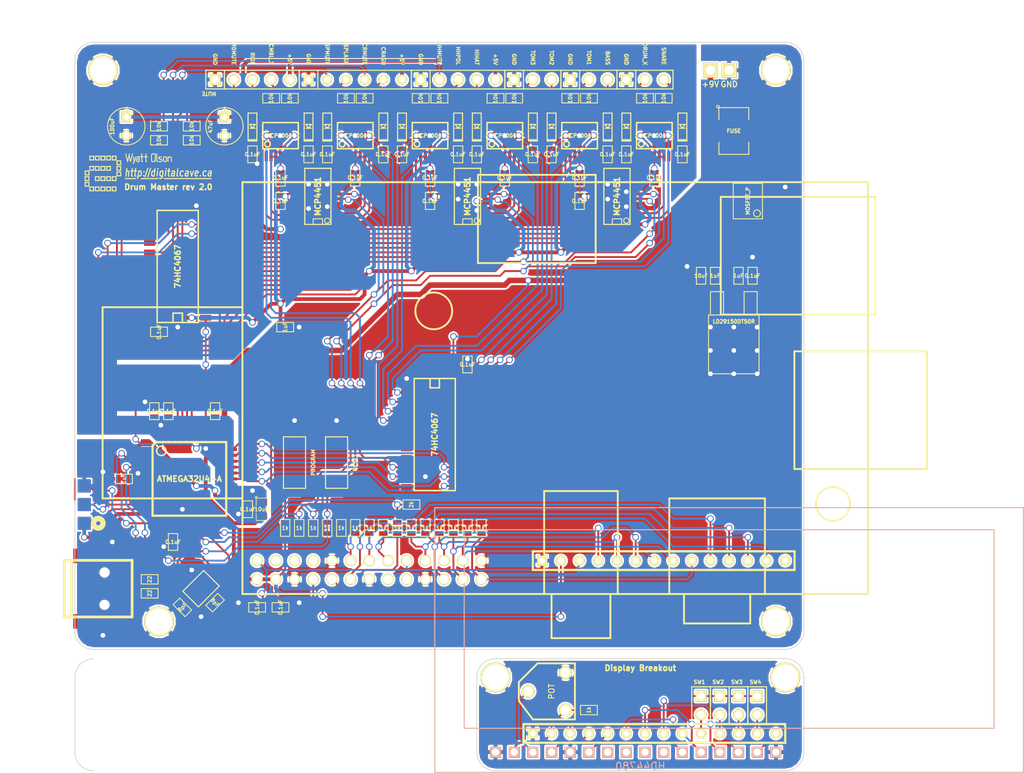
<source format=kicad_pcb>
(kicad_pcb (version 3) (host pcbnew "(2014-01-10 BZR 4027)-stable")
  (layers (15 F.Cu signal) (0 B.Cu signal) (18 B.Paste user) (19 F.Paste user) (20 B.SilkS user) (21 F.SilkS user) (22 B.Mask user) (23 F.Mask user) (28 Edge.Cuts user))
  (net 0 "")
  (net 1 +3.3V)
  (net 2 +3.3VP)
  (net 3 +5V)
  (net 4 +5VA)
  (net 5 +5VP)
  (net 6 +9V)
  (net 7 /ADC_ENABLE)
  (net 8 /ADC_INPUT)
  (net 9 /ADC_MUX0)
  (net 10 /ADC_MUX1)
  (net 11 /ADC_MUX2)
  (net 12 /ADC_MUX3)
  (net 13 /AREF)
  (net 14 /AVR_RX)
  (net 15 /AVR_TX)
  (net 16 /BASS)
  (net 17 /CMBL_X)
  (net 18 /CRASH)
  (net 19 /CR_MUTE)
  (net 20 /DRAIN_ENABLE)
  (net 21 /DRAIN_MUX0)
  (net 22 /DRAIN_MUX1)
  (net 23 /DRAIN_MUX2)
  (net 24 /DRAIN_MUX3)
  (net 25 /DRUM_X)
  (net 26 /HH_MUTE)
  (net 27 /HH_PEDAL)
  (net 28 /HIHAT)
  (net 29 /HWB)
  (net 30 /MISO)
  (net 31 /MOSI)
  (net 32 /PI_RX)
  (net 33 /PI_SW1)
  (net 34 /PI_SW2)
  (net 35 /PI_SW3)
  (net 36 /PI_SW4)
  (net 37 /RESET)
  (net 38 /RIDE)
  (net 39 /RI_MUTE)
  (net 40 /SCL)
  (net 41 /SCLK)
  (net 42 /SDA)
  (net 43 /SNARE)
  (net 44 /SPLASH)
  (net 45 /SP_MUTE)
  (net 46 /TOM1)
  (net 47 /TOM2)
  (net 48 /TOM3)
  (net 49 /UCAP)
  (net 50 GND)
  (net 51 GNDA)
  (net 52 N-0000010)
  (net 53 N-0000011)
  (net 54 N-00000117)
  (net 55 N-00000119)
  (net 56 N-0000012)
  (net 57 N-00000120)
  (net 58 N-00000132)
  (net 59 N-00000134)
  (net 60 N-00000137)
  (net 61 N-00000143)
  (net 62 N-00000144)
  (net 63 N-00000145)
  (net 64 N-00000146)
  (net 65 N-0000017)
  (net 66 N-0000018)
  (net 67 N-0000019)
  (net 68 N-000002)
  (net 69 N-0000020)
  (net 70 N-0000021)
  (net 71 N-0000022)
  (net 72 N-0000023)
  (net 73 N-0000024)
  (net 74 N-0000025)
  (net 75 N-0000026)
  (net 76 N-0000027)
  (net 77 N-0000028)
  (net 78 N-0000029)
  (net 79 N-000003)
  (net 80 N-0000030)
  (net 81 N-0000031)
  (net 82 N-0000032)
  (net 83 N-0000033)
  (net 84 N-0000034)
  (net 85 N-0000035)
  (net 86 N-0000036)
  (net 87 N-0000037)
  (net 88 N-0000038)
  (net 89 N-0000039)
  (net 90 N-000004)
  (net 91 N-0000040)
  (net 92 N-0000041)
  (net 93 N-0000042)
  (net 94 N-0000043)
  (net 95 N-0000044)
  (net 96 N-0000045)
  (net 97 N-000005)
  (net 98 N-0000058)
  (net 99 N-000006)
  (net 100 N-0000060)
  (net 101 N-0000061)
  (net 102 N-0000062)
  (net 103 N-0000063)
  (net 104 N-0000064)
  (net 105 N-0000065)
  (net 106 N-0000067)
  (net 107 N-000007)
  (net 108 N-0000070)
  (net 109 N-0000071)
  (net 110 N-0000077)
  (net 111 N-000008)
  (net 112 N-0000080)
  (net 113 N-0000081)
  (net 114 N-0000082)
  (net 115 N-0000083)
  (net 116 N-0000084)
  (net 117 N-0000085)
  (net 118 N-0000086)
  (net 119 N-0000087)
  (net 120 N-0000088)
  (net 121 N-000009)
  (net 122 N-0000091)
  (net 123 N-0000096)
  (net 124 N-0000097)
  (net 125 N-0000098)
  (module PIN_ARRAY_5x1 (layer F.Cu) (at 44.45 25.4)
    (fp_text reference K6 hide)
    (fp_text value PINS_5 hide)
    (pad 1 thru_hole rect (at -5.08 0) (size 1.524 1.524) (drill 1.016) (layers *.Cu *.Mask F.SilkS) (net 50 GND))
    (pad 2 thru_hole circle (at -2.54 0) (size 1.524 1.524) (drill 1.016) (layers *.Cu *.Mask F.SilkS) (net 39 /RI_MUTE))
    (pad 3 thru_hole circle (at 0 0) (size 1.524 1.524) (drill 1.016) (layers *.Cu *.Mask F.SilkS) (net 38 /RIDE))
    (pad 4 thru_hole circle (at 2.54 0) (size 1.524 1.524) (drill 1.016) (layers *.Cu *.Mask F.SilkS) (net 17 /CMBL_X))
    (pad 5 thru_hole circle (at 5.08 0) (size 1.524 1.524) (drill 1.016) (layers *.Cu *.Mask F.SilkS) (net 3 +5V))
  )
  (module SIL-6 (layer F.Cu) (at 58.42 25.4)
    (fp_text reference K5 hide)
    (fp_text value PINS_6 hide)
    (pad 1 thru_hole rect (at -6.35 0) (size 1.397 1.397) (drill 0.8128) (layers *.Cu *.Mask F.SilkS) (net 50 GND))
    (pad 2 thru_hole circle (at -3.81 0) (size 1.397 1.397) (drill 0.8128) (layers *.Cu *.Mask F.SilkS) (net 45 /SP_MUTE))
    (pad 3 thru_hole circle (at -1.27 0) (size 1.397 1.397) (drill 0.8128) (layers *.Cu *.Mask F.SilkS) (net 44 /SPLASH))
    (pad 4 thru_hole circle (at 1.27 0) (size 1.397 1.397) (drill 0.8128) (layers *.Cu *.Mask F.SilkS) (net 19 /CR_MUTE))
    (pad 5 thru_hole circle (at 3.81 0) (size 1.397 1.397) (drill 0.8128) (layers *.Cu *.Mask F.SilkS) (net 18 /CRASH))
    (pad 6 thru_hole circle (at 6.35 0) (size 1.397 1.397) (drill 0.8128) (layers *.Cu *.Mask F.SilkS) (net 3 +5V))
  )
  (module PIN_ARRAY_5x1 (layer F.Cu) (at 72.39 25.4)
    (fp_text reference K4 hide)
    (fp_text value PINS_5 hide)
    (pad 1 thru_hole rect (at -5.08 0) (size 1.524 1.524) (drill 1.016) (layers *.Cu *.Mask F.SilkS) (net 50 GND))
    (pad 2 thru_hole circle (at -2.54 0) (size 1.524 1.524) (drill 1.016) (layers *.Cu *.Mask F.SilkS) (net 26 /HH_MUTE))
    (pad 3 thru_hole circle (at 0 0) (size 1.524 1.524) (drill 1.016) (layers *.Cu *.Mask F.SilkS) (net 27 /HH_PEDAL))
    (pad 4 thru_hole circle (at 2.54 0) (size 1.524 1.524) (drill 1.016) (layers *.Cu *.Mask F.SilkS) (net 28 /HIHAT))
    (pad 5 thru_hole circle (at 5.08 0) (size 1.524 1.524) (drill 1.016) (layers *.Cu *.Mask F.SilkS) (net 3 +5V))
  )
  (module HD44780 (layer B.Cu) (at 109.22 101.6)
    (fp_text reference DS1 hide)
    (fp_text value HD44780 (at -12.065 17.145) (layer B.SilkS) (effects (justify mirror)))
    (pad 1 thru_hole rect (at -31.75 15.24) (size 1.524 1.524) (drill 1.016) (layers *.Cu *.Mask B.SilkS) (net 51 GNDA))
    (pad 2 thru_hole rect (at -29.21 15.24) (size 1.524 1.524) (drill 1.016) (layers *.Cu *.Mask B.SilkS) (net 5 +5VP))
    (pad 3 thru_hole rect (at -26.67 15.24) (size 1.524 1.524) (drill 1.016) (layers *.Cu *.Mask B.SilkS) (net 106 N-0000067))
    (pad 4 thru_hole rect (at -24.13 15.24) (size 1.524 1.524) (drill 1.016) (layers *.Cu *.Mask B.SilkS) (net 105 N-0000065))
    (pad 5 thru_hole rect (at -21.59 15.24) (size 1.524 1.524) (drill 1.016) (layers *.Cu *.Mask B.SilkS) (net 51 GNDA))
    (pad 6 thru_hole rect (at -19.05 15.24) (size 1.524 1.524) (drill 1.016) (layers *.Cu *.Mask B.SilkS) (net 104 N-0000064))
    (pad 7 thru_hole rect (at -16.51 15.24) (size 1.524 1.524) (drill 1.016) (layers *.Cu *.Mask B.SilkS))
    (pad 8 thru_hole rect (at -13.97 15.24) (size 1.524 1.524) (drill 1.016) (layers *.Cu *.Mask B.SilkS))
    (pad 9 thru_hole rect (at -11.43 15.24) (size 1.524 1.524) (drill 1.016) (layers *.Cu *.Mask B.SilkS))
    (pad 10 thru_hole rect (at -8.89 15.24) (size 1.524 1.524) (drill 1.016) (layers *.Cu *.Mask B.SilkS))
    (pad 11 thru_hole rect (at -6.35 15.24) (size 1.524 1.524) (drill 1.016) (layers *.Cu *.Mask B.SilkS) (net 103 N-0000063))
    (pad 12 thru_hole rect (at -3.81 15.24) (size 1.524 1.524) (drill 1.016) (layers *.Cu *.Mask B.SilkS) (net 102 N-0000062))
    (pad 13 thru_hole rect (at -1.27 15.24) (size 1.524 1.524) (drill 1.016) (layers *.Cu *.Mask B.SilkS) (net 101 N-0000061))
    (pad 14 thru_hole rect (at 1.27 15.24) (size 1.524 1.524) (drill 1.016) (layers *.Cu *.Mask B.SilkS) (net 100 N-0000060))
    (pad 15 thru_hole rect (at 3.81 15.24) (size 1.524 1.524) (drill 1.016) (layers *.Cu *.Mask B.SilkS) (net 110 N-0000077))
    (pad 16 thru_hole rect (at 6.35 15.24) (size 1.524 1.524) (drill 1.016) (layers *.Cu *.Mask B.SilkS) (net 51 GNDA))
  )
  (module SW_6x3 (layer F.Cu) (at 55.88 77.47 90)
    (fp_text reference SW6 hide)
    (fp_text value SW_PUSH_SMALL hide)
    (fp_text user RESET (at 0 2.54 90) (layer F.SilkS) (effects (font (size 0.508 0.508) (thickness 0.127))))
    (pad 1 smd rect (at -3.5 0 90) (size 2 1.5) (layers F.Cu F.Paste F.Mask) (net 37 /RESET))
    (pad 2 smd rect (at 3.5 0 90) (size 2 1.5) (layers F.Cu F.Paste F.Mask) (net 50 GND))
  )
  (module SW_6x3 (layer F.Cu) (at 50.165 77.47 90)
    (fp_text reference SW1 hide)
    (fp_text value SW_PUSH_SMALL hide)
    (fp_text user PROGRAM (at 0 2.54 90) (layer F.SilkS) (effects (font (size 0.508 0.508) (thickness 0.127))))
    (pad 1 smd rect (at -3.5 0 90) (size 2 1.5) (layers F.Cu F.Paste F.Mask) (net 29 /HWB))
    (pad 2 smd rect (at 3.5 0 90) (size 2 1.5) (layers F.Cu F.Paste F.Mask) (net 50 GND))
  )
  (module POT_CMS (layer F.Cu) (at 84.455 108.585 90)
    (fp_text reference RV1 hide)
    (fp_text value POT (at 0 0.635 90) (layer F.SilkS) (effects (font (size 0.762 0.762) (thickness 0.127))))
    (pad 1 thru_hole circle (at -2.54 2.54 90) (size 1.778 1.778) (drill 1.27) (layers *.Cu *.Mask F.SilkS) (net 5 +5VP))
    (pad 2 thru_hole circle (at 0 -2.54 90) (size 1.778 1.778) (drill 1.27) (layers *.Cu *.Mask F.SilkS) (net 106 N-0000067))
    (pad 3 thru_hole circle (at 2.54 2.54 90) (size 1.778 1.778) (drill 1.27) (layers *.Cu *.Mask F.SilkS) (net 51 GNDA))
  )
  (module so-8 (layer F.Cu) (at 111.76 41.91 90)
    (fp_text reference Q1 hide)
    (fp_text value MOSFET_P (at 0 0 90) (layer F.SilkS) (effects (font (size 0.508 0.508) (thickness 0.127))))
    (pad S smd rect (at -1.905 2.794 90) (size 0.635 1.27) (layers F.Cu F.Paste F.Mask) (net 112 N-0000080))
    (pad S smd rect (at -0.635 2.794 90) (size 0.635 1.27) (layers F.Cu F.Paste F.Mask) (net 112 N-0000080))
    (pad S smd rect (at 0.635 2.794 90) (size 0.635 1.27) (layers F.Cu F.Paste F.Mask) (net 112 N-0000080))
    (pad G smd rect (at 1.905 2.794 90) (size 0.635 1.27) (layers F.Cu F.Paste F.Mask) (net 50 GND))
    (pad D smd rect (at 1.905 -2.794 90) (size 0.635 1.27) (layers F.Cu F.Paste F.Mask) (net 98 N-0000058))
    (pad D smd rect (at 0.635 -2.794 90) (size 0.635 1.27) (layers F.Cu F.Paste F.Mask) (net 98 N-0000058))
    (pad D smd rect (at -0.635 -2.794 90) (size 0.635 1.27) (layers F.Cu F.Paste F.Mask) (net 98 N-0000058))
    (pad D smd rect (at -1.905 -2.794 90) (size 0.635 1.27) (layers F.Cu F.Paste F.Mask) (net 98 N-0000058))
  )
  (module PIN_ARRAY_2X1 (layer F.Cu) (at 107.95 24.13)
    (fp_text reference P3 hide)
    (fp_text value CONN_2 hide)
    (fp_text user GND (at 1.27 1.905) (layer F.SilkS) (effects (font (size 0.762 0.762))))
    (fp_text user +9V (at -1.27 1.905) (layer F.SilkS) (effects (font (size 0.762 0.762))))
    (pad 1 thru_hole rect (at -1.27 0) (size 2.032 2.032) (drill 1.27) (layers *.Cu *.Mask F.SilkS) (net 6 +9V))
    (pad 2 thru_hole rect (at 1.27 0) (size 2.032 2.032) (drill 1.27) (layers *.Cu *.Mask F.SilkS) (net 50 GND))
  )
  (module RASPBERRY_PI_MODEL_B_REV2 (layer F.Cu) (at 45.085 93.345)
    (fp_text reference A1 (at 0 0) (layer F.SilkS))
    (fp_text value RASPBERRY_PI_MODEL_B_REV2 hide)
    (pad 1 thru_hole circle (at 0 -2.54) (size 1.524 1.524) (drill 1.143) (layers *.Cu *.Mask F.SilkS) (net 1 +3.3V))
    (pad 2 thru_hole circle (at 0 0) (size 1.524 1.524) (drill 1.143) (layers *.Cu *.Mask F.SilkS) (net 3 +5V))
    (pad 3 thru_hole circle (at 2.54 -2.54) (size 1.524 1.524) (drill 1.143) (layers *.Cu *.Mask F.SilkS))
    (pad 4 thru_hole circle (at 2.54 0) (size 1.524 1.524) (drill 1.143) (layers *.Cu *.Mask F.SilkS) (net 3 +5V))
    (pad 5 thru_hole circle (at 5.08 -2.54) (size 1.524 1.524) (drill 1.143) (layers *.Cu *.Mask F.SilkS))
    (pad 6 thru_hole circle (at 5.08 0) (size 1.524 1.524) (drill 1.143) (layers *.Cu *.Mask F.SilkS) (net 50 GND))
    (pad 7 thru_hole circle (at 7.62 -2.54) (size 1.524 1.524) (drill 1.143) (layers *.Cu *.Mask F.SilkS))
    (pad 8 thru_hole circle (at 7.62 0) (size 1.524 1.524) (drill 1.143) (layers *.Cu *.Mask F.SilkS) (net 14 /AVR_RX))
    (pad 9 thru_hole circle (at 10.16 -2.54) (size 1.524 1.524) (drill 1.143) (layers *.Cu *.Mask F.SilkS) (net 50 GND))
    (pad 10 thru_hole circle (at 10.16 0) (size 1.524 1.524) (drill 1.143) (layers *.Cu *.Mask F.SilkS) (net 32 /PI_RX))
    (pad 11 thru_hole circle (at 12.7 -2.54) (size 1.524 1.524) (drill 1.143) (layers *.Cu *.Mask F.SilkS) (net 33 /PI_SW1))
    (pad 12 thru_hole circle (at 12.7 0) (size 1.524 1.524) (drill 1.143) (layers *.Cu *.Mask F.SilkS) (net 34 /PI_SW2))
    (pad 13 thru_hole circle (at 15.24 -2.54) (size 1.524 1.524) (drill 1.143) (layers *.Cu *.Mask F.SilkS) (net 35 /PI_SW3))
    (pad 14 thru_hole circle (at 15.24 0) (size 1.524 1.524) (drill 1.143) (layers *.Cu *.Mask F.SilkS) (net 50 GND))
    (pad 15 thru_hole circle (at 17.78 -2.54) (size 1.524 1.524) (drill 1.143) (layers *.Cu *.Mask F.SilkS) (net 36 /PI_SW4))
    (pad 16 thru_hole circle (at 17.78 0) (size 1.524 1.524) (drill 1.143) (layers *.Cu *.Mask F.SilkS))
    (pad 17 thru_hole circle (at 20.32 -2.54) (size 1.524 1.524) (drill 1.143) (layers *.Cu *.Mask F.SilkS) (net 1 +3.3V))
    (pad 18 thru_hole circle (at 20.32 0) (size 1.524 1.524) (drill 1.143) (layers *.Cu *.Mask F.SilkS))
    (pad 19 thru_hole circle (at 22.86 -2.54) (size 1.524 1.524) (drill 1.143) (layers *.Cu *.Mask F.SilkS) (net 118 N-0000086))
    (pad 20 thru_hole circle (at 22.86 0) (size 1.524 1.524) (drill 1.143) (layers *.Cu *.Mask F.SilkS) (net 50 GND))
    (pad 21 thru_hole circle (at 25.4 -2.54) (size 1.524 1.524) (drill 1.143) (layers *.Cu *.Mask F.SilkS) (net 117 N-0000085))
    (pad 22 thru_hole circle (at 25.4 0) (size 1.524 1.524) (drill 1.143) (layers *.Cu *.Mask F.SilkS) (net 116 N-0000084))
    (pad 23 thru_hole circle (at 27.94 -2.54) (size 1.524 1.524) (drill 1.143) (layers *.Cu *.Mask F.SilkS) (net 115 N-0000083))
    (pad 24 thru_hole circle (at 27.94 0) (size 1.524 1.524) (drill 1.143) (layers *.Cu *.Mask F.SilkS) (net 114 N-0000082))
    (pad 25 thru_hole circle (at 30.48 -2.54) (size 1.524 1.524) (drill 1.143) (layers *.Cu *.Mask F.SilkS) (net 50 GND))
    (pad 26 thru_hole circle (at 30.48 0) (size 1.524 1.524) (drill 1.143) (layers *.Cu *.Mask F.SilkS) (net 113 N-0000081))
  )
  (module USB_MINI_B_fixed (layer F.Cu) (at 23.495 94.615)
    (fp_text reference CON1 hide)
    (fp_text value USB-MINI-B hide)
    (pad 1 smd rect (at 3.44932 -1.6002) (size 2.30124 0.50038) (layers F.Cu F.Paste F.Mask) (net 3 +5V))
    (pad 2 smd rect (at 3.44932 -0.8001) (size 2.30124 0.50038) (layers F.Cu F.Paste F.Mask) (net 59 N-00000134))
    (pad 3 smd rect (at 3.44932 0) (size 2.30124 0.50038) (layers F.Cu F.Paste F.Mask) (net 60 N-00000137))
    (pad 4 smd rect (at 3.44932 0.8001) (size 2.30124 0.50038) (layers F.Cu F.Paste F.Mask))
    (pad 5 smd rect (at 3.44932 1.6002) (size 2.30124 0.50038) (layers F.Cu F.Paste F.Mask) (net 50 GND))
    (pad 6 smd rect (at 3.35026 -4.45008) (size 2.49936 1.99898) (layers F.Cu F.Paste F.Mask) (net 50 GND))
    (pad 7 smd rect (at -2.14884 -4.45008) (size 2.49936 1.99898) (layers F.Cu F.Paste F.Mask) (net 50 GND))
    (pad 8 smd rect (at 3.35026 4.45008) (size 2.49936 1.99898) (layers F.Cu F.Paste F.Mask) (net 50 GND))
    (pad 9 smd rect (at -2.14884 4.45008) (size 2.49936 1.99898) (layers F.Cu F.Paste F.Mask) (net 50 GND))
    (pad "" np_thru_hole circle (at 0.8509 -2.19964) (size 0.89916 0.89916) (drill 0.89916) (layers *.Cu *.Mask F.SilkS))
    (pad "" np_thru_hole circle (at 0.8509 2.19964) (size 0.89916 0.89916) (drill 0.89916) (layers *.Cu *.Mask F.SilkS))
  )
  (module TQFP44 (layer F.Cu) (at 35.8775 79.6925)
    (fp_text reference U12 hide)
    (fp_text value ATMEGA32U4-A (at 0 0) (layer F.SilkS) (effects (font (size 0.762 0.762) (thickness 0.1905))))
    (pad 39 smd rect (at 0 -5.715) (size 0.4064 1.524) (layers F.Cu F.Paste F.Mask) (net 11 /ADC_MUX2))
    (pad 40 smd rect (at -0.8001 -5.715) (size 0.4064 1.524) (layers F.Cu F.Paste F.Mask) (net 10 /ADC_MUX1))
    (pad 41 smd rect (at -1.6002 -5.715) (size 0.4064 1.524) (layers F.Cu F.Paste F.Mask) (net 9 /ADC_MUX0))
    (pad 42 smd rect (at -2.4003 -5.715) (size 0.4064 1.524) (layers F.Cu F.Paste F.Mask) (net 13 /AREF))
    (pad 43 smd rect (at -3.2004 -5.715) (size 0.4064 1.524) (layers F.Cu F.Paste F.Mask) (net 50 GND))
    (pad 44 smd rect (at -4.0005 -5.715) (size 0.4064 1.524) (layers F.Cu F.Paste F.Mask) (net 4 +5VA))
    (pad 38 smd rect (at 0.8001 -5.715) (size 0.4064 1.524) (layers F.Cu F.Paste F.Mask) (net 12 /ADC_MUX3))
    (pad 37 smd rect (at 1.6002 -5.715) (size 0.4064 1.524) (layers F.Cu F.Paste F.Mask) (net 7 /ADC_ENABLE))
    (pad 36 smd rect (at 2.4003 -5.715) (size 0.4064 1.524) (layers F.Cu F.Paste F.Mask) (net 8 /ADC_INPUT))
    (pad 35 smd rect (at 3.2004 -5.715) (size 0.4064 1.524) (layers F.Cu F.Paste F.Mask) (net 50 GND))
    (pad 34 smd rect (at 4.0005 -5.715) (size 0.4064 1.524) (layers F.Cu F.Paste F.Mask) (net 3 +5V))
    (pad 17 smd rect (at 0 5.715) (size 0.4064 1.524) (layers F.Cu F.Paste F.Mask) (net 62 N-00000144))
    (pad 16 smd rect (at -0.8001 5.715) (size 0.4064 1.524) (layers F.Cu F.Paste F.Mask) (net 61 N-00000143))
    (pad 15 smd rect (at -1.6002 5.715) (size 0.4064 1.524) (layers F.Cu F.Paste F.Mask) (net 50 GND))
    (pad 14 smd rect (at -2.4003 5.715) (size 0.4064 1.524) (layers F.Cu F.Paste F.Mask) (net 3 +5V))
    (pad 13 smd rect (at -3.2004 5.715) (size 0.4064 1.524) (layers F.Cu F.Paste F.Mask) (net 37 /RESET))
    (pad 12 smd rect (at -4.0005 5.715) (size 0.4064 1.524) (layers F.Cu F.Paste F.Mask))
    (pad 18 smd rect (at 0.8001 5.715) (size 0.4064 1.524) (layers F.Cu F.Paste F.Mask) (net 40 /SCL))
    (pad 19 smd rect (at 1.6002 5.715) (size 0.4064 1.524) (layers F.Cu F.Paste F.Mask) (net 42 /SDA))
    (pad 20 smd rect (at 2.4003 5.715) (size 0.4064 1.524) (layers F.Cu F.Paste F.Mask) (net 14 /AVR_RX))
    (pad 21 smd rect (at 3.2004 5.715) (size 0.4064 1.524) (layers F.Cu F.Paste F.Mask) (net 15 /AVR_TX))
    (pad 22 smd rect (at 4.0005 5.715) (size 0.4064 1.524) (layers F.Cu F.Paste F.Mask))
    (pad 6 smd rect (at -5.715 0) (size 1.524 0.4064) (layers F.Cu F.Paste F.Mask) (net 49 /UCAP))
    (pad 28 smd rect (at 5.715 0) (size 1.524 0.4064) (layers F.Cu F.Paste F.Mask) (net 24 /DRAIN_MUX3))
    (pad 7 smd rect (at -5.715 0.8001) (size 1.524 0.4064) (layers F.Cu F.Paste F.Mask) (net 3 +5V))
    (pad 27 smd rect (at 5.715 0.8001) (size 1.524 0.4064) (layers F.Cu F.Paste F.Mask))
    (pad 26 smd rect (at 5.715 1.6002) (size 1.524 0.4064) (layers F.Cu F.Paste F.Mask))
    (pad 8 smd rect (at -5.715 1.6002) (size 1.524 0.4064) (layers F.Cu F.Paste F.Mask))
    (pad 9 smd rect (at -5.715 2.4003) (size 1.524 0.4064) (layers F.Cu F.Paste F.Mask) (net 41 /SCLK))
    (pad 25 smd rect (at 5.715 2.4003) (size 1.524 0.4064) (layers F.Cu F.Paste F.Mask))
    (pad 24 smd rect (at 5.715 3.2004) (size 1.524 0.4064) (layers F.Cu F.Paste F.Mask) (net 4 +5VA))
    (pad 10 smd rect (at -5.715 3.2004) (size 1.524 0.4064) (layers F.Cu F.Paste F.Mask) (net 31 /MOSI))
    (pad 11 smd rect (at -5.715 4.0005) (size 1.524 0.4064) (layers F.Cu F.Paste F.Mask) (net 30 /MISO))
    (pad 23 smd rect (at 5.715 4.0005) (size 1.524 0.4064) (layers F.Cu F.Paste F.Mask) (net 50 GND))
    (pad 29 smd rect (at 5.715 -0.8001) (size 1.524 0.4064) (layers F.Cu F.Paste F.Mask) (net 23 /DRAIN_MUX2))
    (pad 5 smd rect (at -5.715 -0.8001) (size 1.524 0.4064) (layers F.Cu F.Paste F.Mask) (net 50 GND))
    (pad 4 smd rect (at -5.715 -1.6002) (size 1.524 0.4064) (layers F.Cu F.Paste F.Mask) (net 58 N-00000132))
    (pad 30 smd rect (at 5.715 -1.6002) (size 1.524 0.4064) (layers F.Cu F.Paste F.Mask) (net 22 /DRAIN_MUX1))
    (pad 31 smd rect (at 5.715 -2.4003) (size 1.524 0.4064) (layers F.Cu F.Paste F.Mask) (net 21 /DRAIN_MUX0))
    (pad 3 smd rect (at -5.715 -2.4003) (size 1.524 0.4064) (layers F.Cu F.Paste F.Mask) (net 54 N-00000117))
    (pad 2 smd rect (at -5.715 -3.2004) (size 1.524 0.4064) (layers F.Cu F.Paste F.Mask) (net 3 +5V))
    (pad 32 smd rect (at 5.715 -3.2004) (size 1.524 0.4064) (layers F.Cu F.Paste F.Mask) (net 20 /DRAIN_ENABLE))
    (pad 33 smd rect (at 5.715 -4.0005) (size 1.524 0.4064) (layers F.Cu F.Paste F.Mask) (net 29 /HWB))
    (pad 1 smd rect (at -5.715 -4.0005) (size 1.524 0.4064) (layers F.Cu F.Paste F.Mask))
  )
  (module SM0603_VALUE (layer F.Cu) (at 39.37 96.52 225)
    (fp_text reference C38 hide)
    (fp_text value 8pF (at 0 0 315) (layer F.SilkS) (effects (font (size 0.508 0.508) (thickness 0.1143))))
    (pad 1 smd rect (at -0.762 0 225) (size 0.635 1.143) (layers F.Cu F.Paste F.Mask) (net 62 N-00000144))
    (pad 2 smd rect (at 0.762 0 225) (size 0.635 1.143) (layers F.Cu F.Paste F.Mask) (net 50 GND))
  )
  (module SM0603_VALUE (layer F.Cu) (at 54.61 86.36 90)
    (fp_text reference R34 hide)
    (fp_text value 1k (at 0 0 180) (layer F.SilkS) (effects (font (size 0.508 0.508) (thickness 0.1143))))
    (pad 1 smd rect (at -0.762 0 90) (size 0.635 1.143) (layers F.Cu F.Paste F.Mask) (net 3 +5V))
    (pad 2 smd rect (at 0.762 0 90) (size 0.635 1.143) (layers F.Cu F.Paste F.Mask) (net 37 /RESET))
  )
  (module SM0603_VALUE (layer F.Cu) (at 43.815 83.82 90)
    (fp_text reference C31 hide)
    (fp_text value 0.1uF (at 0 0 180) (layer F.SilkS) (effects (font (size 0.508 0.508) (thickness 0.1143))))
    (pad 1 smd rect (at -0.762 0 90) (size 0.635 1.143) (layers F.Cu F.Paste F.Mask) (net 50 GND))
    (pad 2 smd rect (at 0.762 0 90) (size 0.635 1.143) (layers F.Cu F.Paste F.Mask) (net 4 +5VA))
  )
  (module SM0603_VALUE (layer F.Cu) (at 34.925 97.155 315)
    (fp_text reference C39 hide)
    (fp_text value 8pF (at 0 0 405) (layer F.SilkS) (effects (font (size 0.508 0.508) (thickness 0.1143))))
    (pad 1 smd rect (at -0.762 0 315) (size 0.635 1.143) (layers F.Cu F.Paste F.Mask) (net 61 N-00000143))
    (pad 2 smd rect (at 0.762 0 315) (size 0.635 1.143) (layers F.Cu F.Paste F.Mask) (net 50 GND))
  )
  (module SM0603_VALUE (layer F.Cu) (at 31.115 70.485 270)
    (fp_text reference C32 hide)
    (fp_text value 0.1uF (at 0 0 360) (layer F.SilkS) (effects (font (size 0.508 0.508) (thickness 0.1143))))
    (pad 1 smd rect (at -0.762 0 270) (size 0.635 1.143) (layers F.Cu F.Paste F.Mask) (net 50 GND))
    (pad 2 smd rect (at 0.762 0 270) (size 0.635 1.143) (layers F.Cu F.Paste F.Mask) (net 4 +5VA))
  )
  (module SM0603_VALUE (layer F.Cu) (at 33.655 88.265 270)
    (fp_text reference C35 hide)
    (fp_text value 0.1uF (at 0 0 360) (layer F.SilkS) (effects (font (size 0.508 0.508) (thickness 0.1143))))
    (pad 1 smd rect (at -0.762 0 270) (size 0.635 1.143) (layers F.Cu F.Paste F.Mask) (net 3 +5V))
    (pad 2 smd rect (at 0.762 0 270) (size 0.635 1.143) (layers F.Cu F.Paste F.Mask) (net 50 GND))
  )
  (module SM0603_VALUE (layer F.Cu) (at 39.37 70.485 270)
    (fp_text reference C34 hide)
    (fp_text value 0.1uF (at 0 0 360) (layer F.SilkS) (effects (font (size 0.508 0.508) (thickness 0.1143))))
    (pad 1 smd rect (at -0.762 0 270) (size 0.635 1.143) (layers F.Cu F.Paste F.Mask) (net 3 +5V))
    (pad 2 smd rect (at 0.762 0 270) (size 0.635 1.143) (layers F.Cu F.Paste F.Mask) (net 50 GND))
  )
  (module SM0603_VALUE (layer F.Cu) (at 33.02 70.485 90)
    (fp_text reference C37 hide)
    (fp_text value 0.1uF (at 0 0 180) (layer F.SilkS) (effects (font (size 0.508 0.508) (thickness 0.1143))))
    (pad 1 smd rect (at -0.762 0 90) (size 0.635 1.143) (layers F.Cu F.Paste F.Mask) (net 13 /AREF))
    (pad 2 smd rect (at 0.762 0 90) (size 0.635 1.143) (layers F.Cu F.Paste F.Mask) (net 50 GND))
  )
  (module SM0603_VALUE (layer F.Cu) (at 30.48 95.25 180)
    (fp_text reference R33 hide)
    (fp_text value 22 (at 0 0 270) (layer F.SilkS) (effects (font (size 0.508 0.508) (thickness 0.1143))))
    (pad 1 smd rect (at -0.762 0 180) (size 0.635 1.143) (layers F.Cu F.Paste F.Mask) (net 58 N-00000132))
    (pad 2 smd rect (at 0.762 0 180) (size 0.635 1.143) (layers F.Cu F.Paste F.Mask) (net 60 N-00000137))
  )
  (module SM0603_VALUE (layer F.Cu) (at 30.48 93.345 180)
    (fp_text reference R35 hide)
    (fp_text value 22 (at 0 0 270) (layer F.SilkS) (effects (font (size 0.508 0.508) (thickness 0.1143))))
    (pad 1 smd rect (at -0.762 0 180) (size 0.635 1.143) (layers F.Cu F.Paste F.Mask) (net 54 N-00000117))
    (pad 2 smd rect (at 0.762 0 180) (size 0.635 1.143) (layers F.Cu F.Paste F.Mask) (net 59 N-00000134))
  )
  (module SM0603_VALUE (layer F.Cu) (at 26.9875 79.6925 180)
    (fp_text reference C36 hide)
    (fp_text value 1uF (at 0 0 270) (layer F.SilkS) (effects (font (size 0.508 0.508) (thickness 0.1143))))
    (pad 1 smd rect (at -0.762 0 180) (size 0.635 1.143) (layers F.Cu F.Paste F.Mask) (net 49 /UCAP))
    (pad 2 smd rect (at 0.762 0 180) (size 0.635 1.143) (layers F.Cu F.Paste F.Mask) (net 50 GND))
  )
  (module crystal_smd_2.5x2 (layer F.Cu) (at 37.465 94.615 45)
    (fp_text reference X1 hide)
    (fp_text value CRYSTAL_SMD_4PIN hide)
    (pad 1 smd rect (at -0.85 -0.7 45) (size 1.2 1.1) (layers F.Cu F.Paste F.Mask) (net 61 N-00000143))
    (pad 2 smd rect (at 0.85 -0.7 45) (size 1.2 1.1) (layers F.Cu F.Paste F.Mask) (net 50 GND))
    (pad 3 smd rect (at 0.85 0.7 45) (size 1.2 1.1) (layers F.Cu F.Paste F.Mask) (net 62 N-00000144))
    (pad 4 smd rect (at -0.85 0.7 45) (size 1.2 1.1) (layers F.Cu F.Paste F.Mask) (net 50 GND))
  )
  (module SM0805 (layer F.Cu) (at 45.72 83.82 270)
    (fp_text reference L1 hide)
    (fp_text value 10uH (at 0 0 360) (layer F.SilkS) (effects (font (size 0.508 0.508) (thickness 0.10922))))
    (pad 1 smd rect (at -0.9525 0 270) (size 0.889 1.397) (layers F.Cu F.Paste F.Mask) (net 4 +5VA))
    (pad 2 smd rect (at 0.9525 0 270) (size 0.889 1.397) (layers F.Cu F.Paste F.Mask) (net 3 +5V))
  )
  (module SSOP14 (layer F.Cu) (at 99.06 33.02)
    (fp_text reference U1 hide)
    (fp_text value MCP6004T (at 0 0) (layer F.SilkS) (effects (font (size 0.508 0.508) (thickness 0.127))))
    (pad 1 smd rect (at -1.9304 2.794) (size 0.4318 1.397) (layers F.Cu F.Paste F.Mask) (net 125 N-0000098))
    (pad 2 smd rect (at -1.2954 2.794) (size 0.4318 1.397) (layers F.Cu F.Paste F.Mask) (net 53 N-0000011))
    (pad 3 smd rect (at -0.635 2.794) (size 0.4318 1.397) (layers F.Cu F.Paste F.Mask) (net 63 N-00000145))
    (pad 4 smd rect (at 0 2.794) (size 0.4318 1.397) (layers F.Cu F.Paste F.Mask) (net 3 +5V))
    (pad 5 smd rect (at 0.6604 2.794) (size 0.4318 1.397) (layers F.Cu F.Paste F.Mask) (net 64 N-00000146))
    (pad 6 smd rect (at 1.3081 2.794) (size 0.4318 1.397) (layers F.Cu F.Paste F.Mask) (net 124 N-0000097))
    (pad 7 smd rect (at 1.9558 2.794) (size 0.4318 1.397) (layers F.Cu F.Paste F.Mask) (net 123 N-0000096))
    (pad 8 smd rect (at 1.9558 -2.794) (size 0.4318 1.397) (layers F.Cu F.Paste F.Mask) (net 57 N-00000120))
    (pad 9 smd rect (at 1.3081 -2.794) (size 0.4318 1.397) (layers F.Cu F.Paste F.Mask) (net 64 N-00000146))
    (pad 10 smd rect (at 0.6604 -2.794) (size 0.4318 1.397) (layers F.Cu F.Paste F.Mask) (net 43 /SNARE))
    (pad 11 smd rect (at 0 -2.794) (size 0.4318 1.397) (layers F.Cu F.Paste F.Mask) (net 50 GND))
    (pad 12 smd rect (at -0.6477 -2.794) (size 0.4318 1.397) (layers F.Cu F.Paste F.Mask) (net 25 /DRUM_X))
    (pad 13 smd rect (at -1.2954 -2.794) (size 0.4318 1.397) (layers F.Cu F.Paste F.Mask) (net 63 N-00000145))
    (pad 14 smd rect (at -1.9431 -2.794) (size 0.4318 1.397) (layers F.Cu F.Paste F.Mask) (net 55 N-00000119))
  )
  (module SOIC24 (layer F.Cu) (at 69.215 73.66 270)
    (fp_text reference U7 hide)
    (fp_text value 74HC4067 (at 0 0 270) (layer F.SilkS) (effects (font (size 0.762 0.762) (thickness 0.1905))))
    (pad 1 smd rect (at -6.985 3.81 270) (size 0.762 1.524) (layers F.Cu F.Paste F.Mask) (net 50 GND))
    (pad 2 smd rect (at -5.715 3.81 270) (size 0.762 1.524) (layers F.Cu F.Paste F.Mask) (net 80 N-0000030))
    (pad 3 smd rect (at -4.445 3.81 270) (size 0.762 1.524) (layers F.Cu F.Paste F.Mask) (net 69 N-0000020))
    (pad 4 smd rect (at -3.175 3.81 270) (size 0.762 1.524) (layers F.Cu F.Paste F.Mask) (net 73 N-0000024))
    (pad 5 smd rect (at -1.905 3.81 270) (size 0.762 1.524) (layers F.Cu F.Paste F.Mask) (net 72 N-0000023))
    (pad 6 smd rect (at -0.635 3.81 270) (size 0.762 1.524) (layers F.Cu F.Paste F.Mask) (net 92 N-0000041))
    (pad 7 smd rect (at 0.635 3.81 270) (size 0.762 1.524) (layers F.Cu F.Paste F.Mask) (net 91 N-0000040))
    (pad 8 smd rect (at 1.905 3.81 270) (size 0.762 1.524) (layers F.Cu F.Paste F.Mask) (net 95 N-0000044))
    (pad 9 smd rect (at 3.175 3.81 270) (size 0.762 1.524) (layers F.Cu F.Paste F.Mask) (net 94 N-0000043))
    (pad 10 smd rect (at 4.445 3.81 270) (size 0.762 1.524) (layers F.Cu F.Paste F.Mask) (net 21 /DRAIN_MUX0))
    (pad 11 smd rect (at 5.715 3.81 270) (size 0.762 1.524) (layers F.Cu F.Paste F.Mask) (net 22 /DRAIN_MUX1))
    (pad 12 smd rect (at 7.112 3.81 270) (size 0.762 1.524) (layers F.Cu F.Paste F.Mask) (net 50 GND))
    (pad 24 smd rect (at -6.985 -3.81 270) (size 0.762 1.524) (layers F.Cu F.Paste F.Mask) (net 3 +5V))
    (pad 23 smd rect (at -5.715 -3.81 270) (size 0.762 1.524) (layers F.Cu F.Paste F.Mask) (net 74 N-0000025))
    (pad 22 smd rect (at -4.445 -3.81 270) (size 0.762 1.524) (layers F.Cu F.Paste F.Mask) (net 75 N-0000026))
    (pad 21 smd rect (at -3.175 -3.81 270) (size 0.762 1.524) (layers F.Cu F.Paste F.Mask) (net 63 N-00000145))
    (pad 20 smd rect (at -1.905 -3.81 270) (size 0.762 1.524) (layers F.Cu F.Paste F.Mask) (net 64 N-00000146))
    (pad 19 smd rect (at -0.635 -3.81 270) (size 0.762 1.524) (layers F.Cu F.Paste F.Mask))
    (pad 18 smd rect (at 0.635 -3.81 270) (size 0.762 1.524) (layers F.Cu F.Paste F.Mask))
    (pad 17 smd rect (at 1.905 -3.81 270) (size 0.762 1.524) (layers F.Cu F.Paste F.Mask))
    (pad 16 smd rect (at 3.175 -3.81 270) (size 0.762 1.524) (layers F.Cu F.Paste F.Mask))
    (pad 15 smd rect (at 4.445 -3.81 270) (size 0.762 1.524) (layers F.Cu F.Paste F.Mask) (net 20 /DRAIN_ENABLE))
    (pad 14 smd rect (at 5.715 -3.81 270) (size 0.762 1.524) (layers F.Cu F.Paste F.Mask) (net 23 /DRAIN_MUX2))
    (pad 13 smd rect (at 6.985 -3.81 270) (size 0.762 1.524) (layers F.Cu F.Paste F.Mask) (net 24 /DRAIN_MUX3))
  )
  (module SOIC24 (layer F.Cu) (at 34.29 50.8 90)
    (fp_text reference U11 hide)
    (fp_text value 74HC4067 (at 0 0 90) (layer F.SilkS) (effects (font (size 0.762 0.762) (thickness 0.1905))))
    (pad 1 smd rect (at -6.985 3.81 90) (size 0.762 1.524) (layers F.Cu F.Paste F.Mask) (net 8 /ADC_INPUT))
    (pad 2 smd rect (at -5.715 3.81 90) (size 0.762 1.524) (layers F.Cu F.Paste F.Mask) (net 107 N-000007))
    (pad 3 smd rect (at -4.445 3.81 90) (size 0.762 1.524) (layers F.Cu F.Paste F.Mask) (net 111 N-000008))
    (pad 4 smd rect (at -3.175 3.81 90) (size 0.762 1.524) (layers F.Cu F.Paste F.Mask) (net 97 N-000005))
    (pad 5 smd rect (at -1.905 3.81 90) (size 0.762 1.524) (layers F.Cu F.Paste F.Mask) (net 99 N-000006))
    (pad 6 smd rect (at -0.635 3.81 90) (size 0.762 1.524) (layers F.Cu F.Paste F.Mask) (net 68 N-000002))
    (pad 7 smd rect (at 0.635 3.81 90) (size 0.762 1.524) (layers F.Cu F.Paste F.Mask) (net 79 N-000003))
    (pad 8 smd rect (at 1.905 3.81 90) (size 0.762 1.524) (layers F.Cu F.Paste F.Mask) (net 85 N-0000035))
    (pad 9 smd rect (at 3.175 3.81 90) (size 0.762 1.524) (layers F.Cu F.Paste F.Mask) (net 84 N-0000034))
    (pad 10 smd rect (at 4.445 3.81 90) (size 0.762 1.524) (layers F.Cu F.Paste F.Mask) (net 9 /ADC_MUX0))
    (pad 11 smd rect (at 5.715 3.81 90) (size 0.762 1.524) (layers F.Cu F.Paste F.Mask) (net 10 /ADC_MUX1))
    (pad 12 smd rect (at 7.112 3.81 90) (size 0.762 1.524) (layers F.Cu F.Paste F.Mask) (net 50 GND))
    (pad 24 smd rect (at -6.985 -3.81 90) (size 0.762 1.524) (layers F.Cu F.Paste F.Mask) (net 3 +5V))
    (pad 23 smd rect (at -5.715 -3.81 90) (size 0.762 1.524) (layers F.Cu F.Paste F.Mask) (net 87 N-0000037))
    (pad 22 smd rect (at -4.445 -3.81 90) (size 0.762 1.524) (layers F.Cu F.Paste F.Mask) (net 86 N-0000036))
    (pad 21 smd rect (at -3.175 -3.81 90) (size 0.762 1.524) (layers F.Cu F.Paste F.Mask) (net 125 N-0000098))
    (pad 20 smd rect (at -1.905 -3.81 90) (size 0.762 1.524) (layers F.Cu F.Paste F.Mask) (net 123 N-0000096))
    (pad 19 smd rect (at -0.635 -3.81 90) (size 0.762 1.524) (layers F.Cu F.Paste F.Mask) (net 39 /RI_MUTE))
    (pad 18 smd rect (at 0.635 -3.81 90) (size 0.762 1.524) (layers F.Cu F.Paste F.Mask) (net 45 /SP_MUTE))
    (pad 17 smd rect (at 1.905 -3.81 90) (size 0.762 1.524) (layers F.Cu F.Paste F.Mask) (net 19 /CR_MUTE))
    (pad 16 smd rect (at 3.175 -3.81 90) (size 0.762 1.524) (layers F.Cu F.Paste F.Mask) (net 26 /HH_MUTE))
    (pad 15 smd rect (at 4.445 -3.81 90) (size 0.762 1.524) (layers F.Cu F.Paste F.Mask) (net 7 /ADC_ENABLE))
    (pad 14 smd rect (at 5.715 -3.81 90) (size 0.762 1.524) (layers F.Cu F.Paste F.Mask) (net 11 /ADC_MUX2))
    (pad 13 smd rect (at 6.985 -3.81 90) (size 0.762 1.524) (layers F.Cu F.Paste F.Mask) (net 12 /ADC_MUX3))
  )
  (module SOD-323_DIODE (layer F.Cu) (at 102.87 31.75 270)
    (fp_text reference D1 hide)
    (fp_text value DIODESCH hide)
    (pad 1 smd rect (at -1.25 0 270) (size 1 1) (layers F.Cu F.Paste F.Mask) (net 57 N-00000120))
    (pad 2 smd rect (at 1.25 0 270) (size 1 1) (layers F.Cu F.Paste F.Mask) (net 64 N-00000146))
  )
  (module SOD-323_DIODE (layer F.Cu) (at 95.25 31.75 270)
    (fp_text reference D2 hide)
    (fp_text value DIODESCH hide)
    (pad 1 smd rect (at -1.25 0 270) (size 1 1) (layers F.Cu F.Paste F.Mask) (net 55 N-00000119))
    (pad 2 smd rect (at 1.25 0 270) (size 1 1) (layers F.Cu F.Paste F.Mask) (net 63 N-00000145))
  )
  (module SM0603_VALUE (layer F.Cu) (at 102.87 35.56 270)
    (fp_text reference C13 hide)
    (fp_text value 0.1uF (at 0 0 360) (layer F.SilkS) (effects (font (size 0.508 0.508) (thickness 0.1143))))
    (pad 1 smd rect (at -0.762 0 270) (size 0.635 1.143) (layers F.Cu F.Paste F.Mask) (net 64 N-00000146))
    (pad 2 smd rect (at 0.762 0 270) (size 0.635 1.143) (layers F.Cu F.Paste F.Mask) (net 50 GND))
  )
  (module SM0603_VALUE (layer F.Cu) (at 95.25 35.56 270)
    (fp_text reference C14 hide)
    (fp_text value 0.1uF (at 0 0 360) (layer F.SilkS) (effects (font (size 0.508 0.508) (thickness 0.1143))))
    (pad 1 smd rect (at -0.762 0 270) (size 0.635 1.143) (layers F.Cu F.Paste F.Mask) (net 63 N-00000145))
    (pad 2 smd rect (at 0.762 0 270) (size 0.635 1.143) (layers F.Cu F.Paste F.Mask) (net 50 GND))
  )
  (module SM0603_VALUE (layer F.Cu) (at 100.33 27.94 180)
    (fp_text reference R7 hide)
    (fp_text value 10k (at 0 0 270) (layer F.SilkS) (effects (font (size 0.508 0.508) (thickness 0.1143))))
    (pad 1 smd rect (at -0.762 0 180) (size 0.635 1.143) (layers F.Cu F.Paste F.Mask) (net 43 /SNARE))
    (pad 2 smd rect (at 0.762 0 180) (size 0.635 1.143) (layers F.Cu F.Paste F.Mask) (net 50 GND))
  )
  (module SM0603_VALUE (layer F.Cu) (at 97.79 27.94)
    (fp_text reference R8 hide)
    (fp_text value 10k (at 0 0 90) (layer F.SilkS) (effects (font (size 0.508 0.508) (thickness 0.1143))))
    (pad 1 smd rect (at -0.762 0) (size 0.635 1.143) (layers F.Cu F.Paste F.Mask) (net 25 /DRUM_X))
    (pad 2 smd rect (at 0.762 0) (size 0.635 1.143) (layers F.Cu F.Paste F.Mask) (net 50 GND))
  )
  (module SM0603_VALUE (layer F.Cu) (at 99.06 38.735 270)
    (fp_text reference C4 hide)
    (fp_text value 0.1uF (at 0 0 360) (layer F.SilkS) (effects (font (size 0.508 0.508) (thickness 0.1143))))
    (pad 1 smd rect (at -0.762 0 270) (size 0.635 1.143) (layers F.Cu F.Paste F.Mask) (net 3 +5V))
    (pad 2 smd rect (at 0.762 0 270) (size 0.635 1.143) (layers F.Cu F.Paste F.Mask) (net 50 GND))
  )
  (module SSOP14 (layer F.Cu) (at 48.26 33.02)
    (fp_text reference U6 hide)
    (fp_text value MCP6004T (at 0 0) (layer F.SilkS) (effects (font (size 0.508 0.508) (thickness 0.127))))
    (pad 1 smd rect (at -1.9304 2.794) (size 0.4318 1.397) (layers F.Cu F.Paste F.Mask) (net 84 N-0000034))
    (pad 2 smd rect (at -1.2954 2.794) (size 0.4318 1.397) (layers F.Cu F.Paste F.Mask) (net 90 N-000004))
    (pad 3 smd rect (at -0.635 2.794) (size 0.4318 1.397) (layers F.Cu F.Paste F.Mask) (net 94 N-0000043))
    (pad 4 smd rect (at 0 2.794) (size 0.4318 1.397) (layers F.Cu F.Paste F.Mask) (net 3 +5V))
    (pad 5 smd rect (at 0.6604 2.794) (size 0.4318 1.397) (layers F.Cu F.Paste F.Mask) (net 95 N-0000044))
    (pad 6 smd rect (at 1.3081 2.794) (size 0.4318 1.397) (layers F.Cu F.Paste F.Mask) (net 96 N-0000045))
    (pad 7 smd rect (at 1.9558 2.794) (size 0.4318 1.397) (layers F.Cu F.Paste F.Mask) (net 85 N-0000035))
    (pad 8 smd rect (at 1.9558 -2.794) (size 0.4318 1.397) (layers F.Cu F.Paste F.Mask) (net 89 N-0000039))
    (pad 9 smd rect (at 1.3081 -2.794) (size 0.4318 1.397) (layers F.Cu F.Paste F.Mask) (net 95 N-0000044))
    (pad 10 smd rect (at 0.6604 -2.794) (size 0.4318 1.397) (layers F.Cu F.Paste F.Mask) (net 17 /CMBL_X))
    (pad 11 smd rect (at 0 -2.794) (size 0.4318 1.397) (layers F.Cu F.Paste F.Mask) (net 50 GND))
    (pad 12 smd rect (at -0.6477 -2.794) (size 0.4318 1.397) (layers F.Cu F.Paste F.Mask) (net 38 /RIDE))
    (pad 13 smd rect (at -1.2954 -2.794) (size 0.4318 1.397) (layers F.Cu F.Paste F.Mask) (net 94 N-0000043))
    (pad 14 smd rect (at -1.9431 -2.794) (size 0.4318 1.397) (layers F.Cu F.Paste F.Mask) (net 88 N-0000038))
  )
  (module SSOP14 (layer F.Cu) (at 58.42 33.02)
    (fp_text reference U5 hide)
    (fp_text value MCP6004T (at 0 0) (layer F.SilkS) (effects (font (size 0.508 0.508) (thickness 0.127))))
    (pad 1 smd rect (at -1.9304 2.794) (size 0.4318 1.397) (layers F.Cu F.Paste F.Mask) (net 79 N-000003))
    (pad 2 smd rect (at -1.2954 2.794) (size 0.4318 1.397) (layers F.Cu F.Paste F.Mask) (net 56 N-0000012))
    (pad 3 smd rect (at -0.635 2.794) (size 0.4318 1.397) (layers F.Cu F.Paste F.Mask) (net 91 N-0000040))
    (pad 4 smd rect (at 0 2.794) (size 0.4318 1.397) (layers F.Cu F.Paste F.Mask) (net 3 +5V))
    (pad 5 smd rect (at 0.6604 2.794) (size 0.4318 1.397) (layers F.Cu F.Paste F.Mask) (net 92 N-0000041))
    (pad 6 smd rect (at 1.3081 2.794) (size 0.4318 1.397) (layers F.Cu F.Paste F.Mask) (net 93 N-0000042))
    (pad 7 smd rect (at 1.9558 2.794) (size 0.4318 1.397) (layers F.Cu F.Paste F.Mask) (net 68 N-000002))
    (pad 8 smd rect (at 1.9558 -2.794) (size 0.4318 1.397) (layers F.Cu F.Paste F.Mask) (net 71 N-0000022))
    (pad 9 smd rect (at 1.3081 -2.794) (size 0.4318 1.397) (layers F.Cu F.Paste F.Mask) (net 92 N-0000041))
    (pad 10 smd rect (at 0.6604 -2.794) (size 0.4318 1.397) (layers F.Cu F.Paste F.Mask) (net 18 /CRASH))
    (pad 11 smd rect (at 0 -2.794) (size 0.4318 1.397) (layers F.Cu F.Paste F.Mask) (net 50 GND))
    (pad 12 smd rect (at -0.6477 -2.794) (size 0.4318 1.397) (layers F.Cu F.Paste F.Mask) (net 44 /SPLASH))
    (pad 13 smd rect (at -1.2954 -2.794) (size 0.4318 1.397) (layers F.Cu F.Paste F.Mask) (net 91 N-0000040))
    (pad 14 smd rect (at -1.9431 -2.794) (size 0.4318 1.397) (layers F.Cu F.Paste F.Mask) (net 70 N-0000021))
  )
  (module SSOP14 (layer F.Cu) (at 68.58 33.02)
    (fp_text reference U4 hide)
    (fp_text value MCP6004T (at 0 0) (layer F.SilkS) (effects (font (size 0.508 0.508) (thickness 0.127))))
    (pad 1 smd rect (at -1.9304 2.794) (size 0.4318 1.397) (layers F.Cu F.Paste F.Mask) (net 99 N-000006))
    (pad 2 smd rect (at -1.2954 2.794) (size 0.4318 1.397) (layers F.Cu F.Paste F.Mask) (net 52 N-0000010))
    (pad 3 smd rect (at -0.635 2.794) (size 0.4318 1.397) (layers F.Cu F.Paste F.Mask) (net 72 N-0000023))
    (pad 4 smd rect (at 0 2.794) (size 0.4318 1.397) (layers F.Cu F.Paste F.Mask) (net 3 +5V))
    (pad 5 smd rect (at 0.6604 2.794) (size 0.4318 1.397) (layers F.Cu F.Paste F.Mask) (net 73 N-0000024))
    (pad 6 smd rect (at 1.3081 2.794) (size 0.4318 1.397) (layers F.Cu F.Paste F.Mask) (net 65 N-0000017))
    (pad 7 smd rect (at 1.9558 2.794) (size 0.4318 1.397) (layers F.Cu F.Paste F.Mask) (net 97 N-000005))
    (pad 8 smd rect (at 1.9558 -2.794) (size 0.4318 1.397) (layers F.Cu F.Paste F.Mask) (net 67 N-0000019))
    (pad 9 smd rect (at 1.3081 -2.794) (size 0.4318 1.397) (layers F.Cu F.Paste F.Mask) (net 73 N-0000024))
    (pad 10 smd rect (at 0.6604 -2.794) (size 0.4318 1.397) (layers F.Cu F.Paste F.Mask) (net 28 /HIHAT))
    (pad 11 smd rect (at 0 -2.794) (size 0.4318 1.397) (layers F.Cu F.Paste F.Mask) (net 50 GND))
    (pad 12 smd rect (at -0.6477 -2.794) (size 0.4318 1.397) (layers F.Cu F.Paste F.Mask) (net 27 /HH_PEDAL))
    (pad 13 smd rect (at -1.2954 -2.794) (size 0.4318 1.397) (layers F.Cu F.Paste F.Mask) (net 72 N-0000023))
    (pad 14 smd rect (at -1.9431 -2.794) (size 0.4318 1.397) (layers F.Cu F.Paste F.Mask) (net 66 N-0000018))
  )
  (module SSOP14 (layer F.Cu) (at 88.9 33.02)
    (fp_text reference U2 hide)
    (fp_text value MCP6004T (at 0 0) (layer F.SilkS) (effects (font (size 0.508 0.508) (thickness 0.127))))
    (pad 1 smd rect (at -1.9304 2.794) (size 0.4318 1.397) (layers F.Cu F.Paste F.Mask) (net 87 N-0000037))
    (pad 2 smd rect (at -1.2954 2.794) (size 0.4318 1.397) (layers F.Cu F.Paste F.Mask) (net 77 N-0000028))
    (pad 3 smd rect (at -0.635 2.794) (size 0.4318 1.397) (layers F.Cu F.Paste F.Mask) (net 74 N-0000025))
    (pad 4 smd rect (at 0 2.794) (size 0.4318 1.397) (layers F.Cu F.Paste F.Mask) (net 3 +5V))
    (pad 5 smd rect (at 0.6604 2.794) (size 0.4318 1.397) (layers F.Cu F.Paste F.Mask) (net 75 N-0000026))
    (pad 6 smd rect (at 1.3081 2.794) (size 0.4318 1.397) (layers F.Cu F.Paste F.Mask) (net 76 N-0000027))
    (pad 7 smd rect (at 1.9558 2.794) (size 0.4318 1.397) (layers F.Cu F.Paste F.Mask) (net 86 N-0000036))
    (pad 8 smd rect (at 1.9558 -2.794) (size 0.4318 1.397) (layers F.Cu F.Paste F.Mask) (net 122 N-0000091))
    (pad 9 smd rect (at 1.3081 -2.794) (size 0.4318 1.397) (layers F.Cu F.Paste F.Mask) (net 75 N-0000026))
    (pad 10 smd rect (at 0.6604 -2.794) (size 0.4318 1.397) (layers F.Cu F.Paste F.Mask) (net 16 /BASS))
    (pad 11 smd rect (at 0 -2.794) (size 0.4318 1.397) (layers F.Cu F.Paste F.Mask) (net 50 GND))
    (pad 12 smd rect (at -0.6477 -2.794) (size 0.4318 1.397) (layers F.Cu F.Paste F.Mask) (net 46 /TOM1))
    (pad 13 smd rect (at -1.2954 -2.794) (size 0.4318 1.397) (layers F.Cu F.Paste F.Mask) (net 74 N-0000025))
    (pad 14 smd rect (at -1.9431 -2.794) (size 0.4318 1.397) (layers F.Cu F.Paste F.Mask) (net 78 N-0000029))
  )
  (module SSOP14 (layer F.Cu) (at 78.74 33.02)
    (fp_text reference U3 hide)
    (fp_text value MCP6004T (at 0 0) (layer F.SilkS) (effects (font (size 0.508 0.508) (thickness 0.127))))
    (pad 1 smd rect (at -1.9304 2.794) (size 0.4318 1.397) (layers F.Cu F.Paste F.Mask) (net 111 N-000008))
    (pad 2 smd rect (at -1.2954 2.794) (size 0.4318 1.397) (layers F.Cu F.Paste F.Mask) (net 121 N-000009))
    (pad 3 smd rect (at -0.635 2.794) (size 0.4318 1.397) (layers F.Cu F.Paste F.Mask) (net 69 N-0000020))
    (pad 4 smd rect (at 0 2.794) (size 0.4318 1.397) (layers F.Cu F.Paste F.Mask) (net 3 +5V))
    (pad 5 smd rect (at 0.6604 2.794) (size 0.4318 1.397) (layers F.Cu F.Paste F.Mask) (net 80 N-0000030))
    (pad 6 smd rect (at 1.3081 2.794) (size 0.4318 1.397) (layers F.Cu F.Paste F.Mask) (net 81 N-0000031))
    (pad 7 smd rect (at 1.9558 2.794) (size 0.4318 1.397) (layers F.Cu F.Paste F.Mask) (net 107 N-000007))
    (pad 8 smd rect (at 1.9558 -2.794) (size 0.4318 1.397) (layers F.Cu F.Paste F.Mask) (net 83 N-0000033))
    (pad 9 smd rect (at 1.3081 -2.794) (size 0.4318 1.397) (layers F.Cu F.Paste F.Mask) (net 80 N-0000030))
    (pad 10 smd rect (at 0.6604 -2.794) (size 0.4318 1.397) (layers F.Cu F.Paste F.Mask) (net 47 /TOM2))
    (pad 11 smd rect (at 0 -2.794) (size 0.4318 1.397) (layers F.Cu F.Paste F.Mask) (net 50 GND))
    (pad 12 smd rect (at -0.6477 -2.794) (size 0.4318 1.397) (layers F.Cu F.Paste F.Mask) (net 48 /TOM3))
    (pad 13 smd rect (at -1.2954 -2.794) (size 0.4318 1.397) (layers F.Cu F.Paste F.Mask) (net 69 N-0000020))
    (pad 14 smd rect (at -1.9431 -2.794) (size 0.4318 1.397) (layers F.Cu F.Paste F.Mask) (net 82 N-0000032))
  )
  (module SOD-323_DIODE (layer F.Cu) (at 44.45 31.75 270)
    (fp_text reference D12 hide)
    (fp_text value DIODESCH hide)
    (pad 1 smd rect (at -1.25 0 270) (size 1 1) (layers F.Cu F.Paste F.Mask) (net 88 N-0000038))
    (pad 2 smd rect (at 1.25 0 270) (size 1 1) (layers F.Cu F.Paste F.Mask) (net 94 N-0000043))
  )
  (module SOD-323_DIODE (layer F.Cu) (at 52.07 31.75 270)
    (fp_text reference D11 hide)
    (fp_text value DIODESCH hide)
    (pad 1 smd rect (at -1.25 0 270) (size 1 1) (layers F.Cu F.Paste F.Mask) (net 89 N-0000039))
    (pad 2 smd rect (at 1.25 0 270) (size 1 1) (layers F.Cu F.Paste F.Mask) (net 95 N-0000044))
  )
  (module SOD-323_DIODE (layer F.Cu) (at 54.61 31.75 270)
    (fp_text reference D10 hide)
    (fp_text value DIODESCH hide)
    (pad 1 smd rect (at -1.25 0 270) (size 1 1) (layers F.Cu F.Paste F.Mask) (net 70 N-0000021))
    (pad 2 smd rect (at 1.25 0 270) (size 1 1) (layers F.Cu F.Paste F.Mask) (net 91 N-0000040))
  )
  (module SOD-323_DIODE (layer F.Cu) (at 62.23 31.75 270)
    (fp_text reference D9 hide)
    (fp_text value DIODESCH hide)
    (pad 1 smd rect (at -1.25 0 270) (size 1 1) (layers F.Cu F.Paste F.Mask) (net 71 N-0000022))
    (pad 2 smd rect (at 1.25 0 270) (size 1 1) (layers F.Cu F.Paste F.Mask) (net 92 N-0000041))
  )
  (module SOD-323_DIODE (layer F.Cu) (at 64.77 31.75 270)
    (fp_text reference D8 hide)
    (fp_text value DIODESCH hide)
    (pad 1 smd rect (at -1.25 0 270) (size 1 1) (layers F.Cu F.Paste F.Mask) (net 66 N-0000018))
    (pad 2 smd rect (at 1.25 0 270) (size 1 1) (layers F.Cu F.Paste F.Mask) (net 72 N-0000023))
  )
  (module SOD-323_DIODE (layer F.Cu) (at 72.39 31.75 270)
    (fp_text reference D7 hide)
    (fp_text value DIODESCH hide)
    (pad 1 smd rect (at -1.25 0 270) (size 1 1) (layers F.Cu F.Paste F.Mask) (net 67 N-0000019))
    (pad 2 smd rect (at 1.25 0 270) (size 1 1) (layers F.Cu F.Paste F.Mask) (net 73 N-0000024))
  )
  (module SOD-323_DIODE (layer F.Cu) (at 92.71 31.75 270)
    (fp_text reference D3 hide)
    (fp_text value DIODESCH hide)
    (pad 1 smd rect (at -1.25 0 270) (size 1 1) (layers F.Cu F.Paste F.Mask) (net 122 N-0000091))
    (pad 2 smd rect (at 1.25 0 270) (size 1 1) (layers F.Cu F.Paste F.Mask) (net 75 N-0000026))
  )
  (module SOD-323_DIODE (layer F.Cu) (at 74.93 31.75 270)
    (fp_text reference D6 hide)
    (fp_text value DIODESCH hide)
    (pad 1 smd rect (at -1.25 0 270) (size 1 1) (layers F.Cu F.Paste F.Mask) (net 82 N-0000032))
    (pad 2 smd rect (at 1.25 0 270) (size 1 1) (layers F.Cu F.Paste F.Mask) (net 69 N-0000020))
  )
  (module SOD-323_DIODE (layer F.Cu) (at 82.55 31.75 270)
    (fp_text reference D5 hide)
    (fp_text value DIODESCH hide)
    (pad 1 smd rect (at -1.25 0 270) (size 1 1) (layers F.Cu F.Paste F.Mask) (net 83 N-0000033))
    (pad 2 smd rect (at 1.25 0 270) (size 1 1) (layers F.Cu F.Paste F.Mask) (net 80 N-0000030))
  )
  (module SOD-323_DIODE (layer F.Cu) (at 85.09 31.75 270)
    (fp_text reference D4 hide)
    (fp_text value DIODESCH hide)
    (pad 1 smd rect (at -1.25 0 270) (size 1 1) (layers F.Cu F.Paste F.Mask) (net 78 N-0000029))
    (pad 2 smd rect (at 1.25 0 270) (size 1 1) (layers F.Cu F.Paste F.Mask) (net 74 N-0000025))
  )
  (module SM0603_VALUE (layer F.Cu) (at 88.9 38.735 270)
    (fp_text reference C9 hide)
    (fp_text value 0.1uF (at 0 0 360) (layer F.SilkS) (effects (font (size 0.508 0.508) (thickness 0.1143))))
    (pad 1 smd rect (at -0.762 0 270) (size 0.635 1.143) (layers F.Cu F.Paste F.Mask) (net 3 +5V))
    (pad 2 smd rect (at 0.762 0 270) (size 0.635 1.143) (layers F.Cu F.Paste F.Mask) (net 50 GND))
  )
  (module SM0603_VALUE (layer F.Cu) (at 46.99 27.94)
    (fp_text reference R6 hide)
    (fp_text value 10k (at 0 0 90) (layer F.SilkS) (effects (font (size 0.508 0.508) (thickness 0.1143))))
    (pad 1 smd rect (at -0.762 0) (size 0.635 1.143) (layers F.Cu F.Paste F.Mask) (net 38 /RIDE))
    (pad 2 smd rect (at 0.762 0) (size 0.635 1.143) (layers F.Cu F.Paste F.Mask) (net 50 GND))
  )
  (module SM0603_VALUE (layer F.Cu) (at 49.53 27.94 180)
    (fp_text reference R5 hide)
    (fp_text value 10k (at 0 0 270) (layer F.SilkS) (effects (font (size 0.508 0.508) (thickness 0.1143))))
    (pad 1 smd rect (at -0.762 0 180) (size 0.635 1.143) (layers F.Cu F.Paste F.Mask) (net 17 /CMBL_X))
    (pad 2 smd rect (at 0.762 0 180) (size 0.635 1.143) (layers F.Cu F.Paste F.Mask) (net 50 GND))
  )
  (module SM0603_VALUE (layer F.Cu) (at 44.45 35.56 270)
    (fp_text reference C24 hide)
    (fp_text value 0.1uF (at 0 0 360) (layer F.SilkS) (effects (font (size 0.508 0.508) (thickness 0.1143))))
    (pad 1 smd rect (at -0.762 0 270) (size 0.635 1.143) (layers F.Cu F.Paste F.Mask) (net 94 N-0000043))
    (pad 2 smd rect (at 0.762 0 270) (size 0.635 1.143) (layers F.Cu F.Paste F.Mask) (net 50 GND))
  )
  (module SM0603_VALUE (layer F.Cu) (at 52.07 35.56 270)
    (fp_text reference C23 hide)
    (fp_text value 0.1uF (at 0 0 360) (layer F.SilkS) (effects (font (size 0.508 0.508) (thickness 0.1143))))
    (pad 1 smd rect (at -0.762 0 270) (size 0.635 1.143) (layers F.Cu F.Paste F.Mask) (net 95 N-0000044))
    (pad 2 smd rect (at 0.762 0 270) (size 0.635 1.143) (layers F.Cu F.Paste F.Mask) (net 50 GND))
  )
  (module SM0603_VALUE (layer F.Cu) (at 92.71 35.56 270)
    (fp_text reference C15 hide)
    (fp_text value 0.1uF (at 0 0 360) (layer F.SilkS) (effects (font (size 0.508 0.508) (thickness 0.1143))))
    (pad 1 smd rect (at -0.762 0 270) (size 0.635 1.143) (layers F.Cu F.Paste F.Mask) (net 75 N-0000026))
    (pad 2 smd rect (at 0.762 0 270) (size 0.635 1.143) (layers F.Cu F.Paste F.Mask) (net 50 GND))
  )
  (module SM0603_VALUE (layer F.Cu) (at 85.09 35.56 270)
    (fp_text reference C16 hide)
    (fp_text value 0.1uF (at 0 0 360) (layer F.SilkS) (effects (font (size 0.508 0.508) (thickness 0.1143))))
    (pad 1 smd rect (at -0.762 0 270) (size 0.635 1.143) (layers F.Cu F.Paste F.Mask) (net 74 N-0000025))
    (pad 2 smd rect (at 0.762 0 270) (size 0.635 1.143) (layers F.Cu F.Paste F.Mask) (net 50 GND))
  )
  (module SM0603_VALUE (layer F.Cu) (at 78.74 38.735 270)
    (fp_text reference C8 hide)
    (fp_text value 0.1uF (at 0 0 360) (layer F.SilkS) (effects (font (size 0.508 0.508) (thickness 0.1143))))
    (pad 1 smd rect (at -0.762 0 270) (size 0.635 1.143) (layers F.Cu F.Paste F.Mask) (net 3 +5V))
    (pad 2 smd rect (at 0.762 0 270) (size 0.635 1.143) (layers F.Cu F.Paste F.Mask) (net 50 GND))
  )
  (module SM0603_VALUE (layer F.Cu) (at 57.15 27.94)
    (fp_text reference R4 hide)
    (fp_text value 10k (at 0 0 90) (layer F.SilkS) (effects (font (size 0.508 0.508) (thickness 0.1143))))
    (pad 1 smd rect (at -0.762 0) (size 0.635 1.143) (layers F.Cu F.Paste F.Mask) (net 44 /SPLASH))
    (pad 2 smd rect (at 0.762 0) (size 0.635 1.143) (layers F.Cu F.Paste F.Mask) (net 50 GND))
  )
  (module SM0603_VALUE (layer F.Cu) (at 59.69 27.94 180)
    (fp_text reference R3 hide)
    (fp_text value 10k (at 0 0 270) (layer F.SilkS) (effects (font (size 0.508 0.508) (thickness 0.1143))))
    (pad 1 smd rect (at -0.762 0 180) (size 0.635 1.143) (layers F.Cu F.Paste F.Mask) (net 18 /CRASH))
    (pad 2 smd rect (at 0.762 0 180) (size 0.635 1.143) (layers F.Cu F.Paste F.Mask) (net 50 GND))
  )
  (module SM0603_VALUE (layer F.Cu) (at 54.61 35.56 270)
    (fp_text reference C22 hide)
    (fp_text value 0.1uF (at 0 0 360) (layer F.SilkS) (effects (font (size 0.508 0.508) (thickness 0.1143))))
    (pad 1 smd rect (at -0.762 0 270) (size 0.635 1.143) (layers F.Cu F.Paste F.Mask) (net 91 N-0000040))
    (pad 2 smd rect (at 0.762 0 270) (size 0.635 1.143) (layers F.Cu F.Paste F.Mask) (net 50 GND))
  )
  (module SM0603_VALUE (layer F.Cu) (at 62.23 35.56 270)
    (fp_text reference C21 hide)
    (fp_text value 0.1uF (at 0 0 360) (layer F.SilkS) (effects (font (size 0.508 0.508) (thickness 0.1143))))
    (pad 1 smd rect (at -0.762 0 270) (size 0.635 1.143) (layers F.Cu F.Paste F.Mask) (net 92 N-0000041))
    (pad 2 smd rect (at 0.762 0 270) (size 0.635 1.143) (layers F.Cu F.Paste F.Mask) (net 50 GND))
  )
  (module SM0603_VALUE (layer F.Cu) (at 90.17 27.94 180)
    (fp_text reference R9 hide)
    (fp_text value 10k (at 0 0 270) (layer F.SilkS) (effects (font (size 0.508 0.508) (thickness 0.1143))))
    (pad 1 smd rect (at -0.762 0 180) (size 0.635 1.143) (layers F.Cu F.Paste F.Mask) (net 16 /BASS))
    (pad 2 smd rect (at 0.762 0 180) (size 0.635 1.143) (layers F.Cu F.Paste F.Mask) (net 50 GND))
  )
  (module SM0603_VALUE (layer F.Cu) (at 87.63 27.94)
    (fp_text reference R10 hide)
    (fp_text value 10k (at 0 0 90) (layer F.SilkS) (effects (font (size 0.508 0.508) (thickness 0.1143))))
    (pad 1 smd rect (at -0.762 0) (size 0.635 1.143) (layers F.Cu F.Paste F.Mask) (net 46 /TOM1))
    (pad 2 smd rect (at 0.762 0) (size 0.635 1.143) (layers F.Cu F.Paste F.Mask) (net 50 GND))
  )
  (module SM0603_VALUE (layer F.Cu) (at 68.58 38.735 270)
    (fp_text reference C5 hide)
    (fp_text value 0.1uF (at 0 0 360) (layer F.SilkS) (effects (font (size 0.508 0.508) (thickness 0.1143))))
    (pad 1 smd rect (at -0.762 0 270) (size 0.635 1.143) (layers F.Cu F.Paste F.Mask) (net 3 +5V))
    (pad 2 smd rect (at 0.762 0 270) (size 0.635 1.143) (layers F.Cu F.Paste F.Mask) (net 50 GND))
  )
  (module SM0603_VALUE (layer F.Cu) (at 58.42 38.735 270)
    (fp_text reference C7 hide)
    (fp_text value 0.1uF (at 0 0 360) (layer F.SilkS) (effects (font (size 0.508 0.508) (thickness 0.1143))))
    (pad 1 smd rect (at -0.762 0 270) (size 0.635 1.143) (layers F.Cu F.Paste F.Mask) (net 3 +5V))
    (pad 2 smd rect (at 0.762 0 270) (size 0.635 1.143) (layers F.Cu F.Paste F.Mask) (net 50 GND))
  )
  (module SM0603_VALUE (layer F.Cu) (at 67.31 27.94)
    (fp_text reference R14 hide)
    (fp_text value 10k (at 0 0 90) (layer F.SilkS) (effects (font (size 0.508 0.508) (thickness 0.1143))))
    (pad 1 smd rect (at -0.762 0) (size 0.635 1.143) (layers F.Cu F.Paste F.Mask) (net 27 /HH_PEDAL))
    (pad 2 smd rect (at 0.762 0) (size 0.635 1.143) (layers F.Cu F.Paste F.Mask) (net 50 GND))
  )
  (module SM0603_VALUE (layer F.Cu) (at 69.85 27.94 180)
    (fp_text reference R13 hide)
    (fp_text value 10k (at 0 0 270) (layer F.SilkS) (effects (font (size 0.508 0.508) (thickness 0.1143))))
    (pad 1 smd rect (at -0.762 0 180) (size 0.635 1.143) (layers F.Cu F.Paste F.Mask) (net 28 /HIHAT))
    (pad 2 smd rect (at 0.762 0 180) (size 0.635 1.143) (layers F.Cu F.Paste F.Mask) (net 50 GND))
  )
  (module SM0603_VALUE (layer F.Cu) (at 64.77 35.56 270)
    (fp_text reference C20 hide)
    (fp_text value 0.1uF (at 0 0 360) (layer F.SilkS) (effects (font (size 0.508 0.508) (thickness 0.1143))))
    (pad 1 smd rect (at -0.762 0 270) (size 0.635 1.143) (layers F.Cu F.Paste F.Mask) (net 72 N-0000023))
    (pad 2 smd rect (at 0.762 0 270) (size 0.635 1.143) (layers F.Cu F.Paste F.Mask) (net 50 GND))
  )
  (module SM0603_VALUE (layer F.Cu) (at 72.39 35.56 270)
    (fp_text reference C19 hide)
    (fp_text value 0.1uF (at 0 0 360) (layer F.SilkS) (effects (font (size 0.508 0.508) (thickness 0.1143))))
    (pad 1 smd rect (at -0.762 0 270) (size 0.635 1.143) (layers F.Cu F.Paste F.Mask) (net 73 N-0000024))
    (pad 2 smd rect (at 0.762 0 270) (size 0.635 1.143) (layers F.Cu F.Paste F.Mask) (net 50 GND))
  )
  (module SM0603_VALUE (layer F.Cu) (at 82.55 35.56 270)
    (fp_text reference C17 hide)
    (fp_text value 0.1uF (at 0 0 360) (layer F.SilkS) (effects (font (size 0.508 0.508) (thickness 0.1143))))
    (pad 1 smd rect (at -0.762 0 270) (size 0.635 1.143) (layers F.Cu F.Paste F.Mask) (net 80 N-0000030))
    (pad 2 smd rect (at 0.762 0 270) (size 0.635 1.143) (layers F.Cu F.Paste F.Mask) (net 50 GND))
  )
  (module SM0603_VALUE (layer F.Cu) (at 48.26 38.735 270)
    (fp_text reference C6 hide)
    (fp_text value 0.1uF (at 0 0 360) (layer F.SilkS) (effects (font (size 0.508 0.508) (thickness 0.1143))))
    (pad 1 smd rect (at -0.762 0 270) (size 0.635 1.143) (layers F.Cu F.Paste F.Mask) (net 3 +5V))
    (pad 2 smd rect (at 0.762 0 270) (size 0.635 1.143) (layers F.Cu F.Paste F.Mask) (net 50 GND))
  )
  (module SM0603_VALUE (layer F.Cu) (at 77.47 27.94)
    (fp_text reference R12 hide)
    (fp_text value 10k (at 0 0 90) (layer F.SilkS) (effects (font (size 0.508 0.508) (thickness 0.1143))))
    (pad 1 smd rect (at -0.762 0) (size 0.635 1.143) (layers F.Cu F.Paste F.Mask) (net 48 /TOM3))
    (pad 2 smd rect (at 0.762 0) (size 0.635 1.143) (layers F.Cu F.Paste F.Mask) (net 50 GND))
  )
  (module SM0603_VALUE (layer F.Cu) (at 80.01 27.94 180)
    (fp_text reference R11 hide)
    (fp_text value 10k (at 0 0 270) (layer F.SilkS) (effects (font (size 0.508 0.508) (thickness 0.1143))))
    (pad 1 smd rect (at -0.762 0 180) (size 0.635 1.143) (layers F.Cu F.Paste F.Mask) (net 47 /TOM2))
    (pad 2 smd rect (at 0.762 0 180) (size 0.635 1.143) (layers F.Cu F.Paste F.Mask) (net 50 GND))
  )
  (module SM0603_VALUE (layer F.Cu) (at 74.93 35.56 270)
    (fp_text reference C18 hide)
    (fp_text value 0.1uF (at 0 0 360) (layer F.SilkS) (effects (font (size 0.508 0.508) (thickness 0.1143))))
    (pad 1 smd rect (at -0.762 0 270) (size 0.635 1.143) (layers F.Cu F.Paste F.Mask) (net 69 N-0000020))
    (pad 2 smd rect (at 0.762 0 270) (size 0.635 1.143) (layers F.Cu F.Paste F.Mask) (net 50 GND))
  )
  (module SSOP20 (layer F.Cu) (at 93.98 41.275 90)
    (fp_text reference U8 hide)
    (fp_text value MCP4451 (at 0 0 90) (layer F.SilkS) (effects (font (size 0.762 0.762) (thickness 0.1905))))
    (pad 1 smd rect (at -2.921 2.667 90) (size 0.4064 1.27) (layers F.Cu F.Paste F.Mask) (net 123 N-0000096))
    (pad 2 smd rect (at -2.286 2.667 90) (size 0.4064 1.27) (layers F.Cu F.Paste F.Mask) (net 124 N-0000097))
    (pad 3 smd rect (at -1.6256 2.667 90) (size 0.4064 1.27) (layers F.Cu F.Paste F.Mask) (net 50 GND))
    (pad 4 smd rect (at -0.9652 2.667 90) (size 0.4064 1.27) (layers F.Cu F.Paste F.Mask) (net 50 GND))
    (pad 5 smd rect (at -0.3302 2.667 90) (size 0.4064 1.27) (layers F.Cu F.Paste F.Mask) (net 40 /SCL))
    (pad 6 smd rect (at 0.3302 2.667 90) (size 0.4064 1.27) (layers F.Cu F.Paste F.Mask) (net 42 /SDA))
    (pad 7 smd rect (at 0.9906 2.667 90) (size 0.4064 1.27) (layers F.Cu F.Paste F.Mask) (net 50 GND))
    (pad 8 smd rect (at 1.6256 2.667 90) (size 0.4064 1.27) (layers F.Cu F.Paste F.Mask) (net 50 GND))
    (pad 9 smd rect (at 2.286 2.667 90) (size 0.4064 1.27) (layers F.Cu F.Paste F.Mask) (net 53 N-0000011))
    (pad 10 smd rect (at 2.921 2.667 90) (size 0.4064 1.27) (layers F.Cu F.Paste F.Mask) (net 125 N-0000098))
    (pad 11 smd rect (at 2.921 -2.667 90) (size 0.4064 1.27) (layers F.Cu F.Paste F.Mask) (net 86 N-0000036))
    (pad 12 smd rect (at 2.286 -2.667 90) (size 0.4064 1.27) (layers F.Cu F.Paste F.Mask) (net 76 N-0000027))
    (pad 13 smd rect (at 1.6256 -2.667 90) (size 0.4064 1.27) (layers F.Cu F.Paste F.Mask) (net 50 GND))
    (pad 14 smd rect (at 0.9906 -2.667 90) (size 0.4064 1.27) (layers F.Cu F.Paste F.Mask))
    (pad 15 smd rect (at 0.3302 -2.667 90) (size 0.4064 1.27) (layers F.Cu F.Paste F.Mask) (net 3 +5V))
    (pad 16 smd rect (at -0.3302 -2.667 90) (size 0.4064 1.27) (layers F.Cu F.Paste F.Mask) (net 50 GND))
    (pad 17 smd rect (at -0.9652 -2.667 90) (size 0.4064 1.27) (layers F.Cu F.Paste F.Mask) (net 3 +5V))
    (pad 18 smd rect (at -1.6256 -2.667 90) (size 0.4064 1.27) (layers F.Cu F.Paste F.Mask) (net 50 GND))
    (pad 19 smd rect (at -2.286 -2.667 90) (size 0.4064 1.27) (layers F.Cu F.Paste F.Mask) (net 77 N-0000028))
    (pad 20 smd rect (at -2.921 -2.667 90) (size 0.4064 1.27) (layers F.Cu F.Paste F.Mask) (net 87 N-0000037))
  )
  (module SSOP20 (layer F.Cu) (at 73.66 41.275 90)
    (fp_text reference U9 hide)
    (fp_text value MCP4451 (at 0 0 90) (layer F.SilkS) (effects (font (size 0.762 0.762) (thickness 0.1905))))
    (pad 1 smd rect (at -2.921 2.667 90) (size 0.4064 1.27) (layers F.Cu F.Paste F.Mask) (net 107 N-000007))
    (pad 2 smd rect (at -2.286 2.667 90) (size 0.4064 1.27) (layers F.Cu F.Paste F.Mask) (net 81 N-0000031))
    (pad 3 smd rect (at -1.6256 2.667 90) (size 0.4064 1.27) (layers F.Cu F.Paste F.Mask) (net 50 GND))
    (pad 4 smd rect (at -0.9652 2.667 90) (size 0.4064 1.27) (layers F.Cu F.Paste F.Mask) (net 3 +5V))
    (pad 5 smd rect (at -0.3302 2.667 90) (size 0.4064 1.27) (layers F.Cu F.Paste F.Mask) (net 40 /SCL))
    (pad 6 smd rect (at 0.3302 2.667 90) (size 0.4064 1.27) (layers F.Cu F.Paste F.Mask) (net 42 /SDA))
    (pad 7 smd rect (at 0.9906 2.667 90) (size 0.4064 1.27) (layers F.Cu F.Paste F.Mask) (net 50 GND))
    (pad 8 smd rect (at 1.6256 2.667 90) (size 0.4064 1.27) (layers F.Cu F.Paste F.Mask) (net 50 GND))
    (pad 9 smd rect (at 2.286 2.667 90) (size 0.4064 1.27) (layers F.Cu F.Paste F.Mask) (net 121 N-000009))
    (pad 10 smd rect (at 2.921 2.667 90) (size 0.4064 1.27) (layers F.Cu F.Paste F.Mask) (net 111 N-000008))
    (pad 11 smd rect (at 2.921 -2.667 90) (size 0.4064 1.27) (layers F.Cu F.Paste F.Mask) (net 97 N-000005))
    (pad 12 smd rect (at 2.286 -2.667 90) (size 0.4064 1.27) (layers F.Cu F.Paste F.Mask) (net 65 N-0000017))
    (pad 13 smd rect (at 1.6256 -2.667 90) (size 0.4064 1.27) (layers F.Cu F.Paste F.Mask) (net 50 GND))
    (pad 14 smd rect (at 0.9906 -2.667 90) (size 0.4064 1.27) (layers F.Cu F.Paste F.Mask))
    (pad 15 smd rect (at 0.3302 -2.667 90) (size 0.4064 1.27) (layers F.Cu F.Paste F.Mask) (net 3 +5V))
    (pad 16 smd rect (at -0.3302 -2.667 90) (size 0.4064 1.27) (layers F.Cu F.Paste F.Mask) (net 50 GND))
    (pad 17 smd rect (at -0.9652 -2.667 90) (size 0.4064 1.27) (layers F.Cu F.Paste F.Mask) (net 3 +5V))
    (pad 18 smd rect (at -1.6256 -2.667 90) (size 0.4064 1.27) (layers F.Cu F.Paste F.Mask) (net 50 GND))
    (pad 19 smd rect (at -2.286 -2.667 90) (size 0.4064 1.27) (layers F.Cu F.Paste F.Mask) (net 52 N-0000010))
    (pad 20 smd rect (at -2.921 -2.667 90) (size 0.4064 1.27) (layers F.Cu F.Paste F.Mask) (net 99 N-000006))
  )
  (module SSOP20 (layer F.Cu) (at 53.34 41.275 90)
    (fp_text reference U10 hide)
    (fp_text value MCP4451 (at 0 0 90) (layer F.SilkS) (effects (font (size 0.762 0.762) (thickness 0.1905))))
    (pad 1 smd rect (at -2.921 2.667 90) (size 0.4064 1.27) (layers F.Cu F.Paste F.Mask) (net 68 N-000002))
    (pad 2 smd rect (at -2.286 2.667 90) (size 0.4064 1.27) (layers F.Cu F.Paste F.Mask) (net 93 N-0000042))
    (pad 3 smd rect (at -1.6256 2.667 90) (size 0.4064 1.27) (layers F.Cu F.Paste F.Mask) (net 50 GND))
    (pad 4 smd rect (at -0.9652 2.667 90) (size 0.4064 1.27) (layers F.Cu F.Paste F.Mask) (net 50 GND))
    (pad 5 smd rect (at -0.3302 2.667 90) (size 0.4064 1.27) (layers F.Cu F.Paste F.Mask) (net 40 /SCL))
    (pad 6 smd rect (at 0.3302 2.667 90) (size 0.4064 1.27) (layers F.Cu F.Paste F.Mask) (net 42 /SDA))
    (pad 7 smd rect (at 0.9906 2.667 90) (size 0.4064 1.27) (layers F.Cu F.Paste F.Mask) (net 50 GND))
    (pad 8 smd rect (at 1.6256 2.667 90) (size 0.4064 1.27) (layers F.Cu F.Paste F.Mask) (net 50 GND))
    (pad 9 smd rect (at 2.286 2.667 90) (size 0.4064 1.27) (layers F.Cu F.Paste F.Mask) (net 56 N-0000012))
    (pad 10 smd rect (at 2.921 2.667 90) (size 0.4064 1.27) (layers F.Cu F.Paste F.Mask) (net 79 N-000003))
    (pad 11 smd rect (at 2.921 -2.667 90) (size 0.4064 1.27) (layers F.Cu F.Paste F.Mask) (net 85 N-0000035))
    (pad 12 smd rect (at 2.286 -2.667 90) (size 0.4064 1.27) (layers F.Cu F.Paste F.Mask) (net 96 N-0000045))
    (pad 13 smd rect (at 1.6256 -2.667 90) (size 0.4064 1.27) (layers F.Cu F.Paste F.Mask) (net 50 GND))
    (pad 14 smd rect (at 0.9906 -2.667 90) (size 0.4064 1.27) (layers F.Cu F.Paste F.Mask))
    (pad 15 smd rect (at 0.3302 -2.667 90) (size 0.4064 1.27) (layers F.Cu F.Paste F.Mask) (net 3 +5V))
    (pad 16 smd rect (at -0.3302 -2.667 90) (size 0.4064 1.27) (layers F.Cu F.Paste F.Mask) (net 3 +5V))
    (pad 17 smd rect (at -0.9652 -2.667 90) (size 0.4064 1.27) (layers F.Cu F.Paste F.Mask) (net 3 +5V))
    (pad 18 smd rect (at -1.6256 -2.667 90) (size 0.4064 1.27) (layers F.Cu F.Paste F.Mask) (net 50 GND))
    (pad 19 smd rect (at -2.286 -2.667 90) (size 0.4064 1.27) (layers F.Cu F.Paste F.Mask) (net 90 N-000004))
    (pad 20 smd rect (at -2.921 -2.667 90) (size 0.4064 1.27) (layers F.Cu F.Paste F.Mask) (net 84 N-0000034))
  )
  (module SM0603_VALUE (layer F.Cu) (at 48.26 41.91 270)
    (fp_text reference C28 hide)
    (fp_text value 0.1uF (at 0 0 360) (layer F.SilkS) (effects (font (size 0.508 0.508) (thickness 0.1143))))
    (pad 1 smd rect (at -0.762 0 270) (size 0.635 1.143) (layers F.Cu F.Paste F.Mask) (net 3 +5V))
    (pad 2 smd rect (at 0.762 0 270) (size 0.635 1.143) (layers F.Cu F.Paste F.Mask) (net 50 GND))
  )
  (module SM0603_VALUE (layer F.Cu) (at 68.58 41.91 270)
    (fp_text reference C27 hide)
    (fp_text value 0.1uF (at 0 0 360) (layer F.SilkS) (effects (font (size 0.508 0.508) (thickness 0.1143))))
    (pad 1 smd rect (at -0.762 0 270) (size 0.635 1.143) (layers F.Cu F.Paste F.Mask) (net 3 +5V))
    (pad 2 smd rect (at 0.762 0 270) (size 0.635 1.143) (layers F.Cu F.Paste F.Mask) (net 50 GND))
  )
  (module SM0603_VALUE (layer F.Cu) (at 88.9 41.91 270)
    (fp_text reference C26 hide)
    (fp_text value 0.1uF (at 0 0 360) (layer F.SilkS) (effects (font (size 0.508 0.508) (thickness 0.1143))))
    (pad 1 smd rect (at -0.762 0 270) (size 0.635 1.143) (layers F.Cu F.Paste F.Mask) (net 3 +5V))
    (pad 2 smd rect (at 0.762 0 270) (size 0.635 1.143) (layers F.Cu F.Paste F.Mask) (net 50 GND))
  )
  (module SM0603_VALUE (layer F.Cu) (at 31.75 59.69)
    (fp_text reference C29 hide)
    (fp_text value 0.1uF (at 0 0 90) (layer F.SilkS) (effects (font (size 0.508 0.508) (thickness 0.1143))))
    (pad 1 smd rect (at -0.762 0) (size 0.635 1.143) (layers F.Cu F.Paste F.Mask) (net 3 +5V))
    (pad 2 smd rect (at 0.762 0) (size 0.635 1.143) (layers F.Cu F.Paste F.Mask) (net 50 GND))
  )
  (module SM0603_VALUE (layer F.Cu) (at 73.66 64.135 90)
    (fp_text reference C25 hide)
    (fp_text value 0.1uF (at 0 0 180) (layer F.SilkS) (effects (font (size 0.508 0.508) (thickness 0.1143))))
    (pad 1 smd rect (at -0.762 0 90) (size 0.635 1.143) (layers F.Cu F.Paste F.Mask) (net 3 +5V))
    (pad 2 smd rect (at 0.762 0 90) (size 0.635 1.143) (layers F.Cu F.Paste F.Mask) (net 50 GND))
  )
  (module SM0603_VALUE (layer F.Cu) (at 48.26 97.155)
    (fp_text reference C33 hide)
    (fp_text value 0.1uF (at 0 0 90) (layer F.SilkS) (effects (font (size 0.508 0.508) (thickness 0.1143))))
    (pad 1 smd rect (at -0.762 0) (size 0.635 1.143) (layers F.Cu F.Paste F.Mask) (net 3 +5V))
    (pad 2 smd rect (at 0.762 0) (size 0.635 1.143) (layers F.Cu F.Paste F.Mask) (net 50 GND))
  )
  (module SM0603_VALUE (layer F.Cu) (at 52.705 86.36 90)
    (fp_text reference R24 hide)
    (fp_text value 1k (at 0 0 180) (layer F.SilkS) (effects (font (size 0.508 0.508) (thickness 0.1143))))
    (pad 1 smd rect (at -0.762 0 90) (size 0.635 1.143) (layers F.Cu F.Paste F.Mask) (net 3 +5V))
    (pad 2 smd rect (at 0.762 0 90) (size 0.635 1.143) (layers F.Cu F.Paste F.Mask) (net 42 /SDA))
  )
  (module SM0603_VALUE (layer F.Cu) (at 50.8 86.36 90)
    (fp_text reference R27 hide)
    (fp_text value 1k (at 0 0 180) (layer F.SilkS) (effects (font (size 0.508 0.508) (thickness 0.1143))))
    (pad 1 smd rect (at -0.762 0 90) (size 0.635 1.143) (layers F.Cu F.Paste F.Mask) (net 3 +5V))
    (pad 2 smd rect (at 0.762 0 90) (size 0.635 1.143) (layers F.Cu F.Paste F.Mask) (net 40 /SCL))
  )
  (module ISP_EDGE (layer F.Cu) (at 19.05 83.185 270)
    (fp_text reference P4 hide)
    (fp_text value ISP hide)
    (pad 5 smd rect (at -2.54 -2.54 270) (size 1.778 1.778) (layers F.Cu F.Paste F.Mask) (net 37 /RESET))
    (pad 3 smd rect (at 0 -2.54 270) (size 1.778 1.778) (layers F.Cu F.Paste F.Mask) (net 41 /SCLK))
    (pad 1 smd rect (at 2.54 -2.54 270) (size 1.778 1.778) (layers F.Cu F.Paste F.Mask) (net 30 /MISO))
    (pad 6 smd rect (at -2.54 -2.54 270) (size 1.778 1.778) (layers B.Cu F.Paste F.Mask) (net 50 GND))
    (pad 4 smd rect (at 0 -2.54 270) (size 1.778 1.778) (layers B.Cu F.Paste F.Mask) (net 31 /MOSI))
    (pad 2 smd rect (at 2.54 -2.54 270) (size 1.778 1.778) (layers B.Cu F.Paste F.Mask) (net 3 +5V))
  )
  (module SM0603_VALUE (layer F.Cu) (at 48.895 59.055 180)
    (fp_text reference C1 hide)
    (fp_text value 1uF (at 0 0 270) (layer F.SilkS) (effects (font (size 0.508 0.508) (thickness 0.1143))))
    (pad 1 smd rect (at -0.762 0 180) (size 0.635 1.143) (layers F.Cu F.Paste F.Mask) (net 50 GND))
    (pad 2 smd rect (at 0.762 0 180) (size 0.635 1.143) (layers F.Cu F.Paste F.Mask) (net 3 +5V))
  )
  (module C1V5 (layer F.Cu) (at 40.64 31.75 270)
    (fp_text reference C2 hide)
    (fp_text value 47uF (at 0 1.905 270) (layer F.SilkS) (effects (font (size 0.508 0.508) (thickness 0.127))))
    (fp_text user + (at -2.286 0 270) (layer F.SilkS) (effects (font (size 0.762 0.762) (thickness 0.2032))))
    (pad 1 thru_hole rect (at -1.27 0 270) (size 1.397 1.397) (drill 0.8128) (layers *.Cu *.Mask F.SilkS) (net 3 +5V))
    (pad 2 thru_hole circle (at 1.27 0 270) (size 1.397 1.397) (drill 0.8128) (layers *.Cu *.Mask F.SilkS) (net 50 GND))
  )
  (module C1V5 (layer F.Cu) (at 27.305 31.75 270)
    (fp_text reference C3 hide)
    (fp_text value 100uF (at 0 1.905 270) (layer F.SilkS) (effects (font (size 0.508 0.508) (thickness 0.127))))
    (fp_text user + (at -2.286 0 270) (layer F.SilkS) (effects (font (size 0.762 0.762) (thickness 0.2032))))
    (pad 1 thru_hole rect (at -1.27 0 270) (size 1.397 1.397) (drill 0.8128) (layers *.Cu *.Mask F.SilkS) (net 3 +5V))
    (pad 2 thru_hole circle (at 1.27 0 270) (size 1.397 1.397) (drill 0.8128) (layers *.Cu *.Mask F.SilkS) (net 50 GND))
  )
  (module PIN_ARRAY_3X1 (layer F.Cu) (at 82.55 25.4)
    (fp_text reference K3 hide)
    (fp_text value PINS_3 hide)
    (pad 1 thru_hole rect (at -2.54 0) (size 1.524 1.524) (drill 1.016) (layers *.Cu *.Mask F.SilkS) (net 50 GND))
    (pad 2 thru_hole circle (at 0 0) (size 1.524 1.524) (drill 1.016) (layers *.Cu *.Mask F.SilkS) (net 48 /TOM3))
    (pad 3 thru_hole circle (at 2.54 0) (size 1.524 1.524) (drill 1.016) (layers *.Cu *.Mask F.SilkS) (net 47 /TOM2))
  )
  (module PIN_ARRAY_3X1 (layer F.Cu) (at 90.17 25.4)
    (fp_text reference K2 hide)
    (fp_text value PINS_3 hide)
    (pad 1 thru_hole rect (at -2.54 0) (size 1.524 1.524) (drill 1.016) (layers *.Cu *.Mask F.SilkS) (net 50 GND))
    (pad 2 thru_hole circle (at 0 0) (size 1.524 1.524) (drill 1.016) (layers *.Cu *.Mask F.SilkS) (net 46 /TOM1))
    (pad 3 thru_hole circle (at 2.54 0) (size 1.524 1.524) (drill 1.016) (layers *.Cu *.Mask F.SilkS) (net 16 /BASS))
  )
  (module PIN_ARRAY_3X1 (layer F.Cu) (at 97.79 25.4)
    (fp_text reference K1 hide)
    (fp_text value PINS_3 hide)
    (pad 1 thru_hole rect (at -2.54 0) (size 1.524 1.524) (drill 1.016) (layers *.Cu *.Mask F.SilkS) (net 50 GND))
    (pad 2 thru_hole circle (at 0 0) (size 1.524 1.524) (drill 1.016) (layers *.Cu *.Mask F.SilkS) (net 25 /DRUM_X))
    (pad 3 thru_hole circle (at 2.54 0) (size 1.524 1.524) (drill 1.016) (layers *.Cu *.Mask F.SilkS) (net 43 /SNARE))
  )
  (module SM0603_VALUE (layer F.Cu) (at 31.75 31.75 180)
    (fp_text reference R1 hide)
    (fp_text value 10k (at 0 0 270) (layer F.SilkS) (effects (font (size 0.508 0.508) (thickness 0.1143))))
    (pad 1 smd rect (at -0.762 0 180) (size 0.635 1.143) (layers F.Cu F.Paste F.Mask) (net 26 /HH_MUTE))
    (pad 2 smd rect (at 0.762 0 180) (size 0.635 1.143) (layers F.Cu F.Paste F.Mask) (net 50 GND))
  )
  (module SM0603_VALUE (layer F.Cu) (at 31.75 33.655 180)
    (fp_text reference R2 hide)
    (fp_text value 10k (at 0 0 270) (layer F.SilkS) (effects (font (size 0.508 0.508) (thickness 0.1143))))
    (pad 1 smd rect (at -0.762 0 180) (size 0.635 1.143) (layers F.Cu F.Paste F.Mask) (net 19 /CR_MUTE))
    (pad 2 smd rect (at 0.762 0 180) (size 0.635 1.143) (layers F.Cu F.Paste F.Mask) (net 50 GND))
  )
  (module SM0603_VALUE (layer F.Cu) (at 36.195 33.655)
    (fp_text reference R15 hide)
    (fp_text value 10k (at 0 0 90) (layer F.SilkS) (effects (font (size 0.508 0.508) (thickness 0.1143))))
    (pad 1 smd rect (at -0.762 0) (size 0.635 1.143) (layers F.Cu F.Paste F.Mask) (net 45 /SP_MUTE))
    (pad 2 smd rect (at 0.762 0) (size 0.635 1.143) (layers F.Cu F.Paste F.Mask) (net 50 GND))
  )
  (module SM0603_VALUE (layer F.Cu) (at 36.195 31.75)
    (fp_text reference R16 hide)
    (fp_text value 10k (at 0 0 90) (layer F.SilkS) (effects (font (size 0.508 0.508) (thickness 0.1143))))
    (pad 1 smd rect (at -0.762 0) (size 0.635 1.143) (layers F.Cu F.Paste F.Mask) (net 39 /RI_MUTE))
    (pad 2 smd rect (at 0.762 0) (size 0.635 1.143) (layers F.Cu F.Paste F.Mask) (net 50 GND))
  )
  (module SM0603_VALUE (layer F.Cu) (at 48.895 86.36 90)
    (fp_text reference R22 hide)
    (fp_text value 1k (at 0 0 180) (layer F.SilkS) (effects (font (size 0.508 0.508) (thickness 0.1143))))
    (pad 1 smd rect (at -0.762 0 90) (size 0.635 1.143) (layers F.Cu F.Paste F.Mask) (net 3 +5V))
    (pad 2 smd rect (at 0.762 0 90) (size 0.635 1.143) (layers F.Cu F.Paste F.Mask) (net 29 /HWB))
  )
  (module SM0603_VALUE (layer F.Cu) (at 64.135 86.36 90)
    (fp_text reference R18 hide)
    (fp_text value 1k (at 0 0 180) (layer F.SilkS) (effects (font (size 0.508 0.508) (thickness 0.1143))))
    (pad 1 smd rect (at -0.762 0 90) (size 0.635 1.143) (layers F.Cu F.Paste F.Mask) (net 32 /PI_RX))
    (pad 2 smd rect (at 0.762 0 90) (size 0.635 1.143) (layers F.Cu F.Paste F.Mask) (net 15 /AVR_TX))
  )
  (module SM0603_VALUE (layer F.Cu) (at 66.04 83.185)
    (fp_text reference R17 hide)
    (fp_text value 2k (at 0 0 90) (layer F.SilkS) (effects (font (size 0.508 0.508) (thickness 0.1143))))
    (pad 1 smd rect (at -0.762 0) (size 0.635 1.143) (layers F.Cu F.Paste F.Mask) (net 15 /AVR_TX))
    (pad 2 smd rect (at 0.762 0) (size 0.635 1.143) (layers F.Cu F.Paste F.Mask) (net 50 GND))
  )
  (module SM0603_VALUE (layer F.Cu) (at 90.17 111.125)
    (fp_text reference R29 hide)
    (fp_text value 1k (at 0 0 90) (layer F.SilkS) (effects (font (size 0.508 0.508) (thickness 0.1143))))
    (pad 1 smd rect (at -0.762 0) (size 0.635 1.143) (layers F.Cu F.Paste F.Mask) (net 5 +5VP))
    (pad 2 smd rect (at 0.762 0) (size 0.635 1.143) (layers F.Cu F.Paste F.Mask) (net 110 N-0000077))
  )
  (module SM0603_VALUE (layer F.Cu) (at 62.23 86.36 270)
    (fp_text reference R31 hide)
    (fp_text value 1k (at 0 0 360) (layer F.SilkS) (effects (font (size 0.508 0.508) (thickness 0.1143))))
    (pad 1 smd rect (at -0.762 0 270) (size 0.635 1.143) (layers F.Cu F.Paste F.Mask) (net 50 GND))
    (pad 2 smd rect (at 0.762 0 270) (size 0.635 1.143) (layers F.Cu F.Paste F.Mask) (net 36 /PI_SW4))
  )
  (module SM0603_VALUE (layer F.Cu) (at 75.565 86.36 270)
    (fp_text reference R19 hide)
    (fp_text value 1k (at 0 0 360) (layer F.SilkS) (effects (font (size 0.508 0.508) (thickness 0.1143))))
    (pad 1 smd rect (at -0.762 0 270) (size 0.635 1.143) (layers F.Cu F.Paste F.Mask) (net 50 GND))
    (pad 2 smd rect (at 0.762 0 270) (size 0.635 1.143) (layers F.Cu F.Paste F.Mask) (net 113 N-0000081))
  )
  (module SM0603_VALUE (layer F.Cu) (at 66.04 86.36 270)
    (fp_text reference R26 hide)
    (fp_text value 1k (at 0 0 360) (layer F.SilkS) (effects (font (size 0.508 0.508) (thickness 0.1143))))
    (pad 1 smd rect (at -0.762 0 270) (size 0.635 1.143) (layers F.Cu F.Paste F.Mask) (net 50 GND))
    (pad 2 smd rect (at 0.762 0 270) (size 0.635 1.143) (layers F.Cu F.Paste F.Mask) (net 118 N-0000086))
  )
  (module SM0603_VALUE (layer F.Cu) (at 69.85 86.36 270)
    (fp_text reference R25 hide)
    (fp_text value 1k (at 0 0 360) (layer F.SilkS) (effects (font (size 0.508 0.508) (thickness 0.1143))))
    (pad 1 smd rect (at -0.762 0 270) (size 0.635 1.143) (layers F.Cu F.Paste F.Mask) (net 50 GND))
    (pad 2 smd rect (at 0.762 0 270) (size 0.635 1.143) (layers F.Cu F.Paste F.Mask) (net 117 N-0000085))
  )
  (module SM0603_VALUE (layer F.Cu) (at 67.945 86.36 270)
    (fp_text reference R23 hide)
    (fp_text value 1k (at 0 0 360) (layer F.SilkS) (effects (font (size 0.508 0.508) (thickness 0.1143))))
    (pad 1 smd rect (at -0.762 0 270) (size 0.635 1.143) (layers F.Cu F.Paste F.Mask) (net 50 GND))
    (pad 2 smd rect (at 0.762 0 270) (size 0.635 1.143) (layers F.Cu F.Paste F.Mask) (net 116 N-0000084))
  )
  (module SM0603_VALUE (layer F.Cu) (at 73.66 86.36 270)
    (fp_text reference R21 hide)
    (fp_text value 1k (at 0 0 360) (layer F.SilkS) (effects (font (size 0.508 0.508) (thickness 0.1143))))
    (pad 1 smd rect (at -0.762 0 270) (size 0.635 1.143) (layers F.Cu F.Paste F.Mask) (net 50 GND))
    (pad 2 smd rect (at 0.762 0 270) (size 0.635 1.143) (layers F.Cu F.Paste F.Mask) (net 115 N-0000083))
  )
  (module SM0603_VALUE (layer F.Cu) (at 71.755 86.36 270)
    (fp_text reference R20 hide)
    (fp_text value 1k (at 0 0 360) (layer F.SilkS) (effects (font (size 0.508 0.508) (thickness 0.1143))))
    (pad 1 smd rect (at -0.762 0 270) (size 0.635 1.143) (layers F.Cu F.Paste F.Mask) (net 50 GND))
    (pad 2 smd rect (at 0.762 0 270) (size 0.635 1.143) (layers F.Cu F.Paste F.Mask) (net 114 N-0000082))
  )
  (module SM0603_VALUE (layer F.Cu) (at 60.325 86.36 270)
    (fp_text reference R32 hide)
    (fp_text value 1k (at 0 0 360) (layer F.SilkS) (effects (font (size 0.508 0.508) (thickness 0.1143))))
    (pad 1 smd rect (at -0.762 0 270) (size 0.635 1.143) (layers F.Cu F.Paste F.Mask) (net 50 GND))
    (pad 2 smd rect (at 0.762 0 270) (size 0.635 1.143) (layers F.Cu F.Paste F.Mask) (net 35 /PI_SW3))
  )
  (module SM0603_VALUE (layer F.Cu) (at 58.42 86.36 270)
    (fp_text reference R30 hide)
    (fp_text value 1k (at 0 0 360) (layer F.SilkS) (effects (font (size 0.508 0.508) (thickness 0.1143))))
    (pad 1 smd rect (at -0.762 0 270) (size 0.635 1.143) (layers F.Cu F.Paste F.Mask) (net 50 GND))
    (pad 2 smd rect (at 0.762 0 270) (size 0.635 1.143) (layers F.Cu F.Paste F.Mask) (net 34 /PI_SW2))
  )
  (module SM0603_VALUE (layer F.Cu) (at 56.515 86.36 270)
    (fp_text reference R28 hide)
    (fp_text value 1k (at 0 0 360) (layer F.SilkS) (effects (font (size 0.508 0.508) (thickness 0.1143))))
    (pad 1 smd rect (at -0.762 0 270) (size 0.635 1.143) (layers F.Cu F.Paste F.Mask) (net 50 GND))
    (pad 2 smd rect (at 0.762 0 270) (size 0.635 1.143) (layers F.Cu F.Paste F.Mask) (net 33 /PI_SW1))
  )
  (module SM0603_VALUE (layer F.Cu) (at 45.085 97.155)
    (fp_text reference C30 hide)
    (fp_text value 0.1uF (at 0 0 90) (layer F.SilkS) (effects (font (size 0.508 0.508) (thickness 0.1143))))
    (pad 1 smd rect (at -0.762 0) (size 0.635 1.143) (layers F.Cu F.Paste F.Mask) (net 50 GND))
    (pad 2 smd rect (at 0.762 0) (size 0.635 1.143) (layers F.Cu F.Paste F.Mask) (net 1 +3.3V))
  )
  (module SIL-14 (layer F.Cu) (at 100.33 90.805)
    (fp_text reference K7 hide)
    (fp_text value PINS_14 hide)
    (pad 1 thru_hole rect (at -16.51 0) (size 1.397 1.397) (drill 0.8128) (layers *.Cu *.Mask F.SilkS) (net 50 GND))
    (pad 2 thru_hole circle (at -13.97 0) (size 1.397 1.397) (drill 0.8128) (layers *.Cu *.Mask F.SilkS) (net 3 +5V))
    (pad 3 thru_hole circle (at -11.43 0) (size 1.397 1.397) (drill 0.8128) (layers *.Cu *.Mask F.SilkS) (net 1 +3.3V))
    (pad 4 thru_hole circle (at -8.89 0) (size 1.397 1.397) (drill 0.8128) (layers *.Cu *.Mask F.SilkS) (net 118 N-0000086))
    (pad 5 thru_hole circle (at -6.35 0) (size 1.397 1.397) (drill 0.8128) (layers *.Cu *.Mask F.SilkS) (net 117 N-0000085))
    (pad 6 thru_hole circle (at -3.81 0) (size 1.397 1.397) (drill 0.8128) (layers *.Cu *.Mask F.SilkS) (net 116 N-0000084))
    (pad 7 thru_hole circle (at -1.27 0) (size 1.397 1.397) (drill 0.8128) (layers *.Cu *.Mask F.SilkS) (net 115 N-0000083))
    (pad 8 thru_hole circle (at 1.27 0) (size 1.397 1.397) (drill 0.8128) (layers *.Cu *.Mask F.SilkS) (net 114 N-0000082))
    (pad 9 thru_hole circle (at 3.81 0) (size 1.397 1.397) (drill 0.8128) (layers *.Cu *.Mask F.SilkS) (net 113 N-0000081))
    (pad 10 thru_hole circle (at 6.35 0) (size 1.397 1.397) (drill 0.8128) (layers *.Cu *.Mask F.SilkS) (net 33 /PI_SW1))
    (pad 11 thru_hole circle (at 8.89 0) (size 1.397 1.397) (drill 0.8128) (layers *.Cu *.Mask F.SilkS) (net 34 /PI_SW2))
    (pad 12 thru_hole circle (at 11.43 0) (size 1.397 1.397) (drill 0.8128) (layers *.Cu *.Mask F.SilkS) (net 35 /PI_SW3))
    (pad 13 thru_hole circle (at 13.97 0) (size 1.397 1.397) (drill 0.8128) (layers *.Cu *.Mask F.SilkS) (net 36 /PI_SW4))
    (pad 14 thru_hole circle (at 16.51 0) (size 1.397 1.397) (drill 0.8128) (layers *.Cu *.Mask F.SilkS))
  )
  (module SIL-14 (layer F.Cu) (at 99.06 114.3)
    (fp_text reference K8 hide)
    (fp_text value PINS_14 hide)
    (pad 1 thru_hole rect (at -16.51 0) (size 1.397 1.397) (drill 0.8128) (layers *.Cu *.Mask F.SilkS) (net 51 GNDA))
    (pad 2 thru_hole circle (at -13.97 0) (size 1.397 1.397) (drill 0.8128) (layers *.Cu *.Mask F.SilkS) (net 5 +5VP))
    (pad 3 thru_hole circle (at -11.43 0) (size 1.397 1.397) (drill 0.8128) (layers *.Cu *.Mask F.SilkS) (net 2 +3.3VP))
    (pad 4 thru_hole circle (at -8.89 0) (size 1.397 1.397) (drill 0.8128) (layers *.Cu *.Mask F.SilkS) (net 105 N-0000065))
    (pad 5 thru_hole circle (at -6.35 0) (size 1.397 1.397) (drill 0.8128) (layers *.Cu *.Mask F.SilkS) (net 104 N-0000064))
    (pad 6 thru_hole circle (at -3.81 0) (size 1.397 1.397) (drill 0.8128) (layers *.Cu *.Mask F.SilkS) (net 103 N-0000063))
    (pad 7 thru_hole circle (at -1.27 0) (size 1.397 1.397) (drill 0.8128) (layers *.Cu *.Mask F.SilkS) (net 102 N-0000062))
    (pad 8 thru_hole circle (at 1.27 0) (size 1.397 1.397) (drill 0.8128) (layers *.Cu *.Mask F.SilkS) (net 101 N-0000061))
    (pad 9 thru_hole circle (at 3.81 0) (size 1.397 1.397) (drill 0.8128) (layers *.Cu *.Mask F.SilkS) (net 100 N-0000060))
    (pad 10 thru_hole circle (at 6.35 0) (size 1.397 1.397) (drill 0.8128) (layers *.Cu *.Mask F.SilkS) (net 109 N-0000071))
    (pad 11 thru_hole circle (at 8.89 0) (size 1.397 1.397) (drill 0.8128) (layers *.Cu *.Mask F.SilkS) (net 108 N-0000070))
    (pad 12 thru_hole circle (at 11.43 0) (size 1.397 1.397) (drill 0.8128) (layers *.Cu *.Mask F.SilkS) (net 120 N-0000088))
    (pad 13 thru_hole circle (at 13.97 0) (size 1.397 1.397) (drill 0.8128) (layers *.Cu *.Mask F.SilkS) (net 119 N-0000087))
    (pad 14 thru_hole circle (at 16.51 0) (size 1.397 1.397) (drill 0.8128) (layers *.Cu *.Mask F.SilkS))
  )
  (module PIN_ARRAY_2X1 (layer F.Cu) (at 113.03 110.49 270)
    (fp_text reference SW5 hide)
    (fp_text value SW_PUSH_SMALL hide)
    (pad 1 thru_hole rect (at -1.27 0 270) (size 1.524 1.524) (drill 1.016) (layers *.Cu *.Mask F.SilkS) (net 2 +3.3VP))
    (pad 2 thru_hole circle (at 1.27 0 270) (size 1.524 1.524) (drill 1.016) (layers *.Cu *.Mask F.SilkS) (net 119 N-0000087))
  )
  (module PIN_ARRAY_2X1 (layer F.Cu) (at 110.49 110.49 270)
    (fp_text reference SW4 hide)
    (fp_text value SW_PUSH_SMALL hide)
    (pad 1 thru_hole rect (at -1.27 0 270) (size 1.524 1.524) (drill 1.016) (layers *.Cu *.Mask F.SilkS) (net 2 +3.3VP))
    (pad 2 thru_hole circle (at 1.27 0 270) (size 1.524 1.524) (drill 1.016) (layers *.Cu *.Mask F.SilkS) (net 120 N-0000088))
  )
  (module PIN_ARRAY_2X1 (layer F.Cu) (at 107.95 110.49 270)
    (fp_text reference SW3 hide)
    (fp_text value SW_PUSH_SMALL hide)
    (pad 1 thru_hole rect (at -1.27 0 270) (size 1.524 1.524) (drill 1.016) (layers *.Cu *.Mask F.SilkS) (net 2 +3.3VP))
    (pad 2 thru_hole circle (at 1.27 0 270) (size 1.524 1.524) (drill 1.016) (layers *.Cu *.Mask F.SilkS) (net 108 N-0000070))
  )
  (module PIN_ARRAY_2X1 (layer F.Cu) (at 105.41 110.49 270)
    (fp_text reference SW2 hide)
    (fp_text value SW_PUSH_SMALL hide)
    (pad 1 thru_hole rect (at -1.27 0 270) (size 1.524 1.524) (drill 1.016) (layers *.Cu *.Mask F.SilkS) (net 2 +3.3VP))
    (pad 2 thru_hole circle (at 1.27 0 270) (size 1.524 1.524) (drill 1.016) (layers *.Cu *.Mask F.SilkS) (net 109 N-0000071))
  )
  (module SM0603_VALUE (layer F.Cu) (at 107.315 52.07 270)
    (fp_text reference C43 hide)
    (fp_text value 1uF (at 0 0 360) (layer F.SilkS) (effects (font (size 0.508 0.508) (thickness 0.1143))))
    (pad 1 smd rect (at -0.762 0 270) (size 0.635 1.143) (layers F.Cu F.Paste F.Mask) (net 50 GND))
    (pad 2 smd rect (at 0.762 0 270) (size 0.635 1.143) (layers F.Cu F.Paste F.Mask) (net 3 +5V))
  )
  (module SM0603_VALUE (layer F.Cu) (at 110.49 52.07 270)
    (fp_text reference C40 hide)
    (fp_text value 1uF (at 0 0 360) (layer F.SilkS) (effects (font (size 0.508 0.508) (thickness 0.1143))))
    (pad 1 smd rect (at -0.762 0 270) (size 0.635 1.143) (layers F.Cu F.Paste F.Mask) (net 50 GND))
    (pad 2 smd rect (at 0.762 0 270) (size 0.635 1.143) (layers F.Cu F.Paste F.Mask) (net 112 N-0000080))
  )
  (module SM0603_VALUE (layer F.Cu) (at 112.395 52.07 270)
    (fp_text reference C41 hide)
    (fp_text value 0.1uF (at 0 0 360) (layer F.SilkS) (effects (font (size 0.508 0.508) (thickness 0.1143))))
    (pad 1 smd rect (at -0.762 0 270) (size 0.635 1.143) (layers F.Cu F.Paste F.Mask) (net 50 GND))
    (pad 2 smd rect (at 0.762 0 270) (size 0.635 1.143) (layers F.Cu F.Paste F.Mask) (net 112 N-0000080))
  )
  (module DPAK2 (layer F.Cu) (at 109.855 55.88 180)
    (fp_text reference U13 hide)
    (fp_text value LD29150DT50R (at 0 -2.413 180) (layer F.SilkS) (effects (font (size 0.508 0.508) (thickness 0.127))))
    (pad VI smd rect (at -2.286 0 180) (size 1.651 3.048) (layers F.Cu F.Paste F.Mask) (net 112 N-0000080))
    (pad GND smd rect (at 0 -6.35 180) (size 6.096 6.096) (layers F.Cu F.Paste F.Mask) (net 50 GND))
    (pad VO smd rect (at 2.286 0 180) (size 1.651 3.048) (layers F.Cu F.Paste F.Mask) (net 3 +5V))
  )
  (module SM0603_VALUE (layer F.Cu) (at 105.41 52.07 270)
    (fp_text reference C42 hide)
    (fp_text value 10uF (at 0 0 360) (layer F.SilkS) (effects (font (size 0.508 0.508) (thickness 0.1143))))
    (pad 1 smd rect (at -0.762 0 270) (size 0.635 1.143) (layers F.Cu F.Paste F.Mask) (net 50 GND))
    (pad 2 smd rect (at 0.762 0 270) (size 0.635 1.143) (layers F.Cu F.Paste F.Mask) (net 3 +5V))
  )
  (module MOUNTING_HOLE (layer F.Cu) (at 115.57 24.13)
    (fp_text reference MP3 hide)
    (fp_text value MOUNTING_HOLE hide)
    (pad 1 thru_hole circle (at 0 0) (size 4.064 4.064) (drill 3.556) (layers *.Cu *.Mask F.SilkS) (net 50 GND))
  )
  (module MOUNTING_HOLE (layer F.Cu) (at 24.13 24.13)
    (fp_text reference MP2 hide)
    (fp_text value MOUNTING_HOLE hide)
    (pad 1 thru_hole circle (at 0 0) (size 4.064 4.064) (drill 3.556) (layers *.Cu *.Mask F.SilkS) (net 50 GND))
  )
  (module MOUNTING_HOLE (layer F.Cu) (at 31.75 99.06)
    (fp_text reference MP1 hide)
    (fp_text value MOUNTING_HOLE hide)
    (pad 1 thru_hole circle (at 0 0) (size 4.064 4.064) (drill 3.556) (layers *.Cu *.Mask F.SilkS) (net 50 GND))
  )
  (module MOUNTING_HOLE (layer F.Cu) (at 115.57 99.06)
    (fp_text reference MP4 hide)
    (fp_text value MOUNTING_HOLE hide)
    (pad 1 thru_hole circle (at 0 0) (size 4.064 4.064) (drill 3.556) (layers *.Cu *.Mask F.SilkS) (net 50 GND))
  )
  (module MOUNTING_HOLE (layer F.Cu) (at 77.47 106.68)
    (fp_text reference MP5 hide)
    (fp_text value MOUNTING_HOLE hide)
    (pad 1 thru_hole circle (at 0 0) (size 4.064 4.064) (drill 3.556) (layers *.Cu *.Mask F.SilkS) (net 51 GNDA))
  )
  (module DIGITALCAVE_URL (layer F.Cu) (at 33.02 38.1)
    (fp_text reference MP9 hide)
    (fp_text value GRAPHIC hide)
  )
  (module DIGITALCAVE_LOGO (layer F.Cu) (at 24.13 38.1)
    (fp_text reference MP7 hide)
    (fp_text value GRAPHIC hide)
  )
  (module DIGITALCAVE_AUTHOR (layer F.Cu) (at 30.48 36.195)
    (fp_text reference MP8 hide)
    (fp_text value GRAPHIC hide)
  )
  (module MOUNTING_HOLE (layer F.Cu) (at 116.84 106.68)
    (fp_text reference MP6 hide)
    (fp_text value MOUNTING_HOLE hide)
    (pad 1 thru_hole circle (at 0 0) (size 4.064 4.064) (drill 3.556) (layers *.Cu *.Mask F.SilkS) (net 51 GNDA))
  )
  (module SM1812 (layer F.Cu) (at 109.855 32.385 270)
    (fp_text reference F1 hide)
    (fp_text value FUSE (at 0 0 360) (layer F.SilkS) (effects (font (size 0.508 0.508) (thickness 0.127))))
    (pad 1 smd rect (at -2.286 0 270) (size 1.397 3.81) (layers F.Cu F.Paste F.Mask) (net 6 +9V))
    (pad 2 smd rect (at 2.286 0 270) (size 1.397 3.81) (layers F.Cu F.Paste F.Mask) (net 98 N-0000058))
  )
  (gr_line (start 119.38 100.33) (end 119.38 22.86) (angle 90) (layer Edge.Cuts) (width 0.1))
  (gr_text DRUM_X (at 97.79 23.495 270) (layer F.SilkS) (effects (font (size 0.508 0.508) (thickness 0.127)) (justify right)))
  (gr_line (start 116.84 119.38) (end 77.47 119.38) (angle 90) (layer Edge.Cuts) (width 0.1))
  (gr_line (start 77.47 104.14) (end 116.84 104.14) (angle 90) (layer Edge.Cuts) (width 0.1))
  (gr_line (start 74.93 116.84) (end 74.93 106.68) (angle 90) (layer Edge.Cuts) (width 0.1))
  (gr_arc (start 77.47 106.68) (end 74.93 106.68) (angle 90) (layer Edge.Cuts) (width 0.1))
  (gr_arc (start 77.47 116.84) (end 77.47 119.38) (angle 90) (layer Edge.Cuts) (width 0.1))
  (gr_line (start 20.32 116.84) (end 20.32 106.68) (angle 90) (layer Edge.Cuts) (width 0.1))
  (gr_arc (start 22.86 106.68) (end 20.32 106.68) (angle 90) (layer Edge.Cuts) (width 0.1))
  (gr_arc (start 116.84 106.68) (end 116.84 104.14) (angle 90) (layer Edge.Cuts) (width 0.1))
  (gr_arc (start 116.84 116.84) (end 119.38 116.84) (angle 90) (layer Edge.Cuts) (width 0.1))
  (gr_line (start 20.32 100.33) (end 20.32 22.86) (angle 90) (layer Edge.Cuts) (width 0.1))
  (gr_arc (start 22.86 100.33) (end 22.86 102.87) (angle 90) (layer Edge.Cuts) (width 0.1))
  (gr_line (start 116.84 102.87) (end 22.86 102.87) (angle 90) (layer Edge.Cuts) (width 0.1))
  (gr_text "Display Breakout" (at 97.155 105.41) (layer F.SilkS) (effects (font (size 0.762 0.762) (thickness 0.1905))))
  (gr_text SW4 (at 113.665 107.315) (layer F.SilkS) (effects (font (size 0.508 0.508) (thickness 0.127)) (justify right)))
  (gr_text SW3 (at 111.125 107.315) (layer F.SilkS) (effects (font (size 0.508 0.508) (thickness 0.127)) (justify right)))
  (gr_text SW2 (at 108.585 107.315) (layer F.SilkS) (effects (font (size 0.508 0.508) (thickness 0.127)) (justify right)))
  (gr_text SW1 (at 106.045 107.315) (layer F.SilkS) (effects (font (size 0.508 0.508) (thickness 0.127)) (justify right)))
  (gr_line (start 119.38 106.68) (end 119.38 116.84) (angle 90) (layer Edge.Cuts) (width 0.1))
  (gr_arc (start 116.84 100.33) (end 119.38 100.33) (angle 90) (layer Edge.Cuts) (width 0.1))
  (gr_text "Drum Master rev 2.0" (at 33.02 40.005) (layer F.SilkS) (effects (font (size 0.762 0.762) (thickness 0.1905))))
  (gr_text MUTE (at 37.465 27.305 180) (layer F.SilkS) (effects (font (size 0.508 0.508) (thickness 0.127)) (justify right)))
  (gr_text RDMUTE (at 41.91 23.495 270) (layer F.SilkS) (effects (font (size 0.508 0.508) (thickness 0.127)) (justify right)))
  (gr_text SPMUTE (at 54.61 23.495 270) (layer F.SilkS) (effects (font (size 0.508 0.508) (thickness 0.127)) (justify right)))
  (gr_text GND (at 52.07 23.495 270) (layer F.SilkS) (effects (font (size 0.508 0.508) (thickness 0.127)) (justify right)))
  (gr_text CRMUTE (at 59.69 23.495 270) (layer F.SilkS) (effects (font (size 0.508 0.508) (thickness 0.127)) (justify right)))
  (gr_text HHMUTE (at 69.85 23.495 270) (layer F.SilkS) (effects (font (size 0.508 0.508) (thickness 0.127)) (justify right)))
  (gr_text +5V (at 77.47 23.495 270) (layer F.SilkS) (effects (font (size 0.508 0.508) (thickness 0.127)) (justify right)))
  (gr_text +5V (at 64.77 23.495 270) (layer F.SilkS) (effects (font (size 0.508 0.508) (thickness 0.127)) (justify right)))
  (gr_text +5V (at 49.53 23.495 270) (layer F.SilkS) (effects (font (size 0.508 0.508) (thickness 0.127)) (justify right)))
  (gr_text RIDE (at 44.45 23.495 270) (layer F.SilkS) (effects (font (size 0.508 0.508) (thickness 0.127)) (justify right)))
  (gr_text GND (at 39.37 23.495 270) (layer F.SilkS) (effects (font (size 0.508 0.508) (thickness 0.127)) (justify right)))
  (gr_text CMBL_X (at 46.99 23.495 270) (layer F.SilkS) (effects (font (size 0.508 0.508) (thickness 0.127)) (justify right)))
  (gr_text SPLASH (at 57.15 23.495 270) (layer F.SilkS) (effects (font (size 0.508 0.508) (thickness 0.127)) (justify right)))
  (gr_text CRASH (at 62.23 23.495 270) (layer F.SilkS) (effects (font (size 0.508 0.508) (thickness 0.127)) (justify right)))
  (gr_text TOM2 (at 85.09 23.495 270) (layer F.SilkS) (effects (font (size 0.508 0.508) (thickness 0.127)) (justify right)))
  (gr_text TOM3 (at 82.55 23.495 270) (layer F.SilkS) (effects (font (size 0.508 0.508) (thickness 0.127)) (justify right)))
  (gr_text GND (at 80.01 23.495 270) (layer F.SilkS) (effects (font (size 0.508 0.508) (thickness 0.127)) (justify right)))
  (gr_text GND (at 67.31 23.495 270) (layer F.SilkS) (effects (font (size 0.508 0.508) (thickness 0.127)) (justify right)))
  (gr_text HHPDL (at 72.39 23.495 270) (layer F.SilkS) (effects (font (size 0.508 0.508) (thickness 0.127)) (justify right)))
  (gr_text HIHAT (at 74.93 23.495 270) (layer F.SilkS) (effects (font (size 0.508 0.508) (thickness 0.127)) (justify right)))
  (gr_text BASS (at 92.71 23.495 270) (layer F.SilkS) (effects (font (size 0.508 0.508) (thickness 0.127)) (justify right)))
  (gr_text TOM1 (at 90.17 23.495 270) (layer F.SilkS) (effects (font (size 0.508 0.508) (thickness 0.127)) (justify right)))
  (gr_text GND (at 87.63 23.495 270) (layer F.SilkS) (effects (font (size 0.508 0.508) (thickness 0.127)) (justify right)))
  (gr_text GND (at 95.25 23.495 270) (layer F.SilkS) (effects (font (size 0.508 0.508) (thickness 0.127)) (justify right)))
  (gr_text SNARE (at 100.33 23.495 270) (layer F.SilkS) (effects (font (size 0.508 0.508) (thickness 0.127)) (justify right)))
  (gr_arc (start 116.84 22.86) (end 116.84 20.32) (angle 90) (layer Edge.Cuts) (width 0.1))
  (gr_arc (start 22.86 22.86) (end 20.32 22.86) (angle 90) (layer Edge.Cuts) (width 0.1))
  (gr_arc (start 22.86 116.84) (end 22.86 119.38) (angle 90) (layer Edge.Cuts) (width 0.1))
  (gr_line (start 22.86 20.32) (end 116.84 20.32) (angle 90) (layer Edge.Cuts) (width 0.1))
  (segment (start 20.32 79.7) (end 20.32 82.55) (width 0.254) (layer F.Cu) (net 0))
  (segment (start 65.405 90.805) (end 65.405 92.075) (width 0.254) (layer B.Cu) (net 1))
  (segment (start 66.04 92.075) (end 65.405 92.075) (width 0.254) (layer B.Cu) (net 1))
  (segment (start 65.405 92.075) (end 64.77 92.075) (width 0.254) (layer B.Cu) (net 1))
  (segment (start 64.77 92.075) (end 46.355 92.075) (width 0.254) (layer B.Cu) (net 1))
  (segment (start 45.847 97.155) (end 45.847 95.377) (width 0.254) (layer F.Cu) (net 1))
  (segment (start 45.847 95.377) (end 45.72 95.25) (width 0.254) (layer F.Cu) (net 1))
  (via (at 45.72 95.25) (size 0.889) (layers F.Cu B.Cu) (net 1))
  (segment (start 45.72 95.25) (end 46.355 94.615) (width 0.254) (layer B.Cu) (net 1))
  (segment (start 46.355 94.615) (end 46.355 92.075) (width 0.254) (layer B.Cu) (net 1))
  (segment (start 46.355 92.075) (end 45.085 90.805) (width 0.254) (layer B.Cu) (net 1))
  (segment (start 88.9 91.44) (end 88.9 90.805) (width 0.254) (layer B.Cu) (net 1))
  (segment (start 66.04 92.075) (end 88.265 92.075) (width 0.254) (layer B.Cu) (net 1))
  (segment (start 88.265 92.075) (end 88.9 91.44) (width 0.254) (layer B.Cu) (net 1))
  (segment (start 104.14 109.22) (end 105.41 109.22) (width 0.254) (layer F.Cu) (net 2))
  (segment (start 103.505 108.585) (end 104.14 109.22) (width 0.254) (layer F.Cu) (net 2))
  (segment (start 95.25 108.585) (end 103.505 108.585) (width 0.254) (layer F.Cu) (net 2))
  (segment (start 94.615 109.22) (end 95.25 108.585) (width 0.254) (layer F.Cu) (net 2))
  (segment (start 94.615 111.76) (end 94.615 109.22) (width 0.254) (layer F.Cu) (net 2))
  (segment (start 93.98 112.395) (end 94.615 111.76) (width 0.254) (layer F.Cu) (net 2))
  (segment (start 88.265 112.395) (end 93.98 112.395) (width 0.254) (layer F.Cu) (net 2))
  (segment (start 107.95 109.22) (end 105.41 109.22) (width 0.254) (layer F.Cu) (net 2))
  (segment (start 110.49 109.22) (end 107.95 109.22) (width 0.254) (layer F.Cu) (net 2))
  (segment (start 113.03 109.22) (end 110.49 109.22) (width 0.254) (layer F.Cu) (net 2))
  (segment (start 87.63 113.03) (end 88.265 112.395) (width 0.254) (layer F.Cu) (net 2))
  (segment (start 87.63 114.3) (end 87.63 113.03) (width 0.254) (layer F.Cu) (net 2))
  (segment (start 81.915 52.705) (end 104.14 52.705) (width 0.762) (layer F.Cu) (net 3))
  (segment (start 104.902 52.832) (end 105.41 52.832) (width 0.762) (layer F.Cu) (net 3))
  (segment (start 104.775 52.705) (end 104.902 52.832) (width 0.762) (layer F.Cu) (net 3))
  (segment (start 104.14 52.705) (end 104.775 52.705) (width 0.762) (layer F.Cu) (net 3))
  (segment (start 49.53 25.4) (end 49.53 22.86) (width 0.508) (layer F.Cu) (net 3))
  (segment (start 64.77 25.4) (end 64.77 22.86) (width 0.508) (layer F.Cu) (net 3))
  (segment (start 76.835 22.86) (end 77.47 23.495) (width 0.508) (layer F.Cu) (net 3))
  (segment (start 62.23 22.86) (end 64.77 22.86) (width 0.508) (layer F.Cu) (net 3))
  (segment (start 64.77 22.86) (end 76.835 22.86) (width 0.508) (layer F.Cu) (net 3))
  (segment (start 52.07 22.86) (end 49.53 22.86) (width 0.508) (layer F.Cu) (net 3))
  (segment (start 49.53 22.86) (end 43.815 22.86) (width 0.508) (layer F.Cu) (net 3))
  (segment (start 62.23 22.86) (end 52.07 22.86) (width 0.508) (layer F.Cu) (net 3))
  (segment (start 43.18 30.48) (end 43.18 23.495) (width 0.508) (layer F.Cu) (net 3))
  (segment (start 43.815 22.86) (end 43.18 23.495) (width 0.508) (layer F.Cu) (net 3))
  (segment (start 77.47 23.495) (end 77.47 25.4) (width 0.508) (layer F.Cu) (net 3))
  (segment (start 71.755 60.325) (end 74.93 60.325) (width 0.254) (layer B.Cu) (net 3))
  (segment (start 81.915 53.34) (end 81.915 52.705) (width 0.254) (layer B.Cu) (net 3))
  (segment (start 74.93 60.325) (end 81.915 53.34) (width 0.254) (layer B.Cu) (net 3))
  (segment (start 86.36 90.805) (end 86.36 98.425) (width 0.254) (layer F.Cu) (net 3))
  (segment (start 53.975 95.25) (end 48.26 95.25) (width 0.254) (layer B.Cu) (net 3))
  (via (at 53.975 95.25) (size 0.889) (layers F.Cu B.Cu) (net 3))
  (segment (start 53.975 98.425) (end 53.975 95.25) (width 0.254) (layer F.Cu) (net 3))
  (via (at 53.975 98.425) (size 0.889) (layers F.Cu B.Cu) (net 3))
  (segment (start 86.36 98.425) (end 53.975 98.425) (width 0.254) (layer B.Cu) (net 3))
  (via (at 86.36 98.425) (size 0.889) (layers F.Cu B.Cu) (net 3))
  (segment (start 48.26 95.25) (end 47.625 94.615) (width 0.254) (layer B.Cu) (net 3))
  (segment (start 47.625 94.615) (end 47.625 93.345) (width 0.254) (layer B.Cu) (net 3))
  (segment (start 71.755 65.405) (end 73.025 66.675) (width 0.254) (layer F.Cu) (net 3))
  (via (at 71.755 60.325) (size 0.889) (layers F.Cu B.Cu) (net 3))
  (segment (start 71.755 60.325) (end 71.755 65.405) (width 0.254) (layer F.Cu) (net 3))
  (via (at 81.915 52.705) (size 0.889) (layers F.Cu B.Cu) (net 3))
  (segment (start 64.135 54.61) (end 56.515 62.23) (width 0.762) (layer F.Cu) (net 3))
  (segment (start 67.31 54.61) (end 64.135 54.61) (width 0.762) (layer F.Cu) (net 3))
  (segment (start 68.58 53.34) (end 67.31 54.61) (width 0.762) (layer F.Cu) (net 3))
  (segment (start 78.74 53.34) (end 68.58 53.34) (width 0.762) (layer F.Cu) (net 3))
  (segment (start 79.375 52.705) (end 78.74 53.34) (width 0.762) (layer F.Cu) (net 3))
  (segment (start 81.915 52.705) (end 79.375 52.705) (width 0.762) (layer F.Cu) (net 3))
  (segment (start 66.04 51.435) (end 66.675 50.8) (width 0.508) (layer F.Cu) (net 3))
  (segment (start 60.325 51.435) (end 66.04 51.435) (width 0.508) (layer F.Cu) (net 3))
  (segment (start 66.04 51.435) (end 65.405 50.8) (width 0.508) (layer B.Cu) (net 3))
  (via (at 66.04 51.435) (size 0.889) (layers F.Cu B.Cu) (net 3))
  (segment (start 86.36 48.895) (end 86.995 48.26) (width 0.508) (layer F.Cu) (net 3))
  (segment (start 86.995 48.26) (end 94.615 48.26) (width 0.508) (layer F.Cu) (net 3))
  (segment (start 97.79 45.085) (end 98.425 44.45) (width 0.508) (layer B.Cu) (net 3))
  (via (at 97.79 45.085) (size 0.889) (layers F.Cu B.Cu) (net 3))
  (segment (start 96.52 45.085) (end 97.79 45.085) (width 0.508) (layer F.Cu) (net 3))
  (segment (start 95.885 45.72) (end 96.52 45.085) (width 0.508) (layer F.Cu) (net 3))
  (segment (start 95.885 46.99) (end 95.885 45.72) (width 0.508) (layer F.Cu) (net 3))
  (segment (start 94.615 48.26) (end 95.885 46.99) (width 0.508) (layer F.Cu) (net 3))
  (segment (start 80.645 48.895) (end 86.36 48.895) (width 0.508) (layer F.Cu) (net 3))
  (segment (start 86.36 48.895) (end 85.725 48.26) (width 0.508) (layer B.Cu) (net 3))
  (via (at 86.36 48.895) (size 0.889) (layers F.Cu B.Cu) (net 3))
  (segment (start 80.645 48.895) (end 81.28 48.26) (width 0.508) (layer B.Cu) (net 3))
  (via (at 80.645 48.895) (size 0.889) (layers F.Cu B.Cu) (net 3))
  (segment (start 78.105 48.895) (end 80.645 48.895) (width 0.508) (layer F.Cu) (net 3))
  (segment (start 66.675 50.8) (end 76.835 50.8) (width 0.508) (layer F.Cu) (net 3))
  (segment (start 76.835 50.8) (end 77.393802 50.241198) (width 0.508) (layer F.Cu) (net 3))
  (segment (start 77.393802 50.241198) (end 77.393802 49.606198) (width 0.508) (layer F.Cu) (net 3))
  (segment (start 77.393802 49.606198) (end 78.105 48.895) (width 0.508) (layer F.Cu) (net 3))
  (segment (start 60.325 51.435) (end 59.69 52.07) (width 0.508) (layer F.Cu) (net 3))
  (segment (start 48.26 55.88) (end 48.895 55.245) (width 0.508) (layer F.Cu) (net 3))
  (segment (start 48.895 55.245) (end 59.055 55.245) (width 0.508) (layer F.Cu) (net 3))
  (segment (start 59.055 55.245) (end 59.69 54.61) (width 0.508) (layer F.Cu) (net 3))
  (segment (start 59.69 54.61) (end 59.69 52.07) (width 0.508) (layer F.Cu) (net 3))
  (segment (start 60.325 51.435) (end 60.96 50.8) (width 0.508) (layer B.Cu) (net 3))
  (via (at 60.325 51.435) (size 0.889) (layers F.Cu B.Cu) (net 3))
  (segment (start 107.315 52.832) (end 107.315 56.261) (width 0.762) (layer F.Cu) (net 3))
  (segment (start 107.315 56.261) (end 107.569 56.515) (width 0.762) (layer F.Cu) (net 3))
  (segment (start 105.41 52.832) (end 107.315 52.832) (width 0.762) (layer F.Cu) (net 3))
  (segment (start 48.26 62.23) (end 56.515 62.23) (width 0.762) (layer F.Cu) (net 3))
  (segment (start 48.895 87.122) (end 48.895 92.075) (width 0.254) (layer F.Cu) (net 3))
  (segment (start 48.895 92.075) (end 47.625 93.345) (width 0.254) (layer F.Cu) (net 3))
  (segment (start 50.8 87.122) (end 48.895 87.122) (width 0.254) (layer F.Cu) (net 3))
  (segment (start 26.94432 93.0148) (end 26.3398 93.0148) (width 0.508) (layer F.Cu) (net 3))
  (segment (start 23.495 88.265) (end 22.86 87.63) (width 0.508) (layer F.Cu) (net 3))
  (segment (start 23.495 90.17) (end 23.495 88.265) (width 0.508) (layer F.Cu) (net 3))
  (segment (start 26.3398 93.0148) (end 23.495 90.17) (width 0.508) (layer F.Cu) (net 3))
  (segment (start 45.085 93.345) (end 47.625 93.345) (width 0.508) (layer F.Cu) (net 3))
  (segment (start 41.91 93.345) (end 41.91 85.725) (width 0.508) (layer F.Cu) (net 3))
  (segment (start 45.085 93.345) (end 41.91 93.345) (width 0.508) (layer F.Cu) (net 3))
  (segment (start 47.625 94.615) (end 48.26 95.25) (width 0.508) (layer B.Cu) (net 3))
  (segment (start 47.625 93.345) (end 47.625 94.615) (width 0.508) (layer B.Cu) (net 3))
  (segment (start 47.625 93.345) (end 47.625 97.028) (width 0.254) (layer F.Cu) (net 3))
  (segment (start 47.625 97.028) (end 47.498 97.155) (width 0.254) (layer F.Cu) (net 3))
  (segment (start 43.815 62.23) (end 48.26 62.23) (width 0.762) (layer F.Cu) (net 3))
  (segment (start 48.26 55.88) (end 46.99 55.88) (width 0.508) (layer F.Cu) (net 3))
  (via (at 44.45 58.42) (size 0.889) (layers F.Cu B.Cu) (net 3))
  (segment (start 46.99 55.88) (end 44.45 58.42) (width 0.508) (layer F.Cu) (net 3))
  (segment (start 27.305 30.48) (end 40.64 30.48) (width 0.508) (layer B.Cu) (net 3))
  (segment (start 43.18 30.48) (end 43.18 37.465) (width 0.508) (layer F.Cu) (net 3))
  (segment (start 46.355 45.72) (end 48.26 45.72) (width 0.508) (layer F.Cu) (net 3))
  (segment (start 45.72 45.085) (end 46.355 45.72) (width 0.508) (layer F.Cu) (net 3))
  (segment (start 45.72 38.735) (end 45.72 45.085) (width 0.508) (layer F.Cu) (net 3))
  (segment (start 45.085 38.1) (end 45.72 38.735) (width 0.508) (layer F.Cu) (net 3))
  (segment (start 43.815 38.1) (end 45.085 38.1) (width 0.508) (layer F.Cu) (net 3))
  (segment (start 43.18 37.465) (end 43.815 38.1) (width 0.508) (layer F.Cu) (net 3))
  (segment (start 43.18 30.48) (end 40.64 30.48) (width 0.508) (layer F.Cu) (net 3))
  (segment (start 47.625 45.72) (end 48.26 45.72) (width 0.508) (layer B.Cu) (net 3))
  (via (at 48.26 45.72) (size 0.889) (layers F.Cu B.Cu) (net 3))
  (segment (start 40.64 73.025) (end 40.64 69.215) (width 0.762) (layer F.Cu) (net 3))
  (segment (start 40.64 65.405) (end 40.64 69.215) (width 0.762) (layer F.Cu) (net 3))
  (segment (start 43.815 62.23) (end 40.64 65.405) (width 0.762) (layer F.Cu) (net 3))
  (segment (start 73.025 66.675) (end 73.025 65.532) (width 0.254) (layer F.Cu) (net 3))
  (segment (start 73.025 65.532) (end 73.025 65.532) (width 0.254) (layer F.Cu) (net 3))
  (segment (start 73.025 65.532) (end 73.66 64.897) (width 0.254) (layer F.Cu) (net 3))
  (segment (start 39.37 69.723) (end 40.132 69.723) (width 0.254) (layer F.Cu) (net 3))
  (segment (start 40.132 69.723) (end 40.64 69.215) (width 0.254) (layer F.Cu) (net 3))
  (segment (start 39.878 73.9775) (end 39.878 73.787) (width 0.508) (layer F.Cu) (net 3))
  (segment (start 39.878 73.787) (end 40.64 73.025) (width 0.508) (layer F.Cu) (net 3))
  (segment (start 52.705 87.122) (end 50.8 87.122) (width 0.254) (layer F.Cu) (net 3))
  (segment (start 54.61 87.122) (end 52.705 87.122) (width 0.254) (layer F.Cu) (net 3))
  (segment (start 68.58 37.465) (end 68.58 40.64) (width 0.254) (layer B.Cu) (net 3))
  (segment (start 68.58 40.64) (end 69.215 41.275) (width 0.254) (layer B.Cu) (net 3))
  (segment (start 88.9 37.465) (end 88.9 40.64) (width 0.254) (layer B.Cu) (net 3))
  (segment (start 88.9 40.64) (end 89.535 41.275) (width 0.254) (layer B.Cu) (net 3))
  (segment (start 57.15 43.18) (end 58.42 43.18) (width 0.508) (layer B.Cu) (net 3))
  (segment (start 57.15 43.18) (end 56.515 42.545) (width 0.508) (layer B.Cu) (net 3))
  (segment (start 56.515 42.545) (end 56.515 41.275) (width 0.508) (layer B.Cu) (net 3))
  (segment (start 56.515 41.275) (end 58.42 39.37) (width 0.508) (layer B.Cu) (net 3))
  (segment (start 58.42 37.465) (end 58.42 39.37) (width 0.508) (layer B.Cu) (net 3))
  (via (at 58.42 37.465) (size 0.889) (layers F.Cu B.Cu) (net 3))
  (segment (start 58.42 43.18) (end 60.96 45.72) (width 0.508) (layer B.Cu) (net 3))
  (segment (start 60.96 45.72) (end 60.96 50.8) (width 0.508) (layer B.Cu) (net 3))
  (segment (start 77.47 43.18) (end 78.74 43.18) (width 0.508) (layer B.Cu) (net 3))
  (segment (start 77.47 43.18) (end 76.835 42.545) (width 0.508) (layer B.Cu) (net 3))
  (segment (start 76.835 42.545) (end 76.835 41.91) (width 0.508) (layer B.Cu) (net 3))
  (segment (start 78.74 43.18) (end 81.28 45.72) (width 0.508) (layer B.Cu) (net 3))
  (segment (start 81.28 45.72) (end 81.28 48.26) (width 0.508) (layer B.Cu) (net 3))
  (segment (start 68.58 37.465) (end 67.31 37.465) (width 0.508) (layer B.Cu) (net 3))
  (segment (start 67.31 37.465) (end 65.405 39.37) (width 0.508) (layer B.Cu) (net 3))
  (segment (start 65.405 39.37) (end 65.405 50.8) (width 0.508) (layer B.Cu) (net 3))
  (via (at 89.535 41.275) (size 0.889) (layers F.Cu B.Cu) (net 3))
  (segment (start 88.9 37.465) (end 87.63 37.465) (width 0.508) (layer B.Cu) (net 3))
  (segment (start 87.63 37.465) (end 85.725 39.37) (width 0.508) (layer B.Cu) (net 3))
  (segment (start 85.725 39.37) (end 85.725 48.26) (width 0.508) (layer B.Cu) (net 3))
  (segment (start 39.878 73.9775) (end 39.878 75.057) (width 0.508) (layer F.Cu) (net 3))
  (segment (start 39.878 75.057) (end 38.1 76.835) (width 0.508) (layer F.Cu) (net 3))
  (segment (start 38.1 81.915) (end 32.385 81.915) (width 0.508) (layer F.Cu) (net 3))
  (segment (start 38.1 76.835) (end 38.1 81.915) (width 0.508) (layer F.Cu) (net 3))
  (segment (start 38.1 81.915) (end 41.91 85.725) (width 0.508) (layer F.Cu) (net 3))
  (segment (start 32.385 83.185) (end 32.385 81.915) (width 0.508) (layer F.Cu) (net 3))
  (segment (start 32.385 81.915) (end 32.385 80.645) (width 0.508) (layer F.Cu) (net 3))
  (segment (start 33.4772 85.4075) (end 33.4772 84.2772) (width 0.508) (layer F.Cu) (net 3))
  (segment (start 33.4772 84.2772) (end 32.385 83.185) (width 0.508) (layer F.Cu) (net 3))
  (segment (start 26.035 84.455) (end 22.86 87.63) (width 0.508) (layer F.Cu) (net 3))
  (segment (start 26.035 84.455) (end 31.115 84.455) (width 0.508) (layer F.Cu) (net 3))
  (segment (start 32.385 83.185) (end 31.115 84.455) (width 0.508) (layer F.Cu) (net 3))
  (segment (start 22.86 87.63) (end 21.59 87.63) (width 0.508) (layer F.Cu) (net 3))
  (via (at 21.59 87.63) (size 0.889) (layers F.Cu B.Cu) (net 3))
  (segment (start 21.59 87.63) (end 21.59 85.725) (width 0.508) (layer B.Cu) (net 3))
  (segment (start 48.26 62.23) (end 48.26 59.182) (width 0.508) (layer F.Cu) (net 3))
  (segment (start 48.26 59.182) (end 48.387 59.055) (width 0.508) (layer F.Cu) (net 3))
  (segment (start 48.26 55.88) (end 48.26 58.928) (width 0.508) (layer F.Cu) (net 3))
  (segment (start 48.26 58.928) (end 48.387 59.055) (width 0.508) (layer F.Cu) (net 3))
  (segment (start 30.1625 80.4926) (end 32.2326 80.4926) (width 0.508) (layer F.Cu) (net 3))
  (segment (start 32.2326 80.4926) (end 32.385 80.645) (width 0.508) (layer F.Cu) (net 3))
  (segment (start 32.385 80.645) (end 32.385 78.74) (width 0.508) (layer F.Cu) (net 3))
  (segment (start 32.385 78.74) (end 32.385 77.47) (width 0.508) (layer F.Cu) (net 3))
  (segment (start 32.385 77.47) (end 31.4071 76.4921) (width 0.508) (layer F.Cu) (net 3))
  (segment (start 31.4071 76.4921) (end 30.1625 76.4921) (width 0.508) (layer F.Cu) (net 3))
  (segment (start 30.1625 76.4921) (end 31.4071 76.4921) (width 0.508) (layer F.Cu) (net 3))
  (segment (start 76.327 42.2402) (end 75.2602 42.2402) (width 0.254) (layer F.Cu) (net 3))
  (segment (start 74.93 41.91) (end 76.835 41.91) (width 0.254) (layer B.Cu) (net 3))
  (via (at 74.93 41.91) (size 0.889) (layers F.Cu B.Cu) (net 3))
  (segment (start 75.2602 42.2402) (end 74.93 41.91) (width 0.254) (layer F.Cu) (net 3))
  (via (at 78.74 37.465) (size 0.889) (layers F.Cu B.Cu) (net 3))
  (segment (start 78.74 37.465) (end 78.74 39.37) (width 0.508) (layer B.Cu) (net 3))
  (segment (start 76.835 41.275) (end 78.74 39.37) (width 0.508) (layer B.Cu) (net 3))
  (segment (start 76.835 41.91) (end 76.835 41.275) (width 0.508) (layer B.Cu) (net 3))
  (segment (start 98.425 43.815) (end 97.155 42.545) (width 0.508) (layer B.Cu) (net 3))
  (via (at 99.06 37.465) (size 0.889) (layers F.Cu B.Cu) (net 3))
  (segment (start 98.425 44.45) (end 98.425 43.815) (width 0.508) (layer B.Cu) (net 3))
  (segment (start 99.06 39.37) (end 99.06 37.465) (width 0.508) (layer B.Cu) (net 3))
  (segment (start 97.155 41.275) (end 99.06 39.37) (width 0.508) (layer B.Cu) (net 3))
  (segment (start 97.155 42.545) (end 97.155 41.275) (width 0.508) (layer B.Cu) (net 3))
  (segment (start 36.195 57.785) (end 30.48 57.785) (width 0.508) (layer F.Cu) (net 3))
  (segment (start 44.45 58.42) (end 43.815 57.785) (width 0.508) (layer B.Cu) (net 3))
  (segment (start 43.815 57.785) (end 36.195 57.785) (width 0.508) (layer B.Cu) (net 3))
  (via (at 36.195 57.785) (size 0.889) (layers F.Cu B.Cu) (net 3))
  (segment (start 47.625 41.275) (end 47.625 38.1) (width 0.508) (layer B.Cu) (net 3))
  (segment (start 47.625 38.1) (end 48.26 37.465) (width 0.508) (layer B.Cu) (net 3))
  (segment (start 47.625 41.275) (end 48.895 41.275) (width 0.508) (layer B.Cu) (net 3))
  (segment (start 48.26 55.88) (end 47.625 55.245) (width 0.508) (layer B.Cu) (net 3))
  (segment (start 47.625 55.245) (end 47.625 45.72) (width 0.508) (layer B.Cu) (net 3))
  (segment (start 47.625 45.72) (end 47.625 41.275) (width 0.508) (layer B.Cu) (net 3))
  (segment (start 88.9 41.148) (end 89.408 41.148) (width 0.254) (layer F.Cu) (net 3))
  (segment (start 89.408 41.148) (end 89.535 41.275) (width 0.254) (layer F.Cu) (net 3))
  (via (at 88.9 37.465) (size 0.889) (layers F.Cu B.Cu) (net 3))
  (segment (start 41.91 85.725) (end 44.7675 85.725) (width 0.508) (layer F.Cu) (net 3))
  (segment (start 44.7675 85.725) (end 45.72 84.7725) (width 0.508) (layer F.Cu) (net 3))
  (segment (start 33.4772 85.4075) (end 33.4772 87.3252) (width 0.254) (layer F.Cu) (net 3))
  (segment (start 33.4772 87.3252) (end 33.655 87.503) (width 0.254) (layer F.Cu) (net 3))
  (via (at 48.26 55.88) (size 0.889) (layers F.Cu B.Cu) (net 3))
  (segment (start 48.26 41.148) (end 48.768 41.148) (width 0.254) (layer F.Cu) (net 3))
  (segment (start 48.768 41.148) (end 48.895 41.275) (width 0.254) (layer F.Cu) (net 3))
  (segment (start 50.673 42.2402) (end 49.8602 42.2402) (width 0.254) (layer F.Cu) (net 3))
  (segment (start 49.8602 42.2402) (end 48.895 41.275) (width 0.254) (layer F.Cu) (net 3))
  (segment (start 50.673 40.9448) (end 49.2252 40.9448) (width 0.254) (layer F.Cu) (net 3))
  (segment (start 49.2252 40.9448) (end 48.895 41.275) (width 0.254) (layer F.Cu) (net 3))
  (segment (start 31.115 58.42) (end 31.115 59.563) (width 0.254) (layer F.Cu) (net 3))
  (segment (start 30.48 57.785) (end 31.115 58.42) (width 0.254) (layer F.Cu) (net 3))
  (segment (start 31.115 59.563) (end 30.988 59.69) (width 0.254) (layer F.Cu) (net 3))
  (via (at 48.895 41.275) (size 0.889) (layers F.Cu B.Cu) (net 3))
  (segment (start 91.313 40.9448) (end 89.8652 40.9448) (width 0.254) (layer F.Cu) (net 3))
  (segment (start 89.8652 40.9448) (end 89.535 41.275) (width 0.254) (layer F.Cu) (net 3))
  (segment (start 91.313 42.2402) (end 90.5002 42.2402) (width 0.254) (layer F.Cu) (net 3))
  (segment (start 90.5002 42.2402) (end 89.535 41.275) (width 0.254) (layer F.Cu) (net 3))
  (segment (start 68.58 41.148) (end 69.088 41.148) (width 0.254) (layer F.Cu) (net 3))
  (segment (start 69.088 41.148) (end 69.215 41.275) (width 0.254) (layer F.Cu) (net 3))
  (segment (start 70.993 40.9448) (end 69.5452 40.9448) (width 0.254) (layer F.Cu) (net 3))
  (segment (start 69.5452 40.9448) (end 69.215 41.275) (width 0.254) (layer F.Cu) (net 3))
  (segment (start 70.993 42.2402) (end 70.1802 42.2402) (width 0.254) (layer F.Cu) (net 3))
  (via (at 69.215 41.275) (size 0.889) (layers F.Cu B.Cu) (net 3))
  (segment (start 69.85 41.91) (end 69.215 41.275) (width 0.254) (layer F.Cu) (net 3))
  (segment (start 70.1802 42.2402) (end 69.85 41.91) (width 0.254) (layer F.Cu) (net 3))
  (via (at 48.26 37.465) (size 0.889) (layers F.Cu B.Cu) (net 3))
  (via (at 68.58 37.465) (size 0.889) (layers F.Cu B.Cu) (net 3))
  (segment (start 50.673 41.6052) (end 50.673 40.9448) (width 0.254) (layer F.Cu) (net 3))
  (segment (start 50.673 42.2402) (end 50.673 41.6052) (width 0.254) (layer F.Cu) (net 3))
  (segment (start 48.26 37.973) (end 48.26 37.465) (width 0.254) (layer F.Cu) (net 3))
  (segment (start 48.26 37.465) (end 48.26 35.814) (width 0.254) (layer F.Cu) (net 3))
  (segment (start 58.42 37.973) (end 58.42 37.465) (width 0.254) (layer F.Cu) (net 3))
  (segment (start 58.42 37.465) (end 58.42 35.814) (width 0.254) (layer F.Cu) (net 3))
  (segment (start 68.58 37.973) (end 68.58 37.465) (width 0.254) (layer F.Cu) (net 3))
  (segment (start 68.58 37.465) (end 68.58 35.814) (width 0.254) (layer F.Cu) (net 3))
  (segment (start 78.74 37.973) (end 78.74 37.465) (width 0.254) (layer F.Cu) (net 3))
  (segment (start 78.74 37.465) (end 78.74 35.814) (width 0.254) (layer F.Cu) (net 3))
  (segment (start 88.9 37.973) (end 88.9 37.465) (width 0.254) (layer F.Cu) (net 3))
  (segment (start 88.9 37.465) (end 88.9 35.814) (width 0.254) (layer F.Cu) (net 3))
  (segment (start 99.06 37.973) (end 99.06 37.465) (width 0.254) (layer F.Cu) (net 3))
  (segment (start 99.06 37.465) (end 99.06 35.814) (width 0.254) (layer F.Cu) (net 3))
  (segment (start 31.877 73.9775) (end 31.877 73.787) (width 0.254) (layer F.Cu) (net 4))
  (segment (start 31.115 73.025) (end 31.115 71.247) (width 0.254) (layer F.Cu) (net 4))
  (segment (start 31.877 73.787) (end 31.115 73.025) (width 0.254) (layer F.Cu) (net 4))
  (via (at 36.83 80.645) (size 0.889) (layers F.Cu B.Cu) (net 4))
  (segment (start 39.37 81.28) (end 38.735 80.645) (width 0.508) (layer B.Cu) (net 4))
  (segment (start 36.83 80.645) (end 38.735 80.645) (width 0.508) (layer B.Cu) (net 4))
  (via (at 39.37 81.28) (size 0.889) (layers F.Cu B.Cu) (net 4))
  (segment (start 36.83 80.645) (end 31.877 75.692) (width 0.508) (layer F.Cu) (net 4))
  (segment (start 31.877 75.692) (end 31.877 73.9775) (width 0.508) (layer F.Cu) (net 4))
  (segment (start 31.877 73.9775) (end 31.877 75.692) (width 0.508) (layer F.Cu) (net 4))
  (segment (start 43.815 83.058) (end 45.5295 83.058) (width 0.508) (layer F.Cu) (net 4))
  (segment (start 45.5295 83.058) (end 45.72 82.8675) (width 0.508) (layer F.Cu) (net 4))
  (segment (start 41.5925 82.8929) (end 43.6499 82.8929) (width 0.508) (layer F.Cu) (net 4))
  (segment (start 43.6499 82.8929) (end 43.815 83.058) (width 0.508) (layer F.Cu) (net 4))
  (segment (start 39.37 81.915) (end 39.37 81.28) (width 0.508) (layer F.Cu) (net 4))
  (segment (start 41.5925 82.8929) (end 40.3479 82.8929) (width 0.508) (layer F.Cu) (net 4))
  (segment (start 40.3479 82.8929) (end 39.37 81.915) (width 0.508) (layer F.Cu) (net 4))
  (segment (start 86.995 111.125) (end 89.408 111.125) (width 0.254) (layer F.Cu) (net 5))
  (segment (start 85.09 114.3) (end 85.09 113.03) (width 0.254) (layer F.Cu) (net 5))
  (segment (start 85.09 113.03) (end 86.995 111.125) (width 0.254) (layer F.Cu) (net 5))
  (segment (start 85.09 114.3) (end 83.82 115.57) (width 0.254) (layer F.Cu) (net 5))
  (segment (start 83.82 115.57) (end 80.645 115.57) (width 0.254) (layer F.Cu) (net 5))
  (segment (start 80.01 116.205) (end 80.01 116.84) (width 0.254) (layer F.Cu) (net 5))
  (segment (start 80.645 115.57) (end 80.01 116.205) (width 0.254) (layer F.Cu) (net 5))
  (segment (start 106.68 24.13) (end 106.68 26.035) (width 0.762) (layer F.Cu) (net 6))
  (segment (start 109.855 29.21) (end 109.855 30.099) (width 0.762) (layer F.Cu) (net 6))
  (segment (start 106.68 26.035) (end 109.855 29.21) (width 0.762) (layer F.Cu) (net 6))
  (segment (start 30.48 46.355) (end 31.75 46.355) (width 0.254) (layer F.Cu) (net 7))
  (segment (start 22.225 42.545) (end 22.225 46.355) (width 0.254) (layer F.Cu) (net 7))
  (segment (start 22.86 41.91) (end 22.225 42.545) (width 0.254) (layer F.Cu) (net 7))
  (segment (start 31.75 41.91) (end 22.86 41.91) (width 0.254) (layer F.Cu) (net 7))
  (segment (start 32.385 42.545) (end 31.75 41.91) (width 0.254) (layer F.Cu) (net 7))
  (segment (start 32.385 45.72) (end 32.385 42.545) (width 0.254) (layer F.Cu) (net 7))
  (segment (start 31.75 46.355) (end 32.385 45.72) (width 0.254) (layer F.Cu) (net 7))
  (segment (start 29.21 74.93) (end 28.575 74.295) (width 0.254) (layer B.Cu) (net 7))
  (via (at 28.575 74.295) (size 0.889) (layers F.Cu B.Cu) (net 7))
  (segment (start 28.575 68.58) (end 28.575 74.295) (width 0.254) (layer F.Cu) (net 7))
  (segment (start 27.94 67.945) (end 28.575 68.58) (width 0.254) (layer F.Cu) (net 7))
  (segment (start 23.495 67.945) (end 27.94 67.945) (width 0.254) (layer F.Cu) (net 7))
  (segment (start 22.86 67.31) (end 23.495 67.945) (width 0.254) (layer F.Cu) (net 7))
  (segment (start 22.86 50.165) (end 22.86 67.31) (width 0.254) (layer F.Cu) (net 7))
  (segment (start 22.225 49.53) (end 22.86 50.165) (width 0.254) (layer F.Cu) (net 7))
  (segment (start 22.225 46.355) (end 22.225 49.53) (width 0.254) (layer F.Cu) (net 7))
  (segment (start 37.465 73.9902) (end 37.4777 73.9775) (width 0.254) (layer F.Cu) (net 7))
  (segment (start 37.465 74.93) (end 37.465 73.9902) (width 0.254) (layer F.Cu) (net 7))
  (segment (start 36.83 75.565) (end 37.465 74.93) (width 0.254) (layer F.Cu) (net 7))
  (via (at 36.83 75.565) (size 0.889) (layers F.Cu B.Cu) (net 7))
  (segment (start 36.195 74.93) (end 36.83 75.565) (width 0.254) (layer B.Cu) (net 7))
  (segment (start 29.21 74.93) (end 36.195 74.93) (width 0.254) (layer B.Cu) (net 7))
  (segment (start 38.1 59.69) (end 38.1 64.135) (width 0.254) (layer B.Cu) (net 8))
  (segment (start 38.2778 72.5678) (end 38.2778 73.9775) (width 0.254) (layer F.Cu) (net 8))
  (segment (start 38.1 72.39) (end 38.2778 72.5678) (width 0.254) (layer F.Cu) (net 8))
  (segment (start 38.1 64.135) (end 38.1 72.39) (width 0.254) (layer F.Cu) (net 8))
  (via (at 38.1 64.135) (size 0.889) (layers F.Cu B.Cu) (net 8))
  (segment (start 38.1 57.785) (end 38.1 59.69) (width 0.254) (layer F.Cu) (net 8))
  (via (at 38.1 59.69) (size 0.889) (layers F.Cu B.Cu) (net 8))
  (segment (start 34.2773 73.9775) (end 34.2773 73.0377) (width 0.254) (layer F.Cu) (net 9))
  (segment (start 33.655 67.31) (end 24.13 67.31) (width 0.254) (layer F.Cu) (net 9))
  (segment (start 34.29 67.945) (end 33.655 67.31) (width 0.254) (layer F.Cu) (net 9))
  (segment (start 34.29 73.025) (end 34.29 67.945) (width 0.254) (layer F.Cu) (net 9))
  (segment (start 34.2773 73.0377) (end 34.29 73.025) (width 0.254) (layer F.Cu) (net 9))
  (segment (start 38.1 46.355) (end 36.195 46.355) (width 0.254) (layer F.Cu) (net 9))
  (via (at 36.195 46.355) (size 0.889) (layers F.Cu B.Cu) (net 9))
  (segment (start 34.29 46.355) (end 36.195 46.355) (width 0.254) (layer B.Cu) (net 9))
  (segment (start 34.29 46.355) (end 31.75 48.895) (width 0.254) (layer B.Cu) (net 9))
  (via (at 23.495 48.895) (size 0.889) (layers F.Cu B.Cu) (net 9))
  (segment (start 31.75 48.895) (end 23.495 48.895) (width 0.254) (layer B.Cu) (net 9))
  (segment (start 23.495 48.895) (end 23.495 66.675) (width 0.254) (layer F.Cu) (net 9))
  (segment (start 24.13 67.31) (end 23.495 66.675) (width 0.254) (layer F.Cu) (net 9))
  (segment (start 34.29 66.675) (end 24.765 66.675) (width 0.254) (layer F.Cu) (net 10))
  (segment (start 35.0774 73.9775) (end 35.0774 72.5424) (width 0.254) (layer F.Cu) (net 10))
  (segment (start 34.925 72.39) (end 34.925 67.31) (width 0.254) (layer F.Cu) (net 10))
  (segment (start 35.0774 72.5424) (end 34.925 72.39) (width 0.254) (layer F.Cu) (net 10))
  (segment (start 24.765 49.53) (end 24.765 47.625) (width 0.254) (layer F.Cu) (net 10))
  (via (at 24.765 47.625) (size 0.889) (layers F.Cu B.Cu) (net 10))
  (segment (start 38.1 45.085) (end 36.195 45.085) (width 0.254) (layer F.Cu) (net 10))
  (via (at 36.195 45.085) (size 0.889) (layers F.Cu B.Cu) (net 10))
  (segment (start 34.29 45.085) (end 36.195 45.085) (width 0.254) (layer B.Cu) (net 10))
  (segment (start 24.13 50.165) (end 24.13 66.04) (width 0.254) (layer F.Cu) (net 10))
  (segment (start 31.75 47.625) (end 24.765 47.625) (width 0.254) (layer B.Cu) (net 10))
  (segment (start 34.29 45.085) (end 31.75 47.625) (width 0.254) (layer B.Cu) (net 10))
  (segment (start 24.765 66.675) (end 24.13 66.04) (width 0.254) (layer F.Cu) (net 10))
  (segment (start 24.13 50.165) (end 24.765 49.53) (width 0.254) (layer F.Cu) (net 10))
  (segment (start 34.29 66.675) (end 34.925 67.31) (width 0.254) (layer F.Cu) (net 10))
  (segment (start 34.925 66.04) (end 25.4 66.04) (width 0.254) (layer F.Cu) (net 11))
  (segment (start 35.8775 73.9775) (end 35.8775 72.0725) (width 0.254) (layer F.Cu) (net 11))
  (segment (start 35.8775 72.0725) (end 35.56 71.755) (width 0.254) (layer F.Cu) (net 11))
  (segment (start 35.56 71.755) (end 35.56 66.675) (width 0.254) (layer F.Cu) (net 11))
  (segment (start 35.56 66.675) (end 34.925 66.04) (width 0.254) (layer F.Cu) (net 11))
  (segment (start 26.035 49.53) (end 26.035 43.18) (width 0.254) (layer F.Cu) (net 11))
  (segment (start 26.67 42.545) (end 31.115 42.545) (width 0.254) (layer F.Cu) (net 11))
  (segment (start 26.035 43.18) (end 26.67 42.545) (width 0.254) (layer F.Cu) (net 11))
  (segment (start 24.765 50.8) (end 26.035 49.53) (width 0.254) (layer F.Cu) (net 11))
  (segment (start 30.48 45.085) (end 31.115 45.085) (width 0.254) (layer F.Cu) (net 11))
  (segment (start 31.75 43.18) (end 31.115 42.545) (width 0.254) (layer F.Cu) (net 11))
  (segment (start 31.75 44.45) (end 31.75 43.18) (width 0.254) (layer F.Cu) (net 11))
  (segment (start 31.115 45.085) (end 31.75 44.45) (width 0.254) (layer F.Cu) (net 11))
  (segment (start 25.4 66.04) (end 24.765 65.405) (width 0.254) (layer F.Cu) (net 11))
  (segment (start 24.765 50.8) (end 24.765 65.405) (width 0.254) (layer F.Cu) (net 11))
  (segment (start 36.6776 73.9775) (end 36.6776 71.6026) (width 0.254) (layer F.Cu) (net 12))
  (segment (start 36.195 66.04) (end 35.56 65.405) (width 0.254) (layer F.Cu) (net 12))
  (segment (start 36.195 71.12) (end 36.195 66.04) (width 0.254) (layer F.Cu) (net 12))
  (segment (start 36.6776 71.6026) (end 36.195 71.12) (width 0.254) (layer F.Cu) (net 12))
  (segment (start 26.67 50.165) (end 26.67 44.45) (width 0.254) (layer F.Cu) (net 12))
  (segment (start 25.4 51.435) (end 25.4 64.77) (width 0.254) (layer F.Cu) (net 12))
  (segment (start 35.56 65.405) (end 26.035 65.405) (width 0.254) (layer F.Cu) (net 12))
  (segment (start 26.035 65.405) (end 25.4 64.77) (width 0.254) (layer F.Cu) (net 12))
  (segment (start 25.4 51.435) (end 26.67 50.165) (width 0.254) (layer F.Cu) (net 12))
  (segment (start 26.67 44.45) (end 27.305 43.815) (width 0.254) (layer F.Cu) (net 12))
  (segment (start 27.305 43.815) (end 30.48 43.815) (width 0.254) (layer F.Cu) (net 12))
  (segment (start 33.4772 73.9775) (end 33.4772 72.5678) (width 0.254) (layer F.Cu) (net 13))
  (segment (start 33.02 72.1106) (end 33.02 71.247) (width 0.254) (layer F.Cu) (net 13))
  (segment (start 33.4772 72.5678) (end 33.02 72.1106) (width 0.254) (layer F.Cu) (net 13))
  (segment (start 38.1 86.995) (end 41.275 90.17) (width 0.254) (layer F.Cu) (net 14))
  (segment (start 52.07 98.425) (end 52.705 97.79) (width 0.254) (layer F.Cu) (net 14))
  (segment (start 41.91 98.425) (end 52.07 98.425) (width 0.254) (layer F.Cu) (net 14))
  (segment (start 41.275 97.79) (end 41.91 98.425) (width 0.254) (layer F.Cu) (net 14))
  (segment (start 41.275 90.17) (end 41.275 97.79) (width 0.254) (layer F.Cu) (net 14))
  (segment (start 52.705 93.345) (end 52.705 97.79) (width 0.254) (layer F.Cu) (net 14))
  (segment (start 38.2778 86.1822) (end 38.1 86.36) (width 0.254) (layer F.Cu) (net 14))
  (segment (start 38.1 86.36) (end 38.1 86.995) (width 0.254) (layer F.Cu) (net 14))
  (segment (start 38.2778 85.4075) (end 38.2778 86.1822) (width 0.254) (layer F.Cu) (net 14))
  (segment (start 49.53 82.55) (end 45.085 86.995) (width 0.254) (layer B.Cu) (net 15))
  (segment (start 40.64 86.995) (end 45.085 86.995) (width 0.254) (layer B.Cu) (net 15))
  (segment (start 39.0779 85.4075) (end 39.0779 86.7029) (width 0.254) (layer F.Cu) (net 15))
  (via (at 40.64 86.995) (size 0.889) (layers F.Cu B.Cu) (net 15))
  (segment (start 39.37 86.995) (end 40.64 86.995) (width 0.254) (layer F.Cu) (net 15))
  (segment (start 39.0779 86.7029) (end 39.37 86.995) (width 0.254) (layer F.Cu) (net 15))
  (segment (start 64.135 83.185) (end 65.278 83.185) (width 0.254) (layer F.Cu) (net 15))
  (segment (start 49.53 82.55) (end 63.5 82.55) (width 0.254) (layer B.Cu) (net 15))
  (segment (start 63.5 82.55) (end 64.135 83.185) (width 0.254) (layer B.Cu) (net 15))
  (via (at 64.135 83.185) (size 0.889) (layers F.Cu B.Cu) (net 15))
  (segment (start 64.135 83.185) (end 64.135 85.598) (width 0.254) (layer F.Cu) (net 15))
  (segment (start 90.932 27.94) (end 92.075 27.94) (width 0.254) (layer F.Cu) (net 16))
  (segment (start 92.71 27.305) (end 92.71 25.4) (width 0.254) (layer F.Cu) (net 16))
  (segment (start 92.075 27.94) (end 92.71 27.305) (width 0.254) (layer F.Cu) (net 16))
  (segment (start 89.5604 29.3116) (end 90.932 27.94) (width 0.254) (layer F.Cu) (net 16))
  (segment (start 89.5604 30.226) (end 89.5604 29.3116) (width 0.254) (layer F.Cu) (net 16))
  (segment (start 50.292 27.94) (end 50.292 27.432) (width 0.254) (layer F.Cu) (net 17))
  (segment (start 46.99 26.035) (end 46.99 25.4) (width 0.254) (layer F.Cu) (net 17))
  (segment (start 47.625 26.67) (end 46.99 26.035) (width 0.254) (layer F.Cu) (net 17))
  (segment (start 49.53 26.67) (end 47.625 26.67) (width 0.254) (layer F.Cu) (net 17))
  (segment (start 50.292 27.432) (end 49.53 26.67) (width 0.254) (layer F.Cu) (net 17))
  (segment (start 48.9204 30.226) (end 48.9204 29.3116) (width 0.254) (layer F.Cu) (net 17))
  (segment (start 48.9204 29.3116) (end 50.292 27.94) (width 0.254) (layer F.Cu) (net 17))
  (segment (start 60.452 27.94) (end 60.452 27.178) (width 0.254) (layer F.Cu) (net 18))
  (segment (start 60.452 27.178) (end 62.23 25.4) (width 0.254) (layer F.Cu) (net 18))
  (segment (start 59.0804 29.3116) (end 60.452 27.94) (width 0.254) (layer F.Cu) (net 18))
  (segment (start 59.0804 30.226) (end 59.0804 29.3116) (width 0.254) (layer F.Cu) (net 18))
  (via (at 33.655 24.765) (size 0.889) (layers F.Cu B.Cu) (net 19))
  (segment (start 33.655 24.765) (end 33.655 32.385) (width 0.254) (layer F.Cu) (net 19))
  (segment (start 33.655 32.385) (end 32.512 33.528) (width 0.254) (layer F.Cu) (net 19))
  (segment (start 32.512 33.655) (end 32.512 33.528) (width 0.254) (layer F.Cu) (net 19))
  (segment (start 59.69 24.13) (end 59.69 25.4) (width 0.254) (layer B.Cu) (net 19))
  (segment (start 59.055 23.495) (end 59.69 24.13) (width 0.254) (layer B.Cu) (net 19))
  (segment (start 34.925 23.495) (end 59.055 23.495) (width 0.254) (layer B.Cu) (net 19))
  (segment (start 33.655 24.765) (end 34.925 23.495) (width 0.254) (layer B.Cu) (net 19))
  (segment (start 33.655 35.56) (end 32.385 34.29) (width 0.254) (layer F.Cu) (net 19))
  (segment (start 32.385 48.895) (end 33.655 47.625) (width 0.254) (layer F.Cu) (net 19))
  (segment (start 33.655 47.625) (end 33.655 35.56) (width 0.254) (layer F.Cu) (net 19))
  (segment (start 30.48 48.895) (end 32.385 48.895) (width 0.254) (layer F.Cu) (net 19))
  (segment (start 32.385 34.29) (end 32.385 33.782) (width 0.254) (layer F.Cu) (net 19))
  (segment (start 32.385 33.782) (end 32.512 33.655) (width 0.254) (layer F.Cu) (net 19))
  (segment (start 73.025 78.105) (end 70.485 78.105) (width 0.254) (layer F.Cu) (net 20))
  (segment (start 70.485 76.835) (end 69.85 76.2) (width 0.254) (layer B.Cu) (net 20))
  (segment (start 70.485 78.105) (end 70.485 76.835) (width 0.254) (layer B.Cu) (net 20))
  (via (at 70.485 78.105) (size 0.889) (layers F.Cu B.Cu) (net 20))
  (segment (start 47.625 76.2) (end 69.85 76.2) (width 0.254) (layer B.Cu) (net 20))
  (segment (start 46.355 74.93) (end 47.625 76.2) (width 0.254) (layer B.Cu) (net 20))
  (segment (start 42.2529 76.4921) (end 41.5925 76.4921) (width 0.254) (layer F.Cu) (net 20))
  (via (at 45.72 74.93) (size 0.889) (layers F.Cu B.Cu) (net 20))
  (segment (start 43.815 74.93) (end 45.72 74.93) (width 0.254) (layer F.Cu) (net 20))
  (segment (start 42.2529 76.4921) (end 43.815 74.93) (width 0.254) (layer F.Cu) (net 20))
  (segment (start 45.72 74.93) (end 46.355 74.93) (width 0.254) (layer B.Cu) (net 20))
  (segment (start 65.405 78.105) (end 63.5 78.105) (width 0.254) (layer F.Cu) (net 21))
  (segment (start 63.5 78.105) (end 62.23 76.835) (width 0.254) (layer B.Cu) (net 21))
  (via (at 63.5 78.105) (size 0.889) (layers F.Cu B.Cu) (net 21))
  (segment (start 62.23 76.835) (end 46.99 76.835) (width 0.254) (layer B.Cu) (net 21))
  (segment (start 45.72 76.2) (end 46.355 76.2) (width 0.254) (layer B.Cu) (net 21))
  (segment (start 42.7228 77.2922) (end 43.815 76.2) (width 0.254) (layer F.Cu) (net 21))
  (segment (start 43.815 76.2) (end 45.72 76.2) (width 0.254) (layer F.Cu) (net 21))
  (via (at 45.72 76.2) (size 0.889) (layers F.Cu B.Cu) (net 21))
  (segment (start 42.7228 77.2922) (end 41.5925 77.2922) (width 0.254) (layer F.Cu) (net 21))
  (segment (start 46.355 76.2) (end 46.99 76.835) (width 0.254) (layer B.Cu) (net 21))
  (segment (start 65.405 79.375) (end 63.5 79.375) (width 0.254) (layer F.Cu) (net 22))
  (segment (start 63.5 79.375) (end 61.595 77.47) (width 0.254) (layer B.Cu) (net 22))
  (via (at 63.5 79.375) (size 0.889) (layers F.Cu B.Cu) (net 22))
  (segment (start 61.595 77.47) (end 45.72 77.47) (width 0.254) (layer B.Cu) (net 22))
  (segment (start 43.1927 78.0923) (end 43.815 77.47) (width 0.254) (layer F.Cu) (net 22))
  (segment (start 43.815 77.47) (end 45.72 77.47) (width 0.254) (layer F.Cu) (net 22))
  (via (at 45.72 77.47) (size 0.889) (layers F.Cu B.Cu) (net 22))
  (segment (start 43.1927 78.0923) (end 41.5925 78.0923) (width 0.254) (layer F.Cu) (net 22))
  (segment (start 68.58 80.645) (end 63.5 80.645) (width 0.254) (layer B.Cu) (net 23))
  (segment (start 63.5 80.645) (end 60.96 78.105) (width 0.254) (layer B.Cu) (net 23))
  (segment (start 60.96 78.105) (end 46.99 78.105) (width 0.254) (layer B.Cu) (net 23))
  (segment (start 68.58 80.645) (end 69.85 79.375) (width 0.254) (layer B.Cu) (net 23))
  (segment (start 69.85 79.375) (end 70.485 79.375) (width 0.254) (layer B.Cu) (net 23))
  (via (at 70.485 79.375) (size 0.889) (layers F.Cu B.Cu) (net 23))
  (segment (start 73.025 79.375) (end 70.485 79.375) (width 0.254) (layer F.Cu) (net 23))
  (segment (start 45.72 78.74) (end 46.355 78.74) (width 0.254) (layer B.Cu) (net 23))
  (segment (start 46.355 78.74) (end 46.99 78.105) (width 0.254) (layer B.Cu) (net 23))
  (segment (start 43.6626 78.8924) (end 43.815 78.74) (width 0.254) (layer F.Cu) (net 23))
  (segment (start 43.815 78.74) (end 45.72 78.74) (width 0.254) (layer F.Cu) (net 23))
  (via (at 45.72 78.74) (size 0.889) (layers F.Cu B.Cu) (net 23))
  (segment (start 43.6626 78.8924) (end 41.5925 78.8924) (width 0.254) (layer F.Cu) (net 23))
  (segment (start 69.85 81.28) (end 62.865 81.28) (width 0.254) (layer B.Cu) (net 24))
  (segment (start 62.865 81.28) (end 60.325 78.74) (width 0.254) (layer B.Cu) (net 24))
  (segment (start 60.325 78.74) (end 47.625 78.74) (width 0.254) (layer B.Cu) (net 24))
  (segment (start 69.85 81.28) (end 70.485 80.645) (width 0.254) (layer B.Cu) (net 24))
  (via (at 70.485 80.645) (size 0.889) (layers F.Cu B.Cu) (net 24))
  (segment (start 73.025 80.645) (end 70.485 80.645) (width 0.254) (layer F.Cu) (net 24))
  (segment (start 45.72 80.01) (end 46.355 80.01) (width 0.254) (layer B.Cu) (net 24))
  (segment (start 46.355 80.01) (end 47.625 78.74) (width 0.254) (layer B.Cu) (net 24))
  (segment (start 43.4975 79.6925) (end 43.815 80.01) (width 0.254) (layer F.Cu) (net 24))
  (segment (start 43.815 80.01) (end 45.72 80.01) (width 0.254) (layer F.Cu) (net 24))
  (via (at 45.72 80.01) (size 0.889) (layers F.Cu B.Cu) (net 24))
  (segment (start 43.4975 79.6925) (end 41.5925 79.6925) (width 0.254) (layer F.Cu) (net 24))
  (segment (start 97.028 27.94) (end 97.028 26.162) (width 0.254) (layer F.Cu) (net 25))
  (segment (start 97.028 26.162) (end 97.79 25.4) (width 0.254) (layer F.Cu) (net 25))
  (segment (start 98.4123 30.226) (end 98.4123 29.2227) (width 0.254) (layer F.Cu) (net 25))
  (segment (start 97.1296 27.94) (end 97.028 27.94) (width 0.254) (layer F.Cu) (net 25))
  (segment (start 98.4123 29.2227) (end 97.1296 27.94) (width 0.254) (layer F.Cu) (net 25))
  (via (at 32.385 24.765) (size 0.889) (layers F.Cu B.Cu) (net 26))
  (segment (start 32.385 24.765) (end 32.385 31.623) (width 0.254) (layer F.Cu) (net 26))
  (segment (start 32.512 31.75) (end 32.385 31.623) (width 0.254) (layer F.Cu) (net 26))
  (segment (start 69.85 23.495) (end 69.85 25.4) (width 0.254) (layer B.Cu) (net 26))
  (segment (start 69.215 22.86) (end 69.85 23.495) (width 0.254) (layer B.Cu) (net 26))
  (segment (start 34.29 22.86) (end 69.215 22.86) (width 0.254) (layer B.Cu) (net 26))
  (segment (start 32.385 24.765) (end 34.29 22.86) (width 0.254) (layer B.Cu) (net 26))
  (segment (start 33.02 36.195) (end 31.75 34.925) (width 0.254) (layer F.Cu) (net 26))
  (segment (start 31.75 47.625) (end 33.02 46.355) (width 0.254) (layer F.Cu) (net 26))
  (segment (start 33.02 46.355) (end 33.02 36.195) (width 0.254) (layer F.Cu) (net 26))
  (segment (start 30.48 47.625) (end 31.75 47.625) (width 0.254) (layer F.Cu) (net 26))
  (segment (start 31.75 34.925) (end 31.75 32.385) (width 0.254) (layer F.Cu) (net 26))
  (segment (start 31.75 32.385) (end 32.385 31.75) (width 0.254) (layer F.Cu) (net 26))
  (segment (start 32.385 31.75) (end 32.512 31.75) (width 0.254) (layer F.Cu) (net 26))
  (segment (start 66.548 27.94) (end 66.548 27.432) (width 0.254) (layer F.Cu) (net 27))
  (segment (start 72.39 26.035) (end 72.39 25.4) (width 0.254) (layer F.Cu) (net 27))
  (segment (start 71.755 26.67) (end 72.39 26.035) (width 0.254) (layer F.Cu) (net 27))
  (segment (start 71.12 26.67) (end 71.755 26.67) (width 0.254) (layer F.Cu) (net 27))
  (segment (start 67.31 26.67) (end 71.12 26.67) (width 0.254) (layer F.Cu) (net 27))
  (segment (start 66.548 27.432) (end 67.31 26.67) (width 0.254) (layer F.Cu) (net 27))
  (segment (start 67.9323 29.2227) (end 66.6496 27.94) (width 0.254) (layer F.Cu) (net 27))
  (segment (start 66.6496 27.94) (end 66.548 27.94) (width 0.254) (layer F.Cu) (net 27))
  (segment (start 67.9323 30.226) (end 67.9323 29.2227) (width 0.254) (layer F.Cu) (net 27))
  (segment (start 70.612 27.94) (end 74.295 27.94) (width 0.254) (layer F.Cu) (net 28))
  (segment (start 74.93 27.305) (end 74.93 25.4) (width 0.254) (layer F.Cu) (net 28))
  (segment (start 74.295 27.94) (end 74.93 27.305) (width 0.254) (layer F.Cu) (net 28))
  (segment (start 69.2404 29.3116) (end 70.612 27.94) (width 0.254) (layer F.Cu) (net 28))
  (segment (start 69.2404 30.226) (end 69.2404 29.3116) (width 0.254) (layer F.Cu) (net 28))
  (segment (start 43.815 73.66) (end 46.355 73.66) (width 0.254) (layer F.Cu) (net 29))
  (segment (start 41.5925 75.692) (end 41.783 75.692) (width 0.254) (layer F.Cu) (net 29))
  (segment (start 41.783 75.692) (end 43.815 73.66) (width 0.254) (layer F.Cu) (net 29))
  (segment (start 47.95 80.97) (end 50.165 80.97) (width 0.254) (layer F.Cu) (net 29))
  (segment (start 46.99 80.01) (end 47.95 80.97) (width 0.254) (layer F.Cu) (net 29))
  (segment (start 46.99 74.295) (end 46.99 80.01) (width 0.254) (layer F.Cu) (net 29))
  (segment (start 46.355 73.66) (end 46.99 74.295) (width 0.254) (layer F.Cu) (net 29))
  (segment (start 48.895 85.598) (end 48.895 82.24) (width 0.254) (layer F.Cu) (net 29))
  (segment (start 48.895 82.24) (end 50.165 80.97) (width 0.254) (layer F.Cu) (net 29))
  (segment (start 25.4 83.82) (end 24.13 85.09) (width 0.254) (layer F.Cu) (net 30))
  (segment (start 22.225 85.725) (end 21.59 85.725) (width 0.254) (layer F.Cu) (net 30))
  (segment (start 22.86 85.09) (end 22.225 85.725) (width 0.254) (layer F.Cu) (net 30))
  (segment (start 24.13 85.09) (end 22.86 85.09) (width 0.254) (layer F.Cu) (net 30))
  (segment (start 29.21 83.82) (end 25.4 83.82) (width 0.254) (layer F.Cu) (net 30))
  (segment (start 30.1625 83.693) (end 29.337 83.693) (width 0.254) (layer F.Cu) (net 30))
  (segment (start 29.337 83.693) (end 29.21 83.82) (width 0.254) (layer F.Cu) (net 30))
  (segment (start 28.575 83.185) (end 24.765 83.185) (width 0.254) (layer F.Cu) (net 31))
  (segment (start 22.86 83.185) (end 21.59 83.185) (width 0.254) (layer B.Cu) (net 31))
  (segment (start 23.495 83.82) (end 22.86 83.185) (width 0.254) (layer B.Cu) (net 31))
  (segment (start 24.13 83.82) (end 23.495 83.82) (width 0.254) (layer B.Cu) (net 31))
  (via (at 24.13 83.82) (size 0.889) (layers F.Cu B.Cu) (net 31))
  (segment (start 24.765 83.185) (end 24.13 83.82) (width 0.254) (layer F.Cu) (net 31))
  (segment (start 30.1625 82.8929) (end 28.8671 82.8929) (width 0.254) (layer F.Cu) (net 31))
  (segment (start 28.8671 82.8929) (end 28.575 83.185) (width 0.254) (layer F.Cu) (net 31))
  (segment (start 58.42 94.615) (end 59.055 93.98) (width 0.254) (layer F.Cu) (net 32))
  (segment (start 59.69 92.075) (end 63.5 92.075) (width 0.254) (layer F.Cu) (net 32))
  (segment (start 59.055 92.71) (end 59.69 92.075) (width 0.254) (layer F.Cu) (net 32))
  (segment (start 59.055 93.98) (end 59.055 92.71) (width 0.254) (layer F.Cu) (net 32))
  (segment (start 55.245 93.345) (end 56.515 94.615) (width 0.254) (layer F.Cu) (net 32))
  (segment (start 63.5 92.075) (end 64.135 91.44) (width 0.254) (layer F.Cu) (net 32))
  (segment (start 64.135 91.44) (end 64.135 87.122) (width 0.254) (layer F.Cu) (net 32))
  (segment (start 56.515 94.615) (end 58.42 94.615) (width 0.254) (layer F.Cu) (net 32))
  (segment (start 99.695 83.185) (end 101.6 85.09) (width 0.254) (layer B.Cu) (net 33))
  (via (at 106.68 85.09) (size 0.889) (layers F.Cu B.Cu) (net 33))
  (segment (start 101.6 85.09) (end 106.68 85.09) (width 0.254) (layer B.Cu) (net 33))
  (segment (start 68.58 83.185) (end 99.695 83.185) (width 0.254) (layer B.Cu) (net 33))
  (segment (start 56.515 87.122) (end 56.515 87.63) (width 0.254) (layer F.Cu) (net 33))
  (segment (start 56.515 87.63) (end 57.785 88.9) (width 0.254) (layer F.Cu) (net 33))
  (segment (start 57.785 87.63) (end 57.785 88.9) (width 0.254) (layer B.Cu) (net 33))
  (via (at 57.785 88.9) (size 0.889) (layers F.Cu B.Cu) (net 33))
  (segment (start 106.68 90.805) (end 106.68 85.09) (width 0.254) (layer F.Cu) (net 33))
  (segment (start 66.04 85.725) (end 68.58 83.185) (width 0.254) (layer B.Cu) (net 33))
  (segment (start 64.135 85.725) (end 66.04 85.725) (width 0.254) (layer B.Cu) (net 33))
  (segment (start 63.5 85.09) (end 64.135 85.725) (width 0.254) (layer B.Cu) (net 33))
  (segment (start 60.325 85.09) (end 63.5 85.09) (width 0.254) (layer B.Cu) (net 33))
  (segment (start 60.325 85.09) (end 57.785 87.63) (width 0.254) (layer B.Cu) (net 33))
  (segment (start 57.785 90.805) (end 57.785 88.9) (width 0.254) (layer F.Cu) (net 33))
  (segment (start 57.785 93.345) (end 57.785 92.71) (width 0.254) (layer F.Cu) (net 34))
  (segment (start 57.785 92.71) (end 59.055 91.44) (width 0.254) (layer F.Cu) (net 34))
  (segment (start 99.06 83.82) (end 101.6 86.36) (width 0.254) (layer B.Cu) (net 34))
  (via (at 109.22 86.36) (size 0.889) (layers F.Cu B.Cu) (net 34))
  (segment (start 101.6 86.36) (end 109.22 86.36) (width 0.254) (layer B.Cu) (net 34))
  (segment (start 69.215 83.82) (end 99.06 83.82) (width 0.254) (layer B.Cu) (net 34))
  (segment (start 59.055 88.9) (end 59.055 87.757) (width 0.254) (layer F.Cu) (net 34))
  (segment (start 59.055 87.757) (end 58.42 87.122) (width 0.254) (layer F.Cu) (net 34))
  (segment (start 59.055 87.63) (end 59.055 88.9) (width 0.254) (layer B.Cu) (net 34))
  (via (at 59.055 88.9) (size 0.889) (layers F.Cu B.Cu) (net 34))
  (segment (start 69.215 83.82) (end 66.675 86.36) (width 0.254) (layer B.Cu) (net 34))
  (segment (start 60.96 85.725) (end 59.055 87.63) (width 0.254) (layer B.Cu) (net 34))
  (segment (start 60.96 85.725) (end 62.865 85.725) (width 0.254) (layer B.Cu) (net 34))
  (segment (start 62.865 85.725) (end 63.5 86.36) (width 0.254) (layer B.Cu) (net 34))
  (segment (start 63.5 86.36) (end 66.675 86.36) (width 0.254) (layer B.Cu) (net 34))
  (segment (start 109.22 90.805) (end 109.22 86.36) (width 0.254) (layer F.Cu) (net 34))
  (segment (start 59.055 91.44) (end 59.055 88.9) (width 0.254) (layer F.Cu) (net 34))
  (segment (start 98.425 84.455) (end 101.6 87.63) (width 0.254) (layer B.Cu) (net 35))
  (via (at 111.76 87.63) (size 0.889) (layers F.Cu B.Cu) (net 35))
  (segment (start 101.6 87.63) (end 111.76 87.63) (width 0.254) (layer B.Cu) (net 35))
  (segment (start 69.85 84.455) (end 98.425 84.455) (width 0.254) (layer B.Cu) (net 35))
  (segment (start 60.325 88.9) (end 60.325 87.122) (width 0.254) (layer F.Cu) (net 35))
  (segment (start 60.325 87.63) (end 60.325 88.9) (width 0.254) (layer B.Cu) (net 35))
  (via (at 60.325 88.9) (size 0.889) (layers F.Cu B.Cu) (net 35))
  (segment (start 62.865 86.995) (end 67.31 86.995) (width 0.254) (layer B.Cu) (net 35))
  (segment (start 67.31 86.995) (end 69.85 84.455) (width 0.254) (layer B.Cu) (net 35))
  (segment (start 62.23 86.36) (end 62.865 86.995) (width 0.254) (layer B.Cu) (net 35))
  (segment (start 111.76 90.805) (end 111.76 87.63) (width 0.254) (layer F.Cu) (net 35))
  (segment (start 61.595 86.36) (end 62.23 86.36) (width 0.254) (layer B.Cu) (net 35))
  (segment (start 61.595 86.36) (end 60.325 87.63) (width 0.254) (layer B.Cu) (net 35))
  (segment (start 60.325 90.805) (end 60.325 88.9) (width 0.254) (layer F.Cu) (net 35))
  (segment (start 97.79 85.09) (end 101.6 88.9) (width 0.254) (layer B.Cu) (net 36))
  (segment (start 114.3 89.535) (end 114.3 90.805) (width 0.254) (layer B.Cu) (net 36))
  (segment (start 113.665 88.9) (end 114.3 89.535) (width 0.254) (layer B.Cu) (net 36))
  (segment (start 101.6 88.9) (end 113.665 88.9) (width 0.254) (layer B.Cu) (net 36))
  (segment (start 70.485 85.09) (end 97.79 85.09) (width 0.254) (layer B.Cu) (net 36))
  (segment (start 62.23 87.122) (end 62.23 88.265) (width 0.254) (layer F.Cu) (net 36))
  (segment (start 62.23 88.265) (end 61.595 88.9) (width 0.254) (layer F.Cu) (net 36))
  (segment (start 62.23 87.63) (end 61.595 88.265) (width 0.254) (layer B.Cu) (net 36))
  (via (at 61.595 88.9) (size 0.889) (layers F.Cu B.Cu) (net 36))
  (segment (start 61.595 88.265) (end 61.595 88.9) (width 0.254) (layer B.Cu) (net 36))
  (segment (start 62.23 87.63) (end 67.945 87.63) (width 0.254) (layer B.Cu) (net 36))
  (segment (start 67.945 87.63) (end 70.485 85.09) (width 0.254) (layer B.Cu) (net 36))
  (segment (start 62.865 90.805) (end 61.595 89.535) (width 0.254) (layer F.Cu) (net 36))
  (segment (start 61.595 89.535) (end 61.595 88.9) (width 0.254) (layer F.Cu) (net 36))
  (segment (start 54.61 84.455) (end 54.61 82.24) (width 0.254) (layer F.Cu) (net 37))
  (segment (start 54.61 82.24) (end 55.88 80.97) (width 0.254) (layer F.Cu) (net 37))
  (segment (start 54.61 88.265) (end 54.61 84.455) (width 0.254) (layer B.Cu) (net 37))
  (segment (start 53.975 88.9) (end 54.61 88.265) (width 0.254) (layer B.Cu) (net 37))
  (segment (start 42.545 88.9) (end 53.975 88.9) (width 0.254) (layer B.Cu) (net 37))
  (segment (start 54.61 84.455) (end 54.61 85.598) (width 0.254) (layer F.Cu) (net 37))
  (via (at 54.61 84.455) (size 0.889) (layers F.Cu B.Cu) (net 37))
  (segment (start 31.115 86.36) (end 31.115 88.9) (width 0.254) (layer F.Cu) (net 37))
  (segment (start 31.115 88.9) (end 33.02 90.805) (width 0.254) (layer F.Cu) (net 37))
  (segment (start 33.02 90.805) (end 40.64 90.805) (width 0.254) (layer B.Cu) (net 37))
  (segment (start 40.64 90.805) (end 42.545 88.9) (width 0.254) (layer B.Cu) (net 37))
  (via (at 33.02 90.805) (size 0.889) (layers F.Cu B.Cu) (net 37))
  (segment (start 25.4 81.28) (end 25.4 83.82) (width 0.254) (layer B.Cu) (net 37))
  (segment (start 25.4 83.82) (end 27.305 85.725) (width 0.254) (layer B.Cu) (net 37))
  (via (at 27.305 85.725) (size 0.889) (layers F.Cu B.Cu) (net 37))
  (segment (start 21.59 80.645) (end 22.225 80.645) (width 0.254) (layer F.Cu) (net 37))
  (via (at 25.4 81.28) (size 0.889) (layers F.Cu B.Cu) (net 37))
  (segment (start 22.86 81.28) (end 25.4 81.28) (width 0.254) (layer F.Cu) (net 37))
  (segment (start 22.225 80.645) (end 22.86 81.28) (width 0.254) (layer F.Cu) (net 37))
  (segment (start 32.6771 86.7029) (end 32.385 86.995) (width 0.254) (layer F.Cu) (net 37))
  (segment (start 32.6771 85.4075) (end 32.6771 86.7029) (width 0.254) (layer F.Cu) (net 37))
  (segment (start 30.48 85.725) (end 31.115 86.36) (width 0.254) (layer F.Cu) (net 37))
  (segment (start 31.115 86.36) (end 31.75 86.995) (width 0.254) (layer F.Cu) (net 37))
  (segment (start 31.75 86.995) (end 32.385 86.995) (width 0.254) (layer F.Cu) (net 37))
  (segment (start 27.305 85.725) (end 30.48 85.725) (width 0.254) (layer F.Cu) (net 37))
  (segment (start 44.45 25.4) (end 44.45 27.305) (width 0.254) (layer F.Cu) (net 38))
  (segment (start 45.085 27.94) (end 46.228 27.94) (width 0.254) (layer F.Cu) (net 38))
  (segment (start 44.45 27.305) (end 45.085 27.94) (width 0.254) (layer F.Cu) (net 38))
  (segment (start 47.6123 30.226) (end 47.6123 29.2227) (width 0.254) (layer F.Cu) (net 38))
  (segment (start 46.3296 27.94) (end 46.228 27.94) (width 0.254) (layer F.Cu) (net 38))
  (segment (start 47.6123 29.2227) (end 46.3296 27.94) (width 0.254) (layer F.Cu) (net 38))
  (segment (start 35.56 27.94) (end 36.195 27.305) (width 0.254) (layer F.Cu) (net 39))
  (segment (start 41.91 26.67) (end 41.91 25.4) (width 0.254) (layer F.Cu) (net 39))
  (segment (start 41.275 27.305) (end 41.91 26.67) (width 0.254) (layer F.Cu) (net 39))
  (segment (start 36.195 27.305) (end 41.275 27.305) (width 0.254) (layer F.Cu) (net 39))
  (segment (start 35.56 30.48) (end 35.56 27.94) (width 0.254) (layer F.Cu) (net 39))
  (segment (start 35.433 31.75) (end 35.56 31.623) (width 0.254) (layer F.Cu) (net 39))
  (segment (start 35.56 30.48) (end 35.56 31.623) (width 0.254) (layer F.Cu) (net 39))
  (segment (start 35.433 31.75) (end 35.56 31.75) (width 0.254) (layer F.Cu) (net 39))
  (segment (start 36.195 34.925) (end 34.925 36.195) (width 0.254) (layer F.Cu) (net 39))
  (segment (start 36.195 32.385) (end 36.195 34.925) (width 0.254) (layer F.Cu) (net 39))
  (segment (start 35.56 31.75) (end 36.195 32.385) (width 0.254) (layer F.Cu) (net 39))
  (segment (start 30.48 51.435) (end 34.29 51.435) (width 0.254) (layer F.Cu) (net 39))
  (segment (start 34.925 50.8) (end 34.925 36.195) (width 0.254) (layer F.Cu) (net 39))
  (segment (start 34.29 51.435) (end 34.925 50.8) (width 0.254) (layer F.Cu) (net 39))
  (segment (start 55.245 66.675) (end 55.245 61.595) (width 0.254) (layer B.Cu) (net 40))
  (segment (start 55.245 61.595) (end 54.61 60.96) (width 0.254) (layer B.Cu) (net 40))
  (segment (start 81.28 50.165) (end 86.995 50.165) (width 0.254) (layer F.Cu) (net 40))
  (segment (start 98.1202 41.6052) (end 96.647 41.6052) (width 0.254) (layer F.Cu) (net 40))
  (segment (start 98.425 41.91) (end 98.1202 41.6052) (width 0.254) (layer F.Cu) (net 40))
  (via (at 98.425 41.91) (size 0.889) (layers F.Cu B.Cu) (net 40))
  (segment (start 99.06 42.545) (end 98.425 41.91) (width 0.254) (layer B.Cu) (net 40))
  (segment (start 99.06 45.72) (end 99.06 42.545) (width 0.254) (layer B.Cu) (net 40))
  (segment (start 98.425 46.355) (end 99.06 45.72) (width 0.254) (layer B.Cu) (net 40))
  (via (at 98.425 46.355) (size 0.889) (layers F.Cu B.Cu) (net 40))
  (segment (start 95.885 48.895) (end 98.425 46.355) (width 0.254) (layer F.Cu) (net 40))
  (segment (start 88.265 48.895) (end 95.885 48.895) (width 0.254) (layer F.Cu) (net 40))
  (segment (start 86.995 50.165) (end 88.265 48.895) (width 0.254) (layer F.Cu) (net 40))
  (segment (start 60.96 54.61) (end 62.865 52.705) (width 0.254) (layer F.Cu) (net 40))
  (segment (start 81.28 50.165) (end 81.915 49.53) (width 0.254) (layer B.Cu) (net 40))
  (via (at 81.28 50.165) (size 0.889) (layers F.Cu B.Cu) (net 40))
  (segment (start 78.74 50.165) (end 81.28 50.165) (width 0.254) (layer F.Cu) (net 40))
  (segment (start 77.47 51.435) (end 78.74 50.165) (width 0.254) (layer F.Cu) (net 40))
  (segment (start 67.945 51.435) (end 77.47 51.435) (width 0.254) (layer F.Cu) (net 40))
  (segment (start 66.675 52.705) (end 67.945 51.435) (width 0.254) (layer F.Cu) (net 40))
  (segment (start 62.865 52.705) (end 66.675 52.705) (width 0.254) (layer F.Cu) (net 40))
  (segment (start 54.61 60.96) (end 60.96 54.61) (width 0.254) (layer F.Cu) (net 40))
  (via (at 54.61 60.96) (size 0.889) (layers F.Cu B.Cu) (net 40))
  (segment (start 60.96 54.61) (end 61.595 53.975) (width 0.254) (layer B.Cu) (net 40))
  (via (at 60.96 54.61) (size 0.889) (layers F.Cu B.Cu) (net 40))
  (segment (start 57.785 69.215) (end 55.245 66.675) (width 0.254) (layer F.Cu) (net 40))
  (via (at 55.245 66.675) (size 0.889) (layers F.Cu B.Cu) (net 40))
  (segment (start 51.435 83.185) (end 52.705 83.185) (width 0.254) (layer F.Cu) (net 40))
  (segment (start 53.34 82.55) (end 53.34 79.375) (width 0.254) (layer F.Cu) (net 40))
  (segment (start 52.705 83.185) (end 53.34 82.55) (width 0.254) (layer F.Cu) (net 40))
  (segment (start 57.785 69.215) (end 57.785 77.47) (width 0.254) (layer F.Cu) (net 40))
  (segment (start 57.785 77.47) (end 56.515 78.74) (width 0.254) (layer F.Cu) (net 40))
  (segment (start 56.515 78.74) (end 53.975 78.74) (width 0.254) (layer F.Cu) (net 40))
  (segment (start 53.975 78.74) (end 53.34 79.375) (width 0.254) (layer F.Cu) (net 40))
  (segment (start 50.8 84.455) (end 50.8 83.82) (width 0.254) (layer F.Cu) (net 40))
  (segment (start 50.8 83.82) (end 51.435 83.185) (width 0.254) (layer F.Cu) (net 40))
  (segment (start 50.8 85.598) (end 50.8 84.455) (width 0.254) (layer F.Cu) (net 40))
  (segment (start 50.8 84.455) (end 48.895 84.455) (width 0.254) (layer B.Cu) (net 40))
  (via (at 50.8 84.455) (size 0.889) (layers F.Cu B.Cu) (net 40))
  (segment (start 41.91 88.265) (end 40.64 89.535) (width 0.254) (layer B.Cu) (net 40))
  (segment (start 45.085 88.265) (end 41.91 88.265) (width 0.254) (layer B.Cu) (net 40))
  (segment (start 48.895 84.455) (end 45.085 88.265) (width 0.254) (layer B.Cu) (net 40))
  (segment (start 37.465 89.535) (end 38.1 89.535) (width 0.254) (layer F.Cu) (net 40))
  (segment (start 36.6776 86.2076) (end 36.83 86.36) (width 0.254) (layer F.Cu) (net 40))
  (segment (start 36.83 86.36) (end 36.83 88.9) (width 0.254) (layer F.Cu) (net 40))
  (segment (start 36.6776 86.2076) (end 36.6776 85.4075) (width 0.254) (layer F.Cu) (net 40))
  (segment (start 36.83 88.9) (end 37.465 89.535) (width 0.254) (layer F.Cu) (net 40))
  (segment (start 38.1 89.535) (end 40.64 89.535) (width 0.254) (layer B.Cu) (net 40))
  (via (at 38.1 89.535) (size 0.889) (layers F.Cu B.Cu) (net 40))
  (segment (start 78.105 42.037) (end 78.867 42.037) (width 0.254) (layer B.Cu) (net 40))
  (segment (start 81.915 45.085) (end 81.915 49.53) (width 0.254) (layer B.Cu) (net 40))
  (segment (start 78.867 42.037) (end 81.915 45.085) (width 0.254) (layer B.Cu) (net 40))
  (segment (start 57.4675 41.7195) (end 58.2295 41.7195) (width 0.254) (layer B.Cu) (net 40))
  (segment (start 61.595 45.085) (end 61.595 53.975) (width 0.254) (layer B.Cu) (net 40))
  (segment (start 58.2295 41.7195) (end 61.595 45.085) (width 0.254) (layer B.Cu) (net 40))
  (segment (start 57.3532 41.6052) (end 56.007 41.6052) (width 0.254) (layer F.Cu) (net 40))
  (via (at 57.4675 41.7195) (size 0.889) (layers F.Cu B.Cu) (net 40))
  (segment (start 57.3532 41.6052) (end 57.4675 41.7195) (width 0.254) (layer F.Cu) (net 40))
  (segment (start 78.105 42.037) (end 78.105 42.037) (width 0.254) (layer B.Cu) (net 40))
  (segment (start 77.6732 41.6052) (end 77.7875 41.7195) (width 0.254) (layer F.Cu) (net 40))
  (segment (start 77.6732 41.6052) (end 76.327 41.6052) (width 0.254) (layer F.Cu) (net 40))
  (segment (start 78.105 42.037) (end 77.7875 41.7195) (width 0.254) (layer B.Cu) (net 40))
  (via (at 77.7875 41.7195) (size 0.889) (layers F.Cu B.Cu) (net 40))
  (segment (start 28.575 82.55) (end 23.495 82.55) (width 0.254) (layer F.Cu) (net 41))
  (segment (start 29.0322 82.0928) (end 28.575 82.55) (width 0.254) (layer F.Cu) (net 41))
  (segment (start 30.1625 82.0928) (end 29.0322 82.0928) (width 0.254) (layer F.Cu) (net 41))
  (segment (start 23.495 82.55) (end 22.86 83.185) (width 0.254) (layer F.Cu) (net 41))
  (segment (start 22.86 83.185) (end 21.59 83.185) (width 0.254) (layer F.Cu) (net 41))
  (segment (start 56.515 66.675) (end 56.515 61.595) (width 0.254) (layer B.Cu) (net 42))
  (segment (start 56.515 61.595) (end 55.88 60.96) (width 0.254) (layer B.Cu) (net 42))
  (segment (start 81.28 51.435) (end 81.915 50.8) (width 0.254) (layer F.Cu) (net 42))
  (segment (start 98.425 47.625) (end 99.695 46.355) (width 0.254) (layer B.Cu) (net 42))
  (via (at 98.425 47.625) (size 0.889) (layers F.Cu B.Cu) (net 42))
  (segment (start 96.52 49.53) (end 98.425 47.625) (width 0.254) (layer F.Cu) (net 42))
  (segment (start 88.265 49.53) (end 96.52 49.53) (width 0.254) (layer F.Cu) (net 42))
  (segment (start 86.995 50.8) (end 88.265 49.53) (width 0.254) (layer F.Cu) (net 42))
  (segment (start 81.915 50.8) (end 86.995 50.8) (width 0.254) (layer F.Cu) (net 42))
  (via (at 81.28 51.435) (size 0.889) (layers F.Cu B.Cu) (net 42))
  (segment (start 63.5 53.34) (end 67.31 53.34) (width 0.254) (layer F.Cu) (net 42))
  (segment (start 67.31 53.34) (end 68.58 52.07) (width 0.254) (layer F.Cu) (net 42))
  (segment (start 68.58 52.07) (end 78.105 52.07) (width 0.254) (layer F.Cu) (net 42))
  (segment (start 78.105 52.07) (end 78.74 51.435) (width 0.254) (layer F.Cu) (net 42))
  (segment (start 78.74 51.435) (end 81.28 51.435) (width 0.254) (layer F.Cu) (net 42))
  (segment (start 60.96 55.88) (end 63.5 53.34) (width 0.254) (layer F.Cu) (net 42))
  (segment (start 81.28 51.435) (end 82.55 50.165) (width 0.254) (layer B.Cu) (net 42))
  (segment (start 55.88 60.96) (end 60.96 55.88) (width 0.254) (layer F.Cu) (net 42))
  (via (at 55.88 60.96) (size 0.889) (layers F.Cu B.Cu) (net 42))
  (segment (start 60.96 55.88) (end 62.23 54.61) (width 0.254) (layer B.Cu) (net 42))
  (via (at 60.96 55.88) (size 0.889) (layers F.Cu B.Cu) (net 42))
  (segment (start 56.515 66.675) (end 58.42 68.58) (width 0.254) (layer F.Cu) (net 42))
  (via (at 56.515 66.675) (size 0.889) (layers F.Cu B.Cu) (net 42))
  (segment (start 52.705 84.455) (end 53.975 83.185) (width 0.254) (layer F.Cu) (net 42))
  (segment (start 54.61 79.375) (end 53.975 80.01) (width 0.254) (layer F.Cu) (net 42))
  (segment (start 57.15 79.375) (end 54.61 79.375) (width 0.254) (layer F.Cu) (net 42))
  (segment (start 58.42 78.105) (end 57.15 79.375) (width 0.254) (layer F.Cu) (net 42))
  (segment (start 58.42 68.58) (end 58.42 78.105) (width 0.254) (layer F.Cu) (net 42))
  (segment (start 53.975 83.185) (end 53.975 80.01) (width 0.254) (layer F.Cu) (net 42))
  (segment (start 52.705 85.598) (end 52.705 84.455) (width 0.254) (layer F.Cu) (net 42))
  (segment (start 52.705 84.455) (end 51.435 83.185) (width 0.254) (layer B.Cu) (net 42))
  (via (at 52.705 84.455) (size 0.889) (layers F.Cu B.Cu) (net 42))
  (segment (start 49.53 83.185) (end 51.435 83.185) (width 0.254) (layer B.Cu) (net 42))
  (segment (start 41.275 87.63) (end 40.64 88.265) (width 0.254) (layer B.Cu) (net 42))
  (segment (start 45.085 87.63) (end 41.275 87.63) (width 0.254) (layer B.Cu) (net 42))
  (segment (start 49.53 83.185) (end 45.085 87.63) (width 0.254) (layer B.Cu) (net 42))
  (segment (start 37.465 87.63) (end 38.1 88.265) (width 0.254) (layer F.Cu) (net 42))
  (segment (start 37.4777 86.3473) (end 37.465 86.36) (width 0.254) (layer F.Cu) (net 42))
  (segment (start 37.4777 85.4075) (end 37.4777 86.3473) (width 0.254) (layer F.Cu) (net 42))
  (segment (start 37.465 87.63) (end 37.465 86.36) (width 0.254) (layer F.Cu) (net 42))
  (via (at 38.1 88.265) (size 0.889) (layers F.Cu B.Cu) (net 42))
  (segment (start 38.1 88.265) (end 40.64 88.265) (width 0.254) (layer B.Cu) (net 42))
  (segment (start 58.293 40.9575) (end 58.7375 40.9575) (width 0.254) (layer B.Cu) (net 42))
  (segment (start 58.2803 40.9448) (end 58.293 40.9575) (width 0.254) (layer F.Cu) (net 42))
  (via (at 58.293 40.9575) (size 0.889) (layers F.Cu B.Cu) (net 42))
  (segment (start 56.007 40.9448) (end 58.2803 40.9448) (width 0.254) (layer F.Cu) (net 42))
  (segment (start 58.7375 40.9575) (end 62.23 44.45) (width 0.254) (layer B.Cu) (net 42))
  (segment (start 62.23 44.45) (end 62.23 54.61) (width 0.254) (layer B.Cu) (net 42))
  (segment (start 78.613 40.9575) (end 79.0575 40.9575) (width 0.254) (layer B.Cu) (net 42))
  (segment (start 82.55 44.45) (end 82.55 50.165) (width 0.254) (layer B.Cu) (net 42))
  (segment (start 79.0575 40.9575) (end 82.55 44.45) (width 0.254) (layer B.Cu) (net 42))
  (via (at 78.613 40.9575) (size 0.889) (layers F.Cu B.Cu) (net 42))
  (segment (start 78.6003 40.9448) (end 76.327 40.9448) (width 0.254) (layer F.Cu) (net 42))
  (segment (start 78.6003 40.9448) (end 78.613 40.9575) (width 0.254) (layer F.Cu) (net 42))
  (segment (start 98.9203 40.9448) (end 98.933 40.9575) (width 0.254) (layer F.Cu) (net 42))
  (via (at 98.933 40.9575) (size 0.889) (layers F.Cu B.Cu) (net 42))
  (segment (start 98.9203 40.9448) (end 96.647 40.9448) (width 0.254) (layer F.Cu) (net 42))
  (segment (start 99.3775 40.9575) (end 99.695 41.275) (width 0.254) (layer B.Cu) (net 42))
  (segment (start 99.695 41.275) (end 99.695 46.355) (width 0.254) (layer B.Cu) (net 42))
  (segment (start 98.933 40.9575) (end 99.3775 40.9575) (width 0.254) (layer B.Cu) (net 42))
  (segment (start 101.092 27.94) (end 101.092 26.162) (width 0.254) (layer F.Cu) (net 43))
  (segment (start 101.092 26.162) (end 100.33 25.4) (width 0.254) (layer F.Cu) (net 43))
  (segment (start 99.7204 30.226) (end 99.7204 29.3116) (width 0.254) (layer F.Cu) (net 43))
  (segment (start 99.7204 29.3116) (end 101.092 27.94) (width 0.254) (layer F.Cu) (net 43))
  (segment (start 56.388 27.94) (end 56.388 26.162) (width 0.254) (layer F.Cu) (net 44))
  (segment (start 56.388 26.162) (end 57.15 25.4) (width 0.254) (layer F.Cu) (net 44))
  (segment (start 57.7723 29.2227) (end 56.4896 27.94) (width 0.254) (layer F.Cu) (net 44))
  (segment (start 56.4896 27.94) (end 56.388 27.94) (width 0.254) (layer F.Cu) (net 44))
  (segment (start 57.7723 30.226) (end 57.7723 29.2227) (width 0.254) (layer F.Cu) (net 44))
  (segment (start 54.61 25.4) (end 54.61 24.765) (width 0.254) (layer B.Cu) (net 45))
  (segment (start 53.975 24.13) (end 53.34 24.13) (width 0.254) (layer B.Cu) (net 45))
  (segment (start 54.61 24.765) (end 53.975 24.13) (width 0.254) (layer B.Cu) (net 45))
  (segment (start 34.29 30.48) (end 34.925 29.845) (width 0.254) (layer F.Cu) (net 45))
  (segment (start 35.56 24.13) (end 53.34 24.13) (width 0.254) (layer B.Cu) (net 45))
  (segment (start 34.925 24.765) (end 35.56 24.13) (width 0.254) (layer B.Cu) (net 45))
  (via (at 34.925 24.765) (size 0.889) (layers F.Cu B.Cu) (net 45))
  (segment (start 34.925 29.845) (end 34.925 24.765) (width 0.254) (layer F.Cu) (net 45))
  (segment (start 35.433 33.655) (end 35.433 33.528) (width 0.254) (layer F.Cu) (net 45))
  (segment (start 35.433 33.528) (end 34.29 32.385) (width 0.254) (layer F.Cu) (net 45))
  (segment (start 35.433 33.655) (end 35.433 34.417) (width 0.254) (layer F.Cu) (net 45))
  (segment (start 35.433 34.417) (end 34.29 35.56) (width 0.254) (layer F.Cu) (net 45))
  (segment (start 33.655 50.165) (end 30.48 50.165) (width 0.254) (layer F.Cu) (net 45))
  (segment (start 34.29 35.56) (end 34.29 49.53) (width 0.254) (layer F.Cu) (net 45))
  (segment (start 34.29 49.53) (end 33.655 50.165) (width 0.254) (layer F.Cu) (net 45))
  (segment (start 34.29 32.385) (end 34.29 30.48) (width 0.254) (layer F.Cu) (net 45))
  (segment (start 86.868 27.94) (end 86.868 27.432) (width 0.254) (layer F.Cu) (net 46))
  (segment (start 88.9 26.67) (end 90.17 25.4) (width 0.254) (layer F.Cu) (net 46))
  (segment (start 87.63 26.67) (end 88.9 26.67) (width 0.254) (layer F.Cu) (net 46))
  (segment (start 86.868 27.432) (end 87.63 26.67) (width 0.254) (layer F.Cu) (net 46))
  (segment (start 88.2523 29.2227) (end 86.9696 27.94) (width 0.254) (layer F.Cu) (net 46))
  (segment (start 86.9696 27.94) (end 86.868 27.94) (width 0.254) (layer F.Cu) (net 46))
  (segment (start 88.2523 30.226) (end 88.2523 29.2227) (width 0.254) (layer F.Cu) (net 46))
  (segment (start 80.772 27.94) (end 84.455 27.94) (width 0.254) (layer F.Cu) (net 47))
  (segment (start 85.09 27.305) (end 85.09 25.4) (width 0.254) (layer F.Cu) (net 47))
  (segment (start 84.455 27.94) (end 85.09 27.305) (width 0.254) (layer F.Cu) (net 47))
  (segment (start 79.4004 30.226) (end 79.4004 29.3116) (width 0.254) (layer F.Cu) (net 47))
  (segment (start 79.4004 29.3116) (end 80.772 27.94) (width 0.254) (layer F.Cu) (net 47))
  (segment (start 76.708 27.94) (end 76.708 27.432) (width 0.254) (layer F.Cu) (net 48))
  (segment (start 81.28 26.67) (end 82.55 25.4) (width 0.254) (layer F.Cu) (net 48))
  (segment (start 77.47 26.67) (end 81.28 26.67) (width 0.254) (layer F.Cu) (net 48))
  (segment (start 76.708 27.432) (end 77.47 26.67) (width 0.254) (layer F.Cu) (net 48))
  (segment (start 78.0923 30.226) (end 78.0923 29.2227) (width 0.254) (layer F.Cu) (net 48))
  (segment (start 76.8096 27.94) (end 76.708 27.94) (width 0.254) (layer F.Cu) (net 48))
  (segment (start 78.0923 29.2227) (end 76.8096 27.94) (width 0.254) (layer F.Cu) (net 48))
  (segment (start 27.7495 79.6925) (end 30.1625 79.6925) (width 0.254) (layer F.Cu) (net 49))
  (segment (start 114.554 40.005) (end 116.84 40.005) (width 0.254) (layer F.Cu) (net 50))
  (via (at 116.84 40.005) (size 0.889) (layers F.Cu B.Cu) (net 50))
  (segment (start 112.395 51.308) (end 112.395 49.53) (width 0.254) (layer F.Cu) (net 50))
  (via (at 112.395 49.53) (size 0.889) (layers F.Cu B.Cu) (net 50))
  (segment (start 109.855 62.23) (end 106.68 59.055) (width 0.254) (layer F.Cu) (net 50))
  (via (at 106.68 59.055) (size 0.889) (layers F.Cu B.Cu) (net 50))
  (segment (start 109.855 62.23) (end 106.68 65.405) (width 0.254) (layer F.Cu) (net 50))
  (via (at 106.68 65.405) (size 0.889) (layers F.Cu B.Cu) (net 50))
  (segment (start 109.855 62.23) (end 113.03 65.405) (width 0.254) (layer F.Cu) (net 50))
  (via (at 113.03 65.405) (size 0.889) (layers F.Cu B.Cu) (net 50))
  (segment (start 109.855 62.23) (end 113.03 59.055) (width 0.254) (layer F.Cu) (net 50))
  (via (at 113.03 59.055) (size 0.889) (layers F.Cu B.Cu) (net 50))
  (segment (start 109.855 62.23) (end 109.855 59.055) (width 0.254) (layer F.Cu) (net 50))
  (via (at 109.855 59.055) (size 0.889) (layers F.Cu B.Cu) (net 50))
  (segment (start 109.855 62.23) (end 109.855 65.405) (width 0.254) (layer F.Cu) (net 50))
  (via (at 109.855 65.405) (size 0.889) (layers F.Cu B.Cu) (net 50))
  (segment (start 109.855 62.23) (end 106.68 62.23) (width 0.254) (layer F.Cu) (net 50))
  (via (at 106.68 62.23) (size 0.889) (layers F.Cu B.Cu) (net 50))
  (segment (start 109.855 62.23) (end 113.03 62.23) (width 0.254) (layer F.Cu) (net 50))
  (via (at 113.03 62.23) (size 0.889) (layers F.Cu B.Cu) (net 50))
  (via (at 109.855 62.23) (size 0.889) (layers F.Cu B.Cu) (net 50))
  (segment (start 105.41 51.308) (end 104.013 51.308) (width 0.254) (layer F.Cu) (net 50))
  (via (at 103.505 50.8) (size 0.889) (layers F.Cu B.Cu) (net 50))
  (segment (start 104.013 51.308) (end 103.505 50.8) (width 0.254) (layer F.Cu) (net 50))
  (segment (start 65.405 80.772) (end 66.548 80.772) (width 0.254) (layer F.Cu) (net 50))
  (via (at 67.945 79.375) (size 0.889) (layers F.Cu B.Cu) (net 50))
  (segment (start 66.548 80.772) (end 67.945 79.375) (width 0.254) (layer F.Cu) (net 50))
  (segment (start 49.657 59.055) (end 50.8 59.055) (width 0.254) (layer F.Cu) (net 50))
  (via (at 50.8 59.055) (size 0.889) (layers F.Cu B.Cu) (net 50))
  (segment (start 55.88 73.97) (end 55.88 71.755) (width 0.254) (layer F.Cu) (net 50))
  (via (at 55.88 71.755) (size 0.889) (layers F.Cu B.Cu) (net 50))
  (segment (start 50.165 73.97) (end 50.165 71.755) (width 0.254) (layer F.Cu) (net 50))
  (via (at 50.165 71.755) (size 0.889) (layers F.Cu B.Cu) (net 50))
  (segment (start 33.655 89.027) (end 32.512 89.027) (width 0.254) (layer F.Cu) (net 50))
  (via (at 32.385 88.9) (size 0.889) (layers F.Cu B.Cu) (net 50))
  (segment (start 32.512 89.027) (end 32.385 88.9) (width 0.254) (layer F.Cu) (net 50))
  (segment (start 49.022 97.155) (end 50.165 97.155) (width 0.254) (layer F.Cu) (net 50))
  (via (at 50.8 96.52) (size 0.889) (layers F.Cu B.Cu) (net 50))
  (segment (start 50.165 97.155) (end 50.8 96.52) (width 0.254) (layer F.Cu) (net 50))
  (segment (start 44.323 97.155) (end 43.18 97.155) (width 0.254) (layer F.Cu) (net 50))
  (via (at 42.545 96.52) (size 0.889) (layers F.Cu B.Cu) (net 50))
  (segment (start 43.18 97.155) (end 42.545 96.52) (width 0.254) (layer F.Cu) (net 50))
  (segment (start 26.2255 79.6925) (end 25.0825 79.6925) (width 0.254) (layer F.Cu) (net 50))
  (via (at 24.13 78.74) (size 0.889) (layers F.Cu B.Cu) (net 50))
  (segment (start 25.0825 79.6925) (end 24.13 78.74) (width 0.254) (layer F.Cu) (net 50))
  (segment (start 26.84526 99.06508) (end 26.02992 99.06508) (width 0.254) (layer F.Cu) (net 50))
  (via (at 24.13 100.965) (size 0.889) (layers F.Cu B.Cu) (net 50))
  (segment (start 26.02992 99.06508) (end 24.13 100.965) (width 0.254) (layer F.Cu) (net 50))
  (segment (start 26.84526 90.16492) (end 26.84526 89.71026) (width 0.254) (layer F.Cu) (net 50))
  (via (at 25.4 88.265) (size 0.889) (layers F.Cu B.Cu) (net 50))
  (segment (start 26.84526 89.71026) (end 25.4 88.265) (width 0.254) (layer F.Cu) (net 50))
  (segment (start 37.358934 95.711016) (end 37.358934 98.318934) (width 0.254) (layer F.Cu) (net 50))
  (via (at 37.465 98.425) (size 0.889) (layers F.Cu B.Cu) (net 50))
  (segment (start 37.358934 98.318934) (end 37.465 98.425) (width 0.254) (layer F.Cu) (net 50))
  (segment (start 37.571066 93.518984) (end 37.571066 93.451066) (width 0.254) (layer F.Cu) (net 50))
  (via (at 36.195 92.075) (size 0.889) (layers F.Cu B.Cu) (net 50))
  (segment (start 37.571066 93.451066) (end 36.195 92.075) (width 0.254) (layer F.Cu) (net 50))
  (segment (start 44.45 36.322) (end 44.577 36.322) (width 0.254) (layer F.Cu) (net 50))
  (via (at 45.085 36.83) (size 0.889) (layers F.Cu B.Cu) (net 50))
  (segment (start 44.577 36.322) (end 45.085 36.83) (width 0.254) (layer F.Cu) (net 50))
  (via (at 73.66 63.373) (size 0.889) (layers F.Cu B.Cu) (net 50))
  (segment (start 73.66 63.373) (end 73.66 63.5) (width 0.254) (layer B.Cu) (net 50))
  (segment (start 65.405 66.675) (end 65.405 66.04) (width 0.254) (layer F.Cu) (net 50))
  (via (at 65.405 66.04) (size 0.889) (layers F.Cu B.Cu) (net 50))
  (segment (start 39.0779 73.9775) (end 39.0779 71.5391) (width 0.254) (layer F.Cu) (net 50))
  (segment (start 39.0779 71.5391) (end 39.37 71.247) (width 0.254) (layer F.Cu) (net 50))
  (segment (start 32.6771 73.9775) (end 32.6771 73.0631) (width 0.254) (layer F.Cu) (net 50))
  (via (at 32.004 72.39) (size 0.889) (layers F.Cu B.Cu) (net 50))
  (segment (start 32.6771 73.0631) (end 32.004 72.39) (width 0.254) (layer F.Cu) (net 50))
  (segment (start 31.115 69.723) (end 30.353 69.723) (width 0.254) (layer F.Cu) (net 50))
  (via (at 29.845 69.215) (size 0.889) (layers F.Cu B.Cu) (net 50))
  (segment (start 30.353 69.723) (end 29.845 69.215) (width 0.254) (layer F.Cu) (net 50))
  (segment (start 33.02 69.723) (end 31.115 69.723) (width 0.254) (layer F.Cu) (net 50))
  (segment (start 50.673 39.6494) (end 48.4124 39.6494) (width 0.254) (layer F.Cu) (net 50))
  (segment (start 48.4124 39.6494) (end 48.26 39.497) (width 0.254) (layer F.Cu) (net 50))
  (segment (start 56.007 39.6494) (end 58.2676 39.6494) (width 0.254) (layer F.Cu) (net 50))
  (segment (start 58.2676 39.6494) (end 58.42 39.497) (width 0.254) (layer F.Cu) (net 50))
  (segment (start 70.993 39.6494) (end 68.7324 39.6494) (width 0.254) (layer F.Cu) (net 50))
  (segment (start 68.7324 39.6494) (end 68.58 39.497) (width 0.254) (layer F.Cu) (net 50))
  (segment (start 76.327 39.6494) (end 78.5876 39.6494) (width 0.254) (layer F.Cu) (net 50))
  (segment (start 78.5876 39.6494) (end 78.74 39.497) (width 0.254) (layer F.Cu) (net 50))
  (segment (start 96.647 39.6494) (end 98.9076 39.6494) (width 0.254) (layer F.Cu) (net 50))
  (segment (start 98.9076 39.6494) (end 99.06 39.497) (width 0.254) (layer F.Cu) (net 50))
  (segment (start 91.313 39.6494) (end 89.0524 39.6494) (width 0.254) (layer F.Cu) (net 50))
  (segment (start 89.0524 39.6494) (end 88.9 39.497) (width 0.254) (layer F.Cu) (net 50))
  (segment (start 96.647 39.6494) (end 96.647 40.2844) (width 0.254) (layer F.Cu) (net 50))
  (segment (start 96.647 42.2402) (end 96.647 42.9006) (width 0.254) (layer F.Cu) (net 50))
  (segment (start 96.647 40.2844) (end 95.6056 40.2844) (width 0.254) (layer F.Cu) (net 50))
  (via (at 95.25 40.64) (size 0.889) (layers F.Cu B.Cu) (net 50))
  (segment (start 95.6056 40.2844) (end 95.25 40.64) (width 0.254) (layer F.Cu) (net 50))
  (segment (start 41.5925 83.693) (end 41.783 83.693) (width 0.254) (layer F.Cu) (net 50))
  (segment (start 41.783 83.693) (end 42.545 84.455) (width 0.254) (layer F.Cu) (net 50))
  (segment (start 43.815 84.582) (end 42.672 84.582) (width 0.254) (layer F.Cu) (net 50))
  (via (at 44.45 81.28) (size 0.889) (layers F.Cu B.Cu) (net 50))
  (segment (start 42.545 83.185) (end 44.45 81.28) (width 0.254) (layer B.Cu) (net 50))
  (segment (start 42.545 84.455) (end 42.545 83.185) (width 0.254) (layer B.Cu) (net 50))
  (via (at 42.545 84.455) (size 0.889) (layers F.Cu B.Cu) (net 50))
  (segment (start 42.672 84.582) (end 42.545 84.455) (width 0.254) (layer F.Cu) (net 50))
  (segment (start 39.0779 73.9775) (end 39.0779 74.5871) (width 0.254) (layer F.Cu) (net 50))
  (via (at 38.1 75.565) (size 0.889) (layers F.Cu B.Cu) (net 50))
  (segment (start 39.0779 74.5871) (end 38.1 75.565) (width 0.254) (layer F.Cu) (net 50))
  (segment (start 34.2773 85.4075) (end 34.2773 84.4677) (width 0.254) (layer F.Cu) (net 50))
  (via (at 34.925 83.82) (size 0.889) (layers F.Cu B.Cu) (net 50))
  (segment (start 34.2773 84.4677) (end 34.925 83.82) (width 0.254) (layer F.Cu) (net 50))
  (segment (start 38.1 43.688) (end 37.973 43.688) (width 0.254) (layer F.Cu) (net 50))
  (via (at 36.83 42.545) (size 0.889) (layers F.Cu B.Cu) (net 50))
  (segment (start 37.973 43.688) (end 36.83 42.545) (width 0.254) (layer F.Cu) (net 50))
  (segment (start 32.512 59.69) (end 33.655 59.69) (width 0.254) (layer F.Cu) (net 50))
  (via (at 34.29 59.055) (size 0.889) (layers F.Cu B.Cu) (net 50))
  (segment (start 33.655 59.69) (end 34.29 59.055) (width 0.254) (layer F.Cu) (net 50))
  (segment (start 30.1625 78.8924) (end 28.9306 78.8924) (width 0.254) (layer F.Cu) (net 50))
  (via (at 28.8925 78.9305) (size 0.889) (layers F.Cu B.Cu) (net 50))
  (segment (start 28.9306 78.8924) (end 28.8925 78.9305) (width 0.254) (layer F.Cu) (net 50))
  (segment (start 68.8086 42.9006) (end 68.58 42.672) (width 0.254) (layer F.Cu) (net 50))
  (segment (start 48.4886 42.9006) (end 48.26 42.672) (width 0.254) (layer F.Cu) (net 50))
  (segment (start 56.007 40.2844) (end 56.007 39.6494) (width 0.254) (layer F.Cu) (net 50))
  (segment (start 76.327 40.2844) (end 76.327 39.6494) (width 0.254) (layer F.Cu) (net 50))
  (segment (start 58.42 27.94) (end 57.912 27.94) (width 0.254) (layer F.Cu) (net 50))
  (segment (start 58.928 27.94) (end 58.42 27.94) (width 0.254) (layer F.Cu) (net 50))
  (segment (start 58.42 30.226) (end 58.42 27.94) (width 0.254) (layer F.Cu) (net 50))
  (via (at 58.42 33.02) (size 0.889) (layers F.Cu B.Cu) (net 50))
  (segment (start 58.42 30.226) (end 58.42 33.02) (width 0.254) (layer F.Cu) (net 50))
  (segment (start 48.26 30.226) (end 48.26 33.02) (width 0.254) (layer F.Cu) (net 50))
  (via (at 48.26 33.02) (size 0.889) (layers F.Cu B.Cu) (net 50))
  (segment (start 48.26 30.226) (end 48.26 27.94) (width 0.254) (layer F.Cu) (net 50))
  (segment (start 48.768 27.94) (end 48.26 27.94) (width 0.254) (layer F.Cu) (net 50))
  (segment (start 48.26 27.94) (end 47.752 27.94) (width 0.254) (layer F.Cu) (net 50))
  (segment (start 68.58 27.94) (end 68.072 27.94) (width 0.254) (layer F.Cu) (net 50))
  (segment (start 69.088 27.94) (end 68.58 27.94) (width 0.254) (layer F.Cu) (net 50))
  (segment (start 68.58 30.226) (end 68.58 27.94) (width 0.254) (layer F.Cu) (net 50))
  (via (at 68.58 33.02) (size 0.889) (layers F.Cu B.Cu) (net 50))
  (segment (start 68.58 30.226) (end 68.58 33.02) (width 0.254) (layer F.Cu) (net 50))
  (segment (start 70.993 41.6052) (end 72.3392 41.6052) (width 0.254) (layer F.Cu) (net 50))
  (via (at 72.39 41.656) (size 0.889) (layers F.Cu B.Cu) (net 50))
  (segment (start 72.3392 41.6052) (end 72.39 41.656) (width 0.254) (layer F.Cu) (net 50))
  (segment (start 78.74 30.226) (end 78.74 33.02) (width 0.254) (layer F.Cu) (net 50))
  (via (at 78.74 33.02) (size 0.889) (layers F.Cu B.Cu) (net 50))
  (segment (start 78.74 30.226) (end 78.74 27.94) (width 0.254) (layer F.Cu) (net 50))
  (segment (start 79.248 27.94) (end 78.74 27.94) (width 0.254) (layer F.Cu) (net 50))
  (segment (start 78.74 27.94) (end 78.232 27.94) (width 0.254) (layer F.Cu) (net 50))
  (segment (start 88.9 27.94) (end 88.392 27.94) (width 0.254) (layer F.Cu) (net 50))
  (segment (start 89.408 27.94) (end 88.9 27.94) (width 0.254) (layer F.Cu) (net 50))
  (segment (start 88.9 30.226) (end 88.9 27.94) (width 0.254) (layer F.Cu) (net 50))
  (via (at 88.9 33.02) (size 0.889) (layers F.Cu B.Cu) (net 50))
  (segment (start 88.9 30.226) (end 88.9 33.02) (width 0.254) (layer F.Cu) (net 50))
  (segment (start 91.313 41.6052) (end 92.6592 41.6052) (width 0.254) (layer F.Cu) (net 50))
  (via (at 92.71 41.656) (size 0.889) (layers F.Cu B.Cu) (net 50))
  (segment (start 92.6592 41.6052) (end 92.71 41.656) (width 0.254) (layer F.Cu) (net 50))
  (segment (start 99.06 30.226) (end 99.06 33.02) (width 0.254) (layer F.Cu) (net 50))
  (via (at 99.06 33.02) (size 0.889) (layers F.Cu B.Cu) (net 50))
  (segment (start 99.06 30.226) (end 99.06 27.94) (width 0.254) (layer F.Cu) (net 50))
  (segment (start 99.568 27.94) (end 99.06 27.94) (width 0.254) (layer F.Cu) (net 50))
  (segment (start 99.06 27.94) (end 98.552 27.94) (width 0.254) (layer F.Cu) (net 50))
  (segment (start 76.327 42.9006) (end 75.2094 42.9006) (width 0.254) (layer F.Cu) (net 50))
  (via (at 74.93 43.18) (size 0.889) (layers F.Cu B.Cu) (net 50))
  (segment (start 75.2094 42.9006) (end 74.93 43.18) (width 0.254) (layer F.Cu) (net 50))
  (segment (start 70.993 42.9006) (end 68.8086 42.9006) (width 0.254) (layer F.Cu) (net 50))
  (segment (start 76.327 39.6494) (end 74.9554 39.6494) (width 0.254) (layer F.Cu) (net 50))
  (via (at 74.93 39.624) (size 0.889) (layers F.Cu B.Cu) (net 50))
  (segment (start 74.9554 39.6494) (end 74.93 39.624) (width 0.254) (layer F.Cu) (net 50))
  (segment (start 70.993 39.6494) (end 72.3646 39.6494) (width 0.254) (layer F.Cu) (net 50))
  (via (at 72.39 39.624) (size 0.889) (layers F.Cu B.Cu) (net 50))
  (segment (start 72.3646 39.6494) (end 72.39 39.624) (width 0.254) (layer F.Cu) (net 50))
  (segment (start 91.313 39.6494) (end 92.6846 39.6494) (width 0.254) (layer F.Cu) (net 50))
  (via (at 92.71 39.624) (size 0.889) (layers F.Cu B.Cu) (net 50))
  (segment (start 92.6846 39.6494) (end 92.71 39.624) (width 0.254) (layer F.Cu) (net 50))
  (segment (start 96.647 42.9006) (end 95.4786 42.9006) (width 0.254) (layer F.Cu) (net 50))
  (via (at 95.25 42.672) (size 0.889) (layers F.Cu B.Cu) (net 50))
  (segment (start 95.4786 42.9006) (end 95.25 42.672) (width 0.254) (layer F.Cu) (net 50))
  (segment (start 54.8386 42.9006) (end 54.61 42.672) (width 0.254) (layer F.Cu) (net 50))
  (via (at 54.61 42.672) (size 0.889) (layers F.Cu B.Cu) (net 50))
  (segment (start 56.007 42.9006) (end 54.8386 42.9006) (width 0.254) (layer F.Cu) (net 50))
  (segment (start 56.007 42.2402) (end 56.007 42.9006) (width 0.254) (layer F.Cu) (net 50))
  (segment (start 50.673 42.9006) (end 48.4886 42.9006) (width 0.254) (layer F.Cu) (net 50))
  (segment (start 52.0446 42.9006) (end 52.07 42.926) (width 0.254) (layer F.Cu) (net 50))
  (via (at 52.07 42.926) (size 0.889) (layers F.Cu B.Cu) (net 50))
  (segment (start 50.673 42.9006) (end 52.0446 42.9006) (width 0.254) (layer F.Cu) (net 50))
  (segment (start 54.6354 39.6494) (end 54.61 39.624) (width 0.254) (layer F.Cu) (net 50))
  (via (at 54.61 39.624) (size 0.889) (layers F.Cu B.Cu) (net 50))
  (segment (start 56.007 39.6494) (end 54.6354 39.6494) (width 0.254) (layer F.Cu) (net 50))
  (segment (start 52.0446 39.6494) (end 52.07 39.624) (width 0.254) (layer F.Cu) (net 50))
  (via (at 52.07 39.624) (size 0.889) (layers F.Cu B.Cu) (net 50))
  (segment (start 50.673 39.6494) (end 52.0446 39.6494) (width 0.254) (layer F.Cu) (net 50))
  (segment (start 77.47 116.84) (end 77.47 114.935) (width 0.254) (layer F.Cu) (net 51))
  (segment (start 77.47 114.935) (end 78.105 114.3) (width 0.254) (layer F.Cu) (net 51))
  (segment (start 78.105 114.3) (end 82.55 114.3) (width 0.254) (layer F.Cu) (net 51))
  (segment (start 70.993 43.561) (end 70.104 43.561) (width 0.254) (layer F.Cu) (net 52))
  (segment (start 67.31 43.18) (end 67.31 42.545) (width 0.254) (layer F.Cu) (net 52))
  (segment (start 67.945 43.815) (end 67.31 43.18) (width 0.254) (layer F.Cu) (net 52))
  (segment (start 69.85 43.815) (end 67.945 43.815) (width 0.254) (layer F.Cu) (net 52))
  (segment (start 70.104 43.561) (end 69.85 43.815) (width 0.254) (layer F.Cu) (net 52))
  (segment (start 67.31 35.8394) (end 67.2846 35.814) (width 0.254) (layer F.Cu) (net 52))
  (segment (start 67.31 42.545) (end 67.31 35.8394) (width 0.254) (layer F.Cu) (net 52))
  (segment (start 96.647 38.989) (end 97.536 38.989) (width 0.254) (layer F.Cu) (net 53))
  (segment (start 97.79 35.8394) (end 97.7646 35.814) (width 0.254) (layer F.Cu) (net 53))
  (segment (start 97.79 38.735) (end 97.79 35.8394) (width 0.254) (layer F.Cu) (net 53))
  (segment (start 97.536 38.989) (end 97.79 38.735) (width 0.254) (layer F.Cu) (net 53))
  (segment (start 26.67 80.645) (end 26.67 83.82) (width 0.254) (layer B.Cu) (net 54))
  (segment (start 26.67 83.82) (end 28.575 85.725) (width 0.254) (layer B.Cu) (net 54))
  (segment (start 31.115 91.44) (end 31.115 93.218) (width 0.254) (layer F.Cu) (net 54))
  (segment (start 31.115 93.218) (end 31.242 93.345) (width 0.254) (layer F.Cu) (net 54))
  (segment (start 28.575 86.995) (end 28.575 85.725) (width 0.254) (layer B.Cu) (net 54))
  (via (at 28.575 86.995) (size 0.889) (layers F.Cu B.Cu) (net 54))
  (segment (start 28.575 89.535) (end 28.575 86.995) (width 0.254) (layer F.Cu) (net 54))
  (segment (start 29.845 90.805) (end 28.575 89.535) (width 0.254) (layer F.Cu) (net 54))
  (segment (start 30.48 90.805) (end 29.845 90.805) (width 0.254) (layer F.Cu) (net 54))
  (segment (start 31.115 91.44) (end 30.48 90.805) (width 0.254) (layer F.Cu) (net 54))
  (segment (start 30.1625 77.2922) (end 27.7622 77.2922) (width 0.254) (layer F.Cu) (net 54))
  (segment (start 27.7622 77.2922) (end 26.67 76.2) (width 0.254) (layer F.Cu) (net 54))
  (via (at 26.67 76.2) (size 0.889) (layers F.Cu B.Cu) (net 54))
  (segment (start 26.035 76.835) (end 26.67 76.2) (width 0.254) (layer B.Cu) (net 54))
  (segment (start 26.035 80.01) (end 26.035 76.835) (width 0.254) (layer B.Cu) (net 54))
  (segment (start 26.67 80.645) (end 26.035 80.01) (width 0.254) (layer B.Cu) (net 54))
  (segment (start 95.25 30.5) (end 96.8429 30.5) (width 0.254) (layer F.Cu) (net 55))
  (segment (start 96.8429 30.5) (end 97.1169 30.226) (width 0.254) (layer F.Cu) (net 55))
  (segment (start 56.896 38.989) (end 57.15 38.735) (width 0.254) (layer F.Cu) (net 56))
  (segment (start 57.15 38.735) (end 57.15 35.8394) (width 0.254) (layer F.Cu) (net 56))
  (segment (start 57.15 35.8394) (end 57.1246 35.814) (width 0.254) (layer F.Cu) (net 56))
  (segment (start 56.007 38.989) (end 56.896 38.989) (width 0.254) (layer F.Cu) (net 56))
  (segment (start 102.87 30.5) (end 101.2898 30.5) (width 0.254) (layer F.Cu) (net 57))
  (segment (start 101.2898 30.5) (end 101.0158 30.226) (width 0.254) (layer F.Cu) (net 57))
  (segment (start 27.305 78.105) (end 27.305 83.185) (width 0.254) (layer B.Cu) (net 58))
  (segment (start 27.305 83.185) (end 29.845 85.725) (width 0.254) (layer B.Cu) (net 58))
  (segment (start 31.242 95.25) (end 31.75 95.25) (width 0.254) (layer F.Cu) (net 58))
  (segment (start 31.75 95.25) (end 32.385 94.615) (width 0.254) (layer F.Cu) (net 58))
  (segment (start 32.385 94.615) (end 32.385 91.44) (width 0.254) (layer F.Cu) (net 58))
  (segment (start 32.385 91.44) (end 31.115 90.17) (width 0.254) (layer F.Cu) (net 58))
  (segment (start 31.115 90.17) (end 30.48 90.17) (width 0.254) (layer F.Cu) (net 58))
  (segment (start 30.48 90.17) (end 29.845 89.535) (width 0.254) (layer F.Cu) (net 58))
  (segment (start 29.845 89.535) (end 29.845 86.995) (width 0.254) (layer F.Cu) (net 58))
  (via (at 29.845 86.995) (size 0.889) (layers F.Cu B.Cu) (net 58))
  (segment (start 29.845 86.995) (end 29.845 85.725) (width 0.254) (layer B.Cu) (net 58))
  (segment (start 27.3177 78.0923) (end 30.1625 78.0923) (width 0.254) (layer F.Cu) (net 58))
  (segment (start 27.305 78.105) (end 27.3177 78.0923) (width 0.254) (layer F.Cu) (net 58))
  (via (at 27.305 78.105) (size 0.889) (layers F.Cu B.Cu) (net 58))
  (segment (start 26.94432 93.8149) (end 29.2481 93.8149) (width 0.254) (layer F.Cu) (net 59))
  (segment (start 29.2481 93.8149) (end 29.718 93.345) (width 0.254) (layer F.Cu) (net 59))
  (segment (start 26.94432 94.615) (end 29.083 94.615) (width 0.254) (layer F.Cu) (net 60))
  (segment (start 29.083 94.615) (end 29.718 95.25) (width 0.254) (layer F.Cu) (net 60))
  (segment (start 34.386185 96.616185) (end 34.473865 96.616185) (width 0.254) (layer F.Cu) (net 61))
  (segment (start 34.473865 96.616185) (end 36.368984 94.721066) (width 0.254) (layer F.Cu) (net 61))
  (segment (start 36.368984 94.721066) (end 35.031066 94.721066) (width 0.254) (layer F.Cu) (net 61))
  (segment (start 35.0774 86.8426) (end 35.0774 85.4075) (width 0.254) (layer F.Cu) (net 61))
  (segment (start 34.925 86.995) (end 35.0774 86.8426) (width 0.254) (layer F.Cu) (net 61))
  (segment (start 34.925 90.17) (end 34.925 86.995) (width 0.254) (layer F.Cu) (net 61))
  (segment (start 34.29 90.805) (end 34.925 90.17) (width 0.254) (layer F.Cu) (net 61))
  (segment (start 34.29 93.98) (end 34.29 90.805) (width 0.254) (layer F.Cu) (net 61))
  (segment (start 35.031066 94.721066) (end 34.29 93.98) (width 0.254) (layer F.Cu) (net 61))
  (segment (start 39.908815 95.981185) (end 39.908815 95.856733) (width 0.254) (layer F.Cu) (net 62))
  (segment (start 39.908815 95.856733) (end 38.561016 94.508934) (width 0.254) (layer F.Cu) (net 62))
  (segment (start 39.37 93.345) (end 39.37 92.075) (width 0.254) (layer F.Cu) (net 62))
  (segment (start 35.8775 86.6775) (end 35.8775 85.4075) (width 0.254) (layer F.Cu) (net 62))
  (segment (start 36.195 86.995) (end 35.8775 86.6775) (width 0.254) (layer F.Cu) (net 62))
  (segment (start 36.195 89.535) (end 36.195 86.995) (width 0.254) (layer F.Cu) (net 62))
  (segment (start 36.83 90.17) (end 36.195 89.535) (width 0.254) (layer F.Cu) (net 62))
  (segment (start 37.465 90.17) (end 36.83 90.17) (width 0.254) (layer F.Cu) (net 62))
  (segment (start 39.37 92.075) (end 37.465 90.17) (width 0.254) (layer F.Cu) (net 62))
  (segment (start 38.561016 94.508934) (end 38.561016 94.153984) (width 0.254) (layer F.Cu) (net 62))
  (segment (start 38.561016 94.153984) (end 39.37 93.345) (width 0.254) (layer F.Cu) (net 62))
  (segment (start 85.725 50.8) (end 85.725 55.88) (width 0.254) (layer B.Cu) (net 63))
  (segment (start 85.725 55.88) (end 78.105 63.5) (width 0.254) (layer B.Cu) (net 63))
  (segment (start 100.33 46.99) (end 97.155 50.165) (width 0.254) (layer B.Cu) (net 63))
  (segment (start 100.33 36.195) (end 100.33 46.99) (width 0.254) (layer B.Cu) (net 63))
  (via (at 97.155 33.02) (size 0.889) (layers F.Cu B.Cu) (net 63))
  (segment (start 97.155 33.02) (end 100.33 36.195) (width 0.254) (layer B.Cu) (net 63))
  (segment (start 97.155 50.165) (end 86.36 50.165) (width 0.254) (layer B.Cu) (net 63))
  (segment (start 86.36 50.165) (end 85.725 50.8) (width 0.254) (layer B.Cu) (net 63))
  (segment (start 77.47 64.135) (end 78.105 63.5) (width 0.254) (layer F.Cu) (net 63))
  (via (at 78.105 63.5) (size 0.889) (layers F.Cu B.Cu) (net 63))
  (segment (start 75.565 70.485) (end 73.025 70.485) (width 0.254) (layer F.Cu) (net 63))
  (segment (start 76.2 69.85) (end 76.2 65.405) (width 0.254) (layer F.Cu) (net 63))
  (segment (start 75.565 70.485) (end 76.2 69.85) (width 0.254) (layer F.Cu) (net 63))
  (segment (start 77.47 64.135) (end 76.2 65.405) (width 0.254) (layer F.Cu) (net 63))
  (segment (start 97.7646 30.226) (end 97.7646 32.4104) (width 0.254) (layer F.Cu) (net 63))
  (segment (start 97.7646 32.4104) (end 97.155 33.02) (width 0.254) (layer F.Cu) (net 63))
  (segment (start 97.155 33.02) (end 97.155 33) (width 0.254) (layer F.Cu) (net 63))
  (segment (start 95.25 33) (end 97.155 33) (width 0.254) (layer F.Cu) (net 63))
  (segment (start 97.155 33) (end 97.135 33) (width 0.254) (layer F.Cu) (net 63))
  (segment (start 98.425 34.29) (end 98.425 35.814) (width 0.254) (layer F.Cu) (net 63))
  (segment (start 97.135 33) (end 98.425 34.29) (width 0.254) (layer F.Cu) (net 63))
  (segment (start 95.25 33) (end 95.25 34.798) (width 0.254) (layer F.Cu) (net 63))
  (segment (start 86.36 51.435) (end 86.36 56.515) (width 0.254) (layer B.Cu) (net 64))
  (segment (start 86.36 56.515) (end 79.375 63.5) (width 0.254) (layer B.Cu) (net 64))
  (segment (start 97.79 50.8) (end 100.965 47.625) (width 0.254) (layer B.Cu) (net 64))
  (segment (start 86.995 50.8) (end 97.79 50.8) (width 0.254) (layer B.Cu) (net 64))
  (segment (start 86.36 51.435) (end 86.995 50.8) (width 0.254) (layer B.Cu) (net 64))
  (segment (start 78.74 64.135) (end 79.375 63.5) (width 0.254) (layer F.Cu) (net 64))
  (via (at 79.375 63.5) (size 0.889) (layers F.Cu B.Cu) (net 64))
  (via (at 100.965 33.02) (size 0.889) (layers F.Cu B.Cu) (net 64))
  (segment (start 100.965 33.02) (end 100.965 47.625) (width 0.254) (layer B.Cu) (net 64))
  (segment (start 78.74 64.135) (end 76.835 66.04) (width 0.254) (layer F.Cu) (net 64))
  (segment (start 76.2 71.755) (end 76.835 71.12) (width 0.254) (layer F.Cu) (net 64))
  (segment (start 73.025 71.755) (end 76.2 71.755) (width 0.254) (layer F.Cu) (net 64))
  (segment (start 76.835 71.12) (end 76.835 66.04) (width 0.254) (layer F.Cu) (net 64))
  (segment (start 100.3681 30.226) (end 100.3681 32.4231) (width 0.254) (layer F.Cu) (net 64))
  (segment (start 100.965 33.02) (end 100.965 33) (width 0.254) (layer F.Cu) (net 64))
  (segment (start 100.3681 32.4231) (end 100.965 33.02) (width 0.254) (layer F.Cu) (net 64))
  (segment (start 102.87 33) (end 100.965 33) (width 0.254) (layer F.Cu) (net 64))
  (segment (start 100.965 33) (end 100.985 33) (width 0.254) (layer F.Cu) (net 64))
  (segment (start 99.7204 34.2646) (end 99.7204 35.814) (width 0.254) (layer F.Cu) (net 64))
  (segment (start 100.985 33) (end 99.7204 34.2646) (width 0.254) (layer F.Cu) (net 64))
  (segment (start 102.87 33) (end 102.87 34.798) (width 0.254) (layer F.Cu) (net 64))
  (segment (start 70.993 38.989) (end 70.104 38.989) (width 0.254) (layer F.Cu) (net 65))
  (segment (start 69.85 35.8521) (end 69.8881 35.814) (width 0.254) (layer F.Cu) (net 65))
  (segment (start 69.85 38.735) (end 69.85 35.8521) (width 0.254) (layer F.Cu) (net 65))
  (segment (start 70.104 38.989) (end 69.85 38.735) (width 0.254) (layer F.Cu) (net 65))
  (segment (start 66.3629 30.5) (end 66.6369 30.226) (width 0.254) (layer F.Cu) (net 66))
  (segment (start 64.77 30.5) (end 66.3629 30.5) (width 0.254) (layer F.Cu) (net 66))
  (segment (start 70.8098 30.5) (end 70.5358 30.226) (width 0.254) (layer F.Cu) (net 67))
  (segment (start 72.39 30.5) (end 70.8098 30.5) (width 0.254) (layer F.Cu) (net 67))
  (segment (start 59.309 44.196) (end 60.325 43.18) (width 0.254) (layer F.Cu) (net 68))
  (segment (start 54.102 48.768) (end 53.34 49.53) (width 0.254) (layer F.Cu) (net 68))
  (segment (start 39.37 51.435) (end 38.1 51.435) (width 0.254) (layer F.Cu) (net 68))
  (segment (start 41.275 49.53) (end 53.34 49.53) (width 0.254) (layer F.Cu) (net 68))
  (segment (start 39.37 51.435) (end 41.275 49.53) (width 0.254) (layer F.Cu) (net 68))
  (segment (start 55.118 44.196) (end 54.102 45.212) (width 0.254) (layer F.Cu) (net 68))
  (segment (start 56.007 44.196) (end 55.118 44.196) (width 0.254) (layer F.Cu) (net 68))
  (segment (start 54.102 45.212) (end 54.102 48.768) (width 0.254) (layer F.Cu) (net 68))
  (segment (start 60.325 43.18) (end 60.325 35.8648) (width 0.254) (layer F.Cu) (net 68))
  (segment (start 60.325 35.8648) (end 60.3758 35.814) (width 0.254) (layer F.Cu) (net 68))
  (segment (start 56.007 44.196) (end 59.309 44.196) (width 0.254) (layer F.Cu) (net 68))
  (segment (start 66.675 61.595) (end 74.93 61.595) (width 0.254) (layer B.Cu) (net 69))
  (segment (start 83.185 53.34) (end 83.185 52.705) (width 0.254) (layer B.Cu) (net 69))
  (segment (start 74.93 61.595) (end 83.185 53.34) (width 0.254) (layer B.Cu) (net 69))
  (segment (start 66.675 61.595) (end 62.865 65.405) (width 0.254) (layer B.Cu) (net 69))
  (via (at 63.5 69.215) (size 0.889) (layers F.Cu B.Cu) (net 69))
  (segment (start 62.865 68.58) (end 63.5 69.215) (width 0.254) (layer B.Cu) (net 69))
  (segment (start 62.865 65.405) (end 62.865 68.58) (width 0.254) (layer B.Cu) (net 69))
  (segment (start 63.5 69.215) (end 65.405 69.215) (width 0.254) (layer F.Cu) (net 69))
  (via (at 76.835 33.02) (size 0.889) (layers F.Cu B.Cu) (net 69))
  (segment (start 83.185 52.705) (end 83.185 39.37) (width 0.254) (layer B.Cu) (net 69))
  (segment (start 83.185 39.37) (end 76.835 33.02) (width 0.254) (layer B.Cu) (net 69))
  (segment (start 77.4446 30.226) (end 77.4446 32.4104) (width 0.254) (layer F.Cu) (net 69))
  (segment (start 76.835 33.02) (end 76.835 33) (width 0.254) (layer F.Cu) (net 69))
  (segment (start 77.4446 32.4104) (end 76.835 33.02) (width 0.254) (layer F.Cu) (net 69))
  (segment (start 74.93 33) (end 76.835 33) (width 0.254) (layer F.Cu) (net 69))
  (segment (start 76.835 33) (end 76.815 33) (width 0.254) (layer F.Cu) (net 69))
  (segment (start 78.105 34.29) (end 78.105 35.814) (width 0.254) (layer F.Cu) (net 69))
  (segment (start 76.815 33) (end 78.105 34.29) (width 0.254) (layer F.Cu) (net 69))
  (segment (start 74.93 33) (end 74.93 34.798) (width 0.254) (layer F.Cu) (net 69))
  (segment (start 56.2029 30.5) (end 56.4769 30.226) (width 0.254) (layer F.Cu) (net 70))
  (segment (start 54.61 30.5) (end 56.2029 30.5) (width 0.254) (layer F.Cu) (net 70))
  (segment (start 60.6498 30.5) (end 60.3758 30.226) (width 0.254) (layer F.Cu) (net 71))
  (segment (start 62.23 30.5) (end 60.6498 30.5) (width 0.254) (layer F.Cu) (net 71))
  (segment (start 64.135 60.96) (end 64.135 61.595) (width 0.254) (layer B.Cu) (net 72))
  (via (at 62.23 71.755) (size 0.889) (layers F.Cu B.Cu) (net 72))
  (segment (start 61.595 71.12) (end 62.23 71.755) (width 0.254) (layer B.Cu) (net 72))
  (segment (start 61.595 64.135) (end 61.595 71.12) (width 0.254) (layer B.Cu) (net 72))
  (segment (start 64.135 61.595) (end 61.595 64.135) (width 0.254) (layer B.Cu) (net 72))
  (segment (start 62.23 71.755) (end 65.405 71.755) (width 0.254) (layer F.Cu) (net 72))
  (segment (start 64.135 60.96) (end 64.135 57.15) (width 0.254) (layer B.Cu) (net 72))
  (segment (start 66.675 33.02) (end 64.135 35.56) (width 0.254) (layer B.Cu) (net 72))
  (segment (start 64.135 35.56) (end 64.135 57.15) (width 0.254) (layer B.Cu) (net 72))
  (via (at 66.675 33.02) (size 0.889) (layers F.Cu B.Cu) (net 72))
  (segment (start 66.675 33.02) (end 66.655 33) (width 0.254) (layer F.Cu) (net 72))
  (segment (start 64.77 33) (end 64.77 34.798) (width 0.254) (layer F.Cu) (net 72))
  (segment (start 66.655 33) (end 67.945 34.29) (width 0.254) (layer F.Cu) (net 72))
  (segment (start 67.945 34.29) (end 67.945 35.814) (width 0.254) (layer F.Cu) (net 72))
  (segment (start 66.675 33) (end 66.655 33) (width 0.254) (layer F.Cu) (net 72))
  (segment (start 64.77 33) (end 66.675 33) (width 0.254) (layer F.Cu) (net 72))
  (segment (start 67.2846 32.4104) (end 66.675 33.02) (width 0.254) (layer F.Cu) (net 72))
  (segment (start 66.675 33.02) (end 66.675 33) (width 0.254) (layer F.Cu) (net 72))
  (segment (start 67.2846 30.226) (end 67.2846 32.4104) (width 0.254) (layer F.Cu) (net 72))
  (segment (start 64.77 61.595) (end 64.77 62.23) (width 0.254) (layer B.Cu) (net 73))
  (via (at 62.865 70.485) (size 0.889) (layers F.Cu B.Cu) (net 73))
  (segment (start 62.23 69.85) (end 62.865 70.485) (width 0.254) (layer B.Cu) (net 73))
  (segment (start 62.23 64.77) (end 62.23 69.85) (width 0.254) (layer B.Cu) (net 73))
  (segment (start 64.77 62.23) (end 62.23 64.77) (width 0.254) (layer B.Cu) (net 73))
  (segment (start 62.865 70.485) (end 65.405 70.485) (width 0.254) (layer F.Cu) (net 73))
  (segment (start 64.77 61.595) (end 64.77 56.515) (width 0.254) (layer B.Cu) (net 73))
  (segment (start 70.505 33) (end 64.77 38.735) (width 0.254) (layer B.Cu) (net 73))
  (segment (start 64.77 38.735) (end 64.77 56.515) (width 0.254) (layer B.Cu) (net 73))
  (via (at 70.505 33) (size 0.889) (layers F.Cu B.Cu) (net 73))
  (segment (start 70.485 33.02) (end 70.505 33) (width 0.254) (layer F.Cu) (net 73))
  (segment (start 72.39 33) (end 72.39 34.798) (width 0.254) (layer F.Cu) (net 73))
  (segment (start 70.505 33) (end 69.2404 34.2646) (width 0.254) (layer F.Cu) (net 73))
  (segment (start 69.2404 34.2646) (end 69.2404 35.814) (width 0.254) (layer F.Cu) (net 73))
  (segment (start 70.485 33) (end 70.505 33) (width 0.254) (layer F.Cu) (net 73))
  (segment (start 72.39 33) (end 70.485 33) (width 0.254) (layer F.Cu) (net 73))
  (segment (start 69.8881 32.4231) (end 70.485 33.02) (width 0.254) (layer F.Cu) (net 73))
  (segment (start 70.485 33.02) (end 70.485 33) (width 0.254) (layer F.Cu) (net 73))
  (segment (start 69.8881 30.226) (end 69.8881 32.4231) (width 0.254) (layer F.Cu) (net 73))
  (segment (start 84.455 53.975) (end 84.455 54.61) (width 0.254) (layer B.Cu) (net 74))
  (segment (start 84.455 54.61) (end 75.565 63.5) (width 0.254) (layer B.Cu) (net 74))
  (segment (start 74.93 64.135) (end 75.565 63.5) (width 0.254) (layer F.Cu) (net 74))
  (via (at 75.565 63.5) (size 0.889) (layers F.Cu B.Cu) (net 74))
  (via (at 86.995 33.02) (size 0.889) (layers F.Cu B.Cu) (net 74))
  (segment (start 84.455 53.975) (end 84.455 35.56) (width 0.254) (layer B.Cu) (net 74))
  (segment (start 84.455 35.56) (end 86.995 33.02) (width 0.254) (layer B.Cu) (net 74))
  (segment (start 74.295 67.945) (end 74.93 67.31) (width 0.254) (layer F.Cu) (net 74))
  (segment (start 74.93 67.31) (end 74.93 64.135) (width 0.254) (layer F.Cu) (net 74))
  (segment (start 74.295 67.945) (end 73.025 67.945) (width 0.254) (layer F.Cu) (net 74))
  (segment (start 86.995 33.02) (end 86.975 33) (width 0.254) (layer F.Cu) (net 74))
  (segment (start 85.09 33) (end 85.09 34.798) (width 0.254) (layer F.Cu) (net 74))
  (segment (start 86.975 33) (end 88.265 34.29) (width 0.254) (layer F.Cu) (net 74))
  (segment (start 88.265 34.29) (end 88.265 35.814) (width 0.254) (layer F.Cu) (net 74))
  (segment (start 86.995 33) (end 86.975 33) (width 0.254) (layer F.Cu) (net 74))
  (segment (start 85.09 33) (end 86.995 33) (width 0.254) (layer F.Cu) (net 74))
  (segment (start 87.6046 32.4104) (end 86.995 33.02) (width 0.254) (layer F.Cu) (net 74))
  (segment (start 86.995 33.02) (end 86.995 33) (width 0.254) (layer F.Cu) (net 74))
  (segment (start 87.6046 30.226) (end 87.6046 32.4104) (width 0.254) (layer F.Cu) (net 74))
  (segment (start 85.09 54.61) (end 85.09 55.245) (width 0.254) (layer B.Cu) (net 75))
  (segment (start 85.09 55.245) (end 76.835 63.5) (width 0.254) (layer B.Cu) (net 75))
  (segment (start 76.2 64.135) (end 76.835 63.5) (width 0.254) (layer F.Cu) (net 75))
  (via (at 76.835 63.5) (size 0.889) (layers F.Cu B.Cu) (net 75))
  (via (at 90.825 33) (size 0.889) (layers F.Cu B.Cu) (net 75))
  (segment (start 90.805 33.02) (end 85.09 38.735) (width 0.254) (layer B.Cu) (net 75))
  (segment (start 85.09 38.735) (end 85.09 54.61) (width 0.254) (layer B.Cu) (net 75))
  (segment (start 90.825 33) (end 90.805 33.02) (width 0.254) (layer B.Cu) (net 75))
  (segment (start 76.2 64.135) (end 75.565 64.77) (width 0.254) (layer F.Cu) (net 75))
  (segment (start 75.565 68.58) (end 75.565 64.77) (width 0.254) (layer F.Cu) (net 75))
  (segment (start 74.93 69.215) (end 73.025 69.215) (width 0.254) (layer F.Cu) (net 75))
  (segment (start 74.93 69.215) (end 75.565 68.58) (width 0.254) (layer F.Cu) (net 75))
  (segment (start 90.805 33) (end 90.825 33) (width 0.254) (layer F.Cu) (net 75))
  (segment (start 92.71 33) (end 92.71 34.798) (width 0.254) (layer F.Cu) (net 75))
  (segment (start 90.825 33) (end 89.5604 34.2646) (width 0.254) (layer F.Cu) (net 75))
  (segment (start 89.5604 34.2646) (end 89.5604 35.814) (width 0.254) (layer F.Cu) (net 75))
  (segment (start 92.71 33) (end 90.805 33) (width 0.254) (layer F.Cu) (net 75))
  (segment (start 90.2081 32.4231) (end 90.805 33.02) (width 0.254) (layer F.Cu) (net 75))
  (segment (start 90.805 33.02) (end 90.805 33) (width 0.254) (layer F.Cu) (net 75))
  (segment (start 90.2081 30.226) (end 90.2081 32.4231) (width 0.254) (layer F.Cu) (net 75))
  (segment (start 91.313 38.989) (end 90.424 38.989) (width 0.254) (layer F.Cu) (net 76))
  (segment (start 90.17 35.8521) (end 90.2081 35.814) (width 0.254) (layer F.Cu) (net 76))
  (segment (start 90.17 38.735) (end 90.17 35.8521) (width 0.254) (layer F.Cu) (net 76))
  (segment (start 90.424 38.989) (end 90.17 38.735) (width 0.254) (layer F.Cu) (net 76))
  (segment (start 91.313 43.561) (end 90.424 43.561) (width 0.254) (layer F.Cu) (net 77))
  (segment (start 87.63 43.18) (end 87.63 42.545) (width 0.254) (layer F.Cu) (net 77))
  (segment (start 88.265 43.815) (end 87.63 43.18) (width 0.254) (layer F.Cu) (net 77))
  (segment (start 90.17 43.815) (end 88.265 43.815) (width 0.254) (layer F.Cu) (net 77))
  (segment (start 90.424 43.561) (end 90.17 43.815) (width 0.254) (layer F.Cu) (net 77))
  (segment (start 87.63 35.8394) (end 87.6046 35.814) (width 0.254) (layer F.Cu) (net 77))
  (segment (start 87.63 42.545) (end 87.63 35.8394) (width 0.254) (layer F.Cu) (net 77))
  (segment (start 86.6829 30.5) (end 86.9569 30.226) (width 0.254) (layer F.Cu) (net 78))
  (segment (start 85.09 30.5) (end 86.6829 30.5) (width 0.254) (layer F.Cu) (net 78))
  (segment (start 56.007 38.354) (end 56.261 38.354) (width 0.254) (layer F.Cu) (net 79))
  (segment (start 56.515 35.8394) (end 56.4896 35.814) (width 0.254) (layer F.Cu) (net 79))
  (segment (start 56.515 38.1) (end 56.515 35.8394) (width 0.254) (layer F.Cu) (net 79))
  (segment (start 56.261 38.354) (end 56.515 38.1) (width 0.254) (layer F.Cu) (net 79))
  (segment (start 38.1 50.165) (end 39.37 50.165) (width 0.254) (layer F.Cu) (net 79))
  (segment (start 52.705 48.895) (end 53.594 48.006) (width 0.254) (layer F.Cu) (net 79))
  (segment (start 40.64 48.895) (end 52.705 48.895) (width 0.254) (layer F.Cu) (net 79))
  (segment (start 39.37 50.165) (end 40.64 48.895) (width 0.254) (layer F.Cu) (net 79))
  (segment (start 54.102 38.354) (end 53.594 38.862) (width 0.254) (layer F.Cu) (net 79))
  (segment (start 53.594 38.862) (end 53.594 48.006) (width 0.254) (layer F.Cu) (net 79))
  (segment (start 56.007 38.354) (end 54.102 38.354) (width 0.254) (layer F.Cu) (net 79))
  (segment (start 83.82 53.34) (end 83.82 53.975) (width 0.254) (layer B.Cu) (net 80))
  (segment (start 75.565 62.23) (end 67.31 62.23) (width 0.254) (layer B.Cu) (net 80))
  (segment (start 83.82 53.975) (end 75.565 62.23) (width 0.254) (layer B.Cu) (net 80))
  (segment (start 67.31 62.23) (end 63.5 66.04) (width 0.254) (layer B.Cu) (net 80))
  (segment (start 63.5 67.31) (end 64.135 67.945) (width 0.254) (layer B.Cu) (net 80))
  (via (at 64.135 67.945) (size 0.889) (layers F.Cu B.Cu) (net 80))
  (segment (start 63.5 66.04) (end 63.5 67.31) (width 0.254) (layer B.Cu) (net 80))
  (segment (start 64.135 67.945) (end 65.405 67.945) (width 0.254) (layer F.Cu) (net 80))
  (segment (start 80.645 33.02) (end 83.82 36.195) (width 0.254) (layer B.Cu) (net 80))
  (via (at 80.645 33.02) (size 0.889) (layers F.Cu B.Cu) (net 80))
  (segment (start 83.82 36.195) (end 83.82 53.34) (width 0.254) (layer B.Cu) (net 80))
  (segment (start 80.0481 30.226) (end 80.0481 32.4231) (width 0.254) (layer F.Cu) (net 80))
  (segment (start 80.0481 32.4231) (end 80.645 33.02) (width 0.254) (layer F.Cu) (net 80))
  (segment (start 80.645 33.02) (end 80.645 33) (width 0.254) (layer F.Cu) (net 80))
  (segment (start 82.55 33) (end 80.645 33) (width 0.254) (layer F.Cu) (net 80))
  (segment (start 80.645 33) (end 80.665 33) (width 0.254) (layer F.Cu) (net 80))
  (segment (start 79.4004 34.2646) (end 79.4004 35.814) (width 0.254) (layer F.Cu) (net 80))
  (segment (start 80.665 33) (end 79.4004 34.2646) (width 0.254) (layer F.Cu) (net 80))
  (segment (start 82.55 33) (end 82.55 34.29) (width 0.254) (layer F.Cu) (net 80))
  (segment (start 82.55 34.29) (end 82.55 34.798) (width 0.254) (layer F.Cu) (net 80))
  (segment (start 76.327 43.561) (end 78.994 43.561) (width 0.254) (layer F.Cu) (net 81))
  (segment (start 78.994 43.561) (end 80.01 42.545) (width 0.254) (layer F.Cu) (net 81))
  (segment (start 80.01 35.8521) (end 80.0481 35.814) (width 0.254) (layer F.Cu) (net 81))
  (segment (start 80.01 42.545) (end 80.01 35.8521) (width 0.254) (layer F.Cu) (net 81))
  (segment (start 74.93 30.5) (end 76.5229 30.5) (width 0.254) (layer F.Cu) (net 82))
  (segment (start 76.5229 30.5) (end 76.7969 30.226) (width 0.254) (layer F.Cu) (net 82))
  (segment (start 82.55 30.5) (end 80.9698 30.5) (width 0.254) (layer F.Cu) (net 83))
  (segment (start 80.9698 30.5) (end 80.6958 30.226) (width 0.254) (layer F.Cu) (net 83))
  (segment (start 50.673 44.196) (end 50.419 44.196) (width 0.254) (layer F.Cu) (net 84))
  (segment (start 46.3296 43.7896) (end 46.3296 43.18) (width 0.254) (layer F.Cu) (net 84))
  (segment (start 46.99 44.45) (end 46.3296 43.7896) (width 0.254) (layer F.Cu) (net 84))
  (segment (start 50.165 44.45) (end 46.99 44.45) (width 0.254) (layer F.Cu) (net 84))
  (segment (start 50.419 44.196) (end 50.165 44.45) (width 0.254) (layer F.Cu) (net 84))
  (segment (start 38.1 47.625) (end 51.435 47.625) (width 0.254) (layer F.Cu) (net 84))
  (segment (start 51.435 47.625) (end 52.578 46.482) (width 0.254) (layer F.Cu) (net 84))
  (segment (start 46.3296 43.18) (end 46.3296 35.814) (width 0.254) (layer F.Cu) (net 84))
  (segment (start 51.562 44.196) (end 52.578 45.212) (width 0.254) (layer F.Cu) (net 84))
  (segment (start 52.578 45.212) (end 52.578 46.482) (width 0.254) (layer F.Cu) (net 84))
  (segment (start 50.673 44.196) (end 51.562 44.196) (width 0.254) (layer F.Cu) (net 84))
  (segment (start 50.673 38.354) (end 50.419 38.354) (width 0.254) (layer F.Cu) (net 85))
  (segment (start 50.165 35.8648) (end 50.2158 35.814) (width 0.254) (layer F.Cu) (net 85))
  (segment (start 50.165 38.1) (end 50.165 35.8648) (width 0.254) (layer F.Cu) (net 85))
  (segment (start 50.419 38.354) (end 50.165 38.1) (width 0.254) (layer F.Cu) (net 85))
  (segment (start 38.1 48.895) (end 39.37 48.895) (width 0.254) (layer F.Cu) (net 85))
  (segment (start 52.07 48.26) (end 53.086 47.244) (width 0.254) (layer F.Cu) (net 85))
  (segment (start 40.005 48.26) (end 52.07 48.26) (width 0.254) (layer F.Cu) (net 85))
  (segment (start 39.37 48.895) (end 40.005 48.26) (width 0.254) (layer F.Cu) (net 85))
  (segment (start 50.673 38.354) (end 52.578 38.354) (width 0.254) (layer F.Cu) (net 85))
  (segment (start 52.578 38.354) (end 53.086 38.862) (width 0.254) (layer F.Cu) (net 85))
  (segment (start 53.086 38.862) (end 53.086 47.244) (width 0.254) (layer F.Cu) (net 85))
  (segment (start 40.64 59.69) (end 40.64 57.785) (width 0.254) (layer F.Cu) (net 86))
  (segment (start 45.085 53.34) (end 57.15 53.34) (width 0.254) (layer F.Cu) (net 86))
  (segment (start 40.64 57.785) (end 45.085 53.34) (width 0.254) (layer F.Cu) (net 86))
  (segment (start 93.726 45.212) (end 93.726 45.72) (width 0.254) (layer F.Cu) (net 86))
  (segment (start 93.091 46.355) (end 92.583 46.355) (width 0.254) (layer F.Cu) (net 86))
  (segment (start 93.726 45.72) (end 93.091 46.355) (width 0.254) (layer F.Cu) (net 86))
  (segment (start 57.15 53.34) (end 57.785 52.705) (width 0.254) (layer F.Cu) (net 86))
  (segment (start 76.2 46.355) (end 92.583 46.355) (width 0.254) (layer F.Cu) (net 86))
  (segment (start 75.565 46.99) (end 76.2 46.355) (width 0.254) (layer F.Cu) (net 86))
  (segment (start 75.565 48.26) (end 75.565 46.99) (width 0.254) (layer F.Cu) (net 86))
  (segment (start 74.93 48.895) (end 75.565 48.26) (width 0.254) (layer F.Cu) (net 86))
  (segment (start 58.42 48.895) (end 74.93 48.895) (width 0.254) (layer F.Cu) (net 86))
  (segment (start 57.785 49.53) (end 58.42 48.895) (width 0.254) (layer F.Cu) (net 86))
  (segment (start 57.785 52.705) (end 57.785 49.53) (width 0.254) (layer F.Cu) (net 86))
  (segment (start 93.726 38.862) (end 93.726 45.212) (width 0.254) (layer F.Cu) (net 86))
  (segment (start 93.218 38.354) (end 93.726 38.862) (width 0.254) (layer F.Cu) (net 86))
  (segment (start 91.313 38.354) (end 93.218 38.354) (width 0.254) (layer F.Cu) (net 86))
  (segment (start 40.64 59.69) (end 38.735 61.595) (width 0.254) (layer F.Cu) (net 86))
  (segment (start 29.21 55.245) (end 27.94 56.515) (width 0.254) (layer F.Cu) (net 86))
  (segment (start 29.21 55.245) (end 30.48 55.245) (width 0.254) (layer F.Cu) (net 86))
  (segment (start 38.735 61.595) (end 28.575 61.595) (width 0.254) (layer F.Cu) (net 86))
  (segment (start 28.575 61.595) (end 27.94 60.96) (width 0.254) (layer F.Cu) (net 86))
  (segment (start 27.94 60.96) (end 27.94 56.515) (width 0.254) (layer F.Cu) (net 86))
  (segment (start 91.313 38.354) (end 91.059 38.354) (width 0.254) (layer F.Cu) (net 86))
  (segment (start 90.805 35.8648) (end 90.8558 35.814) (width 0.254) (layer F.Cu) (net 86))
  (segment (start 90.805 38.1) (end 90.805 35.8648) (width 0.254) (layer F.Cu) (net 86))
  (segment (start 91.059 38.354) (end 90.805 38.1) (width 0.254) (layer F.Cu) (net 86))
  (segment (start 45.085 52.705) (end 44.45 52.705) (width 0.254) (layer F.Cu) (net 87))
  (segment (start 40.005 57.15) (end 40.005 59.055) (width 0.254) (layer F.Cu) (net 87))
  (segment (start 44.45 52.705) (end 40.005 57.15) (width 0.254) (layer F.Cu) (net 87))
  (segment (start 74.93 46.355) (end 75.565 45.72) (width 0.254) (layer F.Cu) (net 87))
  (segment (start 91.44 45.085) (end 91.44 44.323) (width 0.254) (layer F.Cu) (net 87))
  (segment (start 90.805 45.72) (end 91.44 45.085) (width 0.254) (layer F.Cu) (net 87))
  (segment (start 75.565 45.72) (end 90.805 45.72) (width 0.254) (layer F.Cu) (net 87))
  (segment (start 91.44 44.323) (end 91.313 44.196) (width 0.254) (layer F.Cu) (net 87))
  (segment (start 74.295 48.26) (end 74.93 47.625) (width 0.254) (layer F.Cu) (net 87))
  (segment (start 91.44 44.323) (end 91.313 44.196) (width 0.254) (layer F.Cu) (net 87))
  (segment (start 74.93 47.625) (end 74.93 46.355) (width 0.254) (layer F.Cu) (net 87))
  (segment (start 56.515 52.705) (end 57.15 52.07) (width 0.254) (layer F.Cu) (net 87))
  (segment (start 57.785 48.26) (end 74.295 48.26) (width 0.254) (layer F.Cu) (net 87))
  (segment (start 57.15 48.895) (end 57.785 48.26) (width 0.254) (layer F.Cu) (net 87))
  (segment (start 57.15 52.07) (end 57.15 48.895) (width 0.254) (layer F.Cu) (net 87))
  (segment (start 45.085 52.705) (end 56.515 52.705) (width 0.254) (layer F.Cu) (net 87))
  (segment (start 40.005 59.055) (end 38.1 60.96) (width 0.254) (layer F.Cu) (net 87))
  (segment (start 30.48 56.515) (end 29.21 56.515) (width 0.254) (layer F.Cu) (net 87))
  (segment (start 29.21 56.515) (end 28.575 57.15) (width 0.254) (layer F.Cu) (net 87))
  (segment (start 38.1 60.96) (end 29.21 60.96) (width 0.254) (layer F.Cu) (net 87))
  (segment (start 29.21 60.96) (end 28.575 60.325) (width 0.254) (layer F.Cu) (net 87))
  (segment (start 28.575 60.325) (end 28.575 57.15) (width 0.254) (layer F.Cu) (net 87))
  (segment (start 91.313 44.196) (end 91.059 44.196) (width 0.254) (layer F.Cu) (net 87))
  (segment (start 86.995 43.815) (end 86.995 43.18) (width 0.254) (layer F.Cu) (net 87))
  (segment (start 87.63 44.45) (end 86.995 43.815) (width 0.254) (layer F.Cu) (net 87))
  (segment (start 90.805 44.45) (end 87.63 44.45) (width 0.254) (layer F.Cu) (net 87))
  (segment (start 91.059 44.196) (end 90.805 44.45) (width 0.254) (layer F.Cu) (net 87))
  (segment (start 86.995 43.18) (end 86.9696 43.18) (width 0.254) (layer F.Cu) (net 87))
  (segment (start 86.9696 43.18) (end 86.9696 35.814) (width 0.254) (layer F.Cu) (net 87))
  (segment (start 44.45 30.5) (end 46.0429 30.5) (width 0.254) (layer F.Cu) (net 88))
  (segment (start 46.0429 30.5) (end 46.3169 30.226) (width 0.254) (layer F.Cu) (net 88))
  (segment (start 52.07 30.5) (end 50.4898 30.5) (width 0.254) (layer F.Cu) (net 89))
  (segment (start 50.4898 30.5) (end 50.2158 30.226) (width 0.254) (layer F.Cu) (net 89))
  (segment (start 50.673 43.561) (end 49.784 43.561) (width 0.254) (layer F.Cu) (net 90))
  (segment (start 46.99 43.18) (end 46.99 42.545) (width 0.254) (layer F.Cu) (net 90))
  (segment (start 47.625 43.815) (end 46.99 43.18) (width 0.254) (layer F.Cu) (net 90))
  (segment (start 49.53 43.815) (end 47.625 43.815) (width 0.254) (layer F.Cu) (net 90))
  (segment (start 49.784 43.561) (end 49.53 43.815) (width 0.254) (layer F.Cu) (net 90))
  (segment (start 46.99 42.545) (end 46.99 35.8394) (width 0.254) (layer F.Cu) (net 90))
  (segment (start 46.99 35.8394) (end 46.9646 35.814) (width 0.254) (layer F.Cu) (net 90))
  (segment (start 60.96 74.295) (end 60.325 73.66) (width 0.254) (layer F.Cu) (net 91))
  (via (at 60.325 62.865) (size 0.889) (layers F.Cu B.Cu) (net 91))
  (segment (start 60.325 73.66) (end 60.325 62.865) (width 0.254) (layer F.Cu) (net 91))
  (segment (start 62.865 59.69) (end 62.865 60.325) (width 0.254) (layer B.Cu) (net 91))
  (segment (start 62.865 60.325) (end 60.325 62.865) (width 0.254) (layer B.Cu) (net 91))
  (via (at 56.495 33) (size 0.889) (layers F.Cu B.Cu) (net 91))
  (segment (start 62.865 58.42) (end 62.865 39.37) (width 0.254) (layer B.Cu) (net 91))
  (segment (start 62.865 39.37) (end 56.515 33.02) (width 0.254) (layer B.Cu) (net 91))
  (segment (start 56.515 33.02) (end 56.495 33) (width 0.254) (layer B.Cu) (net 91))
  (segment (start 62.865 58.42) (end 62.865 59.69) (width 0.254) (layer B.Cu) (net 91))
  (segment (start 60.96 74.295) (end 65.405 74.295) (width 0.254) (layer F.Cu) (net 91))
  (segment (start 56.515 33.02) (end 56.495 33) (width 0.254) (layer F.Cu) (net 91))
  (segment (start 54.61 33) (end 54.61 34.798) (width 0.254) (layer F.Cu) (net 91))
  (segment (start 56.495 33) (end 57.785 34.29) (width 0.254) (layer F.Cu) (net 91))
  (segment (start 57.785 34.29) (end 57.785 35.814) (width 0.254) (layer F.Cu) (net 91))
  (segment (start 56.515 33) (end 56.495 33) (width 0.254) (layer F.Cu) (net 91))
  (segment (start 54.61 33) (end 56.515 33) (width 0.254) (layer F.Cu) (net 91))
  (segment (start 57.1246 32.4104) (end 56.515 33.02) (width 0.254) (layer F.Cu) (net 91))
  (segment (start 56.515 33.02) (end 56.515 33) (width 0.254) (layer F.Cu) (net 91))
  (segment (start 57.1246 30.226) (end 57.1246 32.4104) (width 0.254) (layer F.Cu) (net 91))
  (segment (start 65.405 73.025) (end 61.595 73.025) (width 0.254) (layer F.Cu) (net 92))
  (segment (start 61.595 73.025) (end 60.96 72.39) (width 0.254) (layer F.Cu) (net 92))
  (via (at 61.595 62.865) (size 0.889) (layers F.Cu B.Cu) (net 92))
  (segment (start 60.96 63.5) (end 61.595 62.865) (width 0.254) (layer F.Cu) (net 92))
  (segment (start 60.96 72.39) (end 60.96 63.5) (width 0.254) (layer F.Cu) (net 92))
  (segment (start 63.5 60.325) (end 63.5 60.96) (width 0.254) (layer B.Cu) (net 92))
  (segment (start 63.5 60.96) (end 61.595 62.865) (width 0.254) (layer B.Cu) (net 92))
  (segment (start 63.5 60.325) (end 63.5 57.785) (width 0.254) (layer B.Cu) (net 92))
  (segment (start 63.5 36.195) (end 60.325 33.02) (width 0.254) (layer B.Cu) (net 92))
  (segment (start 63.5 57.785) (end 63.5 36.195) (width 0.254) (layer B.Cu) (net 92))
  (via (at 60.325 33.02) (size 0.889) (layers F.Cu B.Cu) (net 92))
  (segment (start 60.325 33.02) (end 60.345 33) (width 0.254) (layer F.Cu) (net 92))
  (segment (start 62.23 33) (end 62.23 34.798) (width 0.254) (layer F.Cu) (net 92))
  (segment (start 60.345 33) (end 59.0804 34.2646) (width 0.254) (layer F.Cu) (net 92))
  (segment (start 59.0804 34.2646) (end 59.0804 35.814) (width 0.254) (layer F.Cu) (net 92))
  (segment (start 60.325 33) (end 60.345 33) (width 0.254) (layer F.Cu) (net 92))
  (segment (start 62.23 33) (end 60.325 33) (width 0.254) (layer F.Cu) (net 92))
  (segment (start 59.7281 32.4231) (end 60.325 33.02) (width 0.254) (layer F.Cu) (net 92))
  (segment (start 60.325 33.02) (end 60.325 33) (width 0.254) (layer F.Cu) (net 92))
  (segment (start 59.7281 30.226) (end 59.7281 32.4231) (width 0.254) (layer F.Cu) (net 92))
  (segment (start 59.69 42.545) (end 59.69 35.8521) (width 0.254) (layer F.Cu) (net 93))
  (segment (start 59.69 35.8521) (end 59.7281 35.814) (width 0.254) (layer F.Cu) (net 93))
  (segment (start 58.674 43.561) (end 59.69 42.545) (width 0.254) (layer F.Cu) (net 93))
  (segment (start 56.007 43.561) (end 58.674 43.561) (width 0.254) (layer F.Cu) (net 93))
  (segment (start 57.785 66.675) (end 57.785 58.42) (width 0.254) (layer B.Cu) (net 94))
  (segment (start 57.15 57.785) (end 46.99 57.785) (width 0.254) (layer B.Cu) (net 94))
  (segment (start 57.785 58.42) (end 57.15 57.785) (width 0.254) (layer B.Cu) (net 94))
  (segment (start 57.785 66.675) (end 59.055 67.945) (width 0.254) (layer F.Cu) (net 94))
  (via (at 57.785 66.675) (size 0.889) (layers F.Cu B.Cu) (net 94))
  (segment (start 59.055 67.945) (end 59.055 76.2) (width 0.254) (layer F.Cu) (net 94))
  (segment (start 59.69 76.835) (end 65.405 76.835) (width 0.254) (layer F.Cu) (net 94))
  (segment (start 59.055 76.2) (end 59.69 76.835) (width 0.254) (layer F.Cu) (net 94))
  (segment (start 46.99 57.785) (end 46.355 57.15) (width 0.254) (layer B.Cu) (net 94))
  (via (at 46.355 33.02) (size 0.889) (layers F.Cu B.Cu) (net 94))
  (segment (start 46.355 33.02) (end 46.355 57.15) (width 0.254) (layer B.Cu) (net 94))
  (segment (start 46.9646 30.226) (end 46.9646 32.4104) (width 0.254) (layer F.Cu) (net 94))
  (segment (start 46.355 33.02) (end 46.355 33) (width 0.254) (layer F.Cu) (net 94))
  (segment (start 46.9646 32.4104) (end 46.355 33.02) (width 0.254) (layer F.Cu) (net 94))
  (segment (start 44.45 33) (end 46.355 33) (width 0.254) (layer F.Cu) (net 94))
  (segment (start 46.355 33) (end 46.335 33) (width 0.254) (layer F.Cu) (net 94))
  (segment (start 47.625 34.29) (end 47.625 35.814) (width 0.254) (layer F.Cu) (net 94))
  (segment (start 46.335 33) (end 47.625 34.29) (width 0.254) (layer F.Cu) (net 94))
  (segment (start 44.45 33) (end 44.45 34.798) (width 0.254) (layer F.Cu) (net 94))
  (segment (start 59.055 66.675) (end 59.055 57.785) (width 0.254) (layer B.Cu) (net 95))
  (segment (start 58.42 57.15) (end 47.625 57.15) (width 0.254) (layer B.Cu) (net 95))
  (segment (start 59.055 57.785) (end 58.42 57.15) (width 0.254) (layer B.Cu) (net 95))
  (segment (start 59.055 66.675) (end 59.69 67.31) (width 0.254) (layer F.Cu) (net 95))
  (via (at 59.055 66.675) (size 0.889) (layers F.Cu B.Cu) (net 95))
  (segment (start 59.69 67.31) (end 59.69 74.93) (width 0.254) (layer F.Cu) (net 95))
  (segment (start 60.325 75.565) (end 65.405 75.565) (width 0.254) (layer F.Cu) (net 95))
  (segment (start 59.69 74.93) (end 60.325 75.565) (width 0.254) (layer F.Cu) (net 95))
  (segment (start 48.9204 34.2646) (end 48.9204 35.814) (width 0.254) (layer F.Cu) (net 95))
  (segment (start 47.625 57.15) (end 46.99 56.515) (width 0.254) (layer B.Cu) (net 95))
  (segment (start 46.99 36.195) (end 46.99 55.88) (width 0.254) (layer B.Cu) (net 95))
  (via (at 50.165 33.02) (size 0.889) (layers F.Cu B.Cu) (net 95))
  (segment (start 50.165 33.02) (end 46.99 36.195) (width 0.254) (layer B.Cu) (net 95))
  (segment (start 46.99 55.88) (end 46.99 56.515) (width 0.254) (layer B.Cu) (net 95))
  (segment (start 49.5681 30.226) (end 49.5681 32.4231) (width 0.254) (layer F.Cu) (net 95))
  (segment (start 50.165 33.02) (end 50.165 33) (width 0.254) (layer F.Cu) (net 95))
  (segment (start 49.5681 32.4231) (end 50.165 33.02) (width 0.254) (layer F.Cu) (net 95))
  (segment (start 52.07 33) (end 50.165 33) (width 0.254) (layer F.Cu) (net 95))
  (segment (start 50.165 33) (end 50.185 33) (width 0.254) (layer F.Cu) (net 95))
  (segment (start 50.185 33) (end 48.9204 34.2646) (width 0.254) (layer F.Cu) (net 95))
  (segment (start 52.07 33) (end 52.07 34.798) (width 0.254) (layer F.Cu) (net 95))
  (segment (start 49.784 38.989) (end 49.53 38.735) (width 0.254) (layer F.Cu) (net 96))
  (segment (start 49.53 38.735) (end 49.53 35.8521) (width 0.254) (layer F.Cu) (net 96))
  (segment (start 49.53 35.8521) (end 49.5681 35.814) (width 0.254) (layer F.Cu) (net 96))
  (segment (start 50.673 38.989) (end 49.784 38.989) (width 0.254) (layer F.Cu) (net 96))
  (segment (start 73.406 45.212) (end 73.406 45.72) (width 0.254) (layer F.Cu) (net 97))
  (segment (start 72.771 46.355) (end 72.39 46.355) (width 0.254) (layer F.Cu) (net 97))
  (segment (start 73.406 45.72) (end 72.771 46.355) (width 0.254) (layer F.Cu) (net 97))
  (segment (start 54.61 50.8) (end 55.245 50.165) (width 0.254) (layer F.Cu) (net 97))
  (segment (start 55.88 46.355) (end 72.39 46.355) (width 0.254) (layer F.Cu) (net 97))
  (segment (start 55.245 46.99) (end 55.88 46.355) (width 0.254) (layer F.Cu) (net 97))
  (segment (start 55.245 50.165) (end 55.245 46.99) (width 0.254) (layer F.Cu) (net 97))
  (segment (start 42.545 50.8) (end 54.61 50.8) (width 0.254) (layer F.Cu) (net 97))
  (segment (start 42.545 50.8) (end 39.37 53.975) (width 0.254) (layer F.Cu) (net 97))
  (segment (start 70.993 38.354) (end 70.739 38.354) (width 0.254) (layer F.Cu) (net 97))
  (segment (start 70.485 35.8648) (end 70.5358 35.814) (width 0.254) (layer F.Cu) (net 97))
  (segment (start 70.485 38.1) (end 70.485 35.8648) (width 0.254) (layer F.Cu) (net 97))
  (segment (start 70.739 38.354) (end 70.485 38.1) (width 0.254) (layer F.Cu) (net 97))
  (segment (start 38.1 53.975) (end 39.37 53.975) (width 0.254) (layer F.Cu) (net 97))
  (segment (start 73.406 38.862) (end 73.406 45.212) (width 0.254) (layer F.Cu) (net 97))
  (segment (start 72.898 38.354) (end 73.406 38.862) (width 0.254) (layer F.Cu) (net 97))
  (segment (start 70.993 38.354) (end 72.898 38.354) (width 0.254) (layer F.Cu) (net 97))
  (segment (start 109.855 34.671) (end 109.855 39.116) (width 0.762) (layer F.Cu) (net 98))
  (segment (start 109.855 39.116) (end 108.966 40.005) (width 0.762) (layer F.Cu) (net 98))
  (segment (start 108.966 42.545) (end 108.966 43.815) (width 0.762) (layer F.Cu) (net 98))
  (segment (start 108.966 40.005) (end 108.966 41.275) (width 0.762) (layer F.Cu) (net 98))
  (segment (start 108.966 41.275) (end 108.966 42.545) (width 0.762) (layer F.Cu) (net 98))
  (segment (start 53.975 50.165) (end 54.61 49.53) (width 0.254) (layer F.Cu) (net 99))
  (segment (start 71.12 44.323) (end 70.993 44.196) (width 0.254) (layer F.Cu) (net 99))
  (segment (start 71.12 45.085) (end 71.12 44.323) (width 0.254) (layer F.Cu) (net 99))
  (segment (start 70.485 45.72) (end 71.12 45.085) (width 0.254) (layer F.Cu) (net 99))
  (segment (start 55.245 45.72) (end 70.485 45.72) (width 0.254) (layer F.Cu) (net 99))
  (segment (start 54.61 46.355) (end 55.245 45.72) (width 0.254) (layer F.Cu) (net 99))
  (segment (start 54.61 49.53) (end 54.61 46.355) (width 0.254) (layer F.Cu) (net 99))
  (segment (start 66.6496 43.7896) (end 66.6496 43.18) (width 0.254) (layer F.Cu) (net 99))
  (segment (start 70.739 44.196) (end 70.485 44.45) (width 0.254) (layer F.Cu) (net 99))
  (segment (start 70.993 44.196) (end 70.739 44.196) (width 0.254) (layer F.Cu) (net 99))
  (segment (start 66.6496 43.18) (end 66.6496 35.814) (width 0.254) (layer F.Cu) (net 99))
  (segment (start 70.485 44.45) (end 67.31 44.45) (width 0.254) (layer F.Cu) (net 99))
  (segment (start 67.31 44.45) (end 66.6496 43.7896) (width 0.254) (layer F.Cu) (net 99))
  (segment (start 41.91 50.165) (end 53.975 50.165) (width 0.254) (layer F.Cu) (net 99))
  (segment (start 41.91 50.165) (end 39.37 52.705) (width 0.254) (layer F.Cu) (net 99))
  (segment (start 38.1 52.705) (end 39.37 52.705) (width 0.254) (layer F.Cu) (net 99))
  (segment (start 109.22 115.57) (end 110.49 116.84) (width 0.254) (layer B.Cu) (net 100))
  (segment (start 104.14 115.57) (end 109.22 115.57) (width 0.254) (layer B.Cu) (net 100))
  (segment (start 102.87 114.3) (end 104.14 115.57) (width 0.254) (layer B.Cu) (net 100))
  (segment (start 107.95 116.84) (end 106.68 115.57) (width 0.254) (layer F.Cu) (net 101))
  (segment (start 106.68 115.57) (end 106.68 113.03) (width 0.254) (layer F.Cu) (net 101))
  (via (at 106.68 113.03) (size 0.889) (layers F.Cu B.Cu) (net 101))
  (segment (start 106.68 111.125) (end 106.68 113.03) (width 0.254) (layer B.Cu) (net 101))
  (segment (start 100.33 114.3) (end 100.33 109.855) (width 0.254) (layer F.Cu) (net 101))
  (via (at 100.33 109.855) (size 0.889) (layers F.Cu B.Cu) (net 101))
  (segment (start 100.965 110.49) (end 100.33 109.855) (width 0.254) (layer B.Cu) (net 101))
  (segment (start 106.045 110.49) (end 100.965 110.49) (width 0.254) (layer B.Cu) (net 101))
  (segment (start 106.68 111.125) (end 106.045 110.49) (width 0.254) (layer B.Cu) (net 101))
  (segment (start 105.41 116.84) (end 104.14 115.57) (width 0.254) (layer F.Cu) (net 102))
  (segment (start 104.14 115.57) (end 104.14 113.03) (width 0.254) (layer F.Cu) (net 102))
  (via (at 104.14 113.03) (size 0.889) (layers F.Cu B.Cu) (net 102))
  (segment (start 102.235 111.125) (end 104.14 113.03) (width 0.254) (layer B.Cu) (net 102))
  (segment (start 97.79 114.3) (end 97.79 111.125) (width 0.254) (layer F.Cu) (net 102))
  (via (at 97.79 111.125) (size 0.889) (layers F.Cu B.Cu) (net 102))
  (segment (start 102.235 111.125) (end 97.79 111.125) (width 0.254) (layer B.Cu) (net 102))
  (segment (start 102.87 116.84) (end 101.6 115.57) (width 0.254) (layer F.Cu) (net 103))
  (segment (start 101.6 115.57) (end 101.6 112.395) (width 0.254) (layer F.Cu) (net 103))
  (via (at 101.6 112.395) (size 0.889) (layers F.Cu B.Cu) (net 103))
  (segment (start 95.25 114.3) (end 95.25 113.03) (width 0.254) (layer B.Cu) (net 103))
  (segment (start 95.885 112.395) (end 95.25 113.03) (width 0.254) (layer B.Cu) (net 103))
  (segment (start 95.885 112.395) (end 101.6 112.395) (width 0.254) (layer B.Cu) (net 103))
  (segment (start 90.17 116.84) (end 92.71 114.3) (width 0.254) (layer F.Cu) (net 104))
  (segment (start 86.36 115.57) (end 85.09 116.84) (width 0.254) (layer F.Cu) (net 105))
  (segment (start 88.9 115.57) (end 86.36 115.57) (width 0.254) (layer F.Cu) (net 105))
  (segment (start 90.17 114.3) (end 88.9 115.57) (width 0.254) (layer F.Cu) (net 105))
  (segment (start 82.55 116.84) (end 80.645 114.935) (width 0.254) (layer B.Cu) (net 106))
  (segment (start 80.645 109.855) (end 81.915 108.585) (width 0.254) (layer B.Cu) (net 106))
  (segment (start 80.645 114.935) (end 80.645 109.855) (width 0.254) (layer B.Cu) (net 106))
  (segment (start 55.88 52.07) (end 56.515 51.435) (width 0.254) (layer F.Cu) (net 107))
  (segment (start 73.533 47.625) (end 74.422 46.736) (width 0.254) (layer F.Cu) (net 107))
  (segment (start 57.15 47.625) (end 73.533 47.625) (width 0.254) (layer F.Cu) (net 107))
  (segment (start 56.515 48.26) (end 57.15 47.625) (width 0.254) (layer F.Cu) (net 107))
  (segment (start 56.515 51.435) (end 56.515 48.26) (width 0.254) (layer F.Cu) (net 107))
  (segment (start 43.815 52.07) (end 55.88 52.07) (width 0.254) (layer F.Cu) (net 107))
  (segment (start 43.815 52.07) (end 39.37 56.515) (width 0.254) (layer F.Cu) (net 107))
  (segment (start 38.1 56.515) (end 39.37 56.515) (width 0.254) (layer F.Cu) (net 107))
  (segment (start 75.438 44.196) (end 74.422 45.212) (width 0.254) (layer F.Cu) (net 107))
  (segment (start 75.438 44.196) (end 76.327 44.196) (width 0.254) (layer F.Cu) (net 107))
  (segment (start 74.422 45.212) (end 74.422 46.736) (width 0.254) (layer F.Cu) (net 107))
  (segment (start 76.327 44.196) (end 79.629 44.196) (width 0.254) (layer F.Cu) (net 107))
  (segment (start 79.629 44.196) (end 80.645 43.18) (width 0.254) (layer F.Cu) (net 107))
  (segment (start 80.645 35.8648) (end 80.6958 35.814) (width 0.254) (layer F.Cu) (net 107))
  (segment (start 80.645 43.18) (end 80.645 35.8648) (width 0.254) (layer F.Cu) (net 107))
  (segment (start 107.95 111.76) (end 107.95 114.3) (width 0.254) (layer F.Cu) (net 108))
  (segment (start 105.41 111.76) (end 105.41 114.3) (width 0.254) (layer F.Cu) (net 109))
  (segment (start 114.3 115.57) (end 114.3 107.95) (width 0.254) (layer F.Cu) (net 110))
  (segment (start 114.3 107.95) (end 113.665 107.315) (width 0.254) (layer F.Cu) (net 110))
  (segment (start 113.665 107.315) (end 93.98 107.315) (width 0.254) (layer F.Cu) (net 110))
  (segment (start 93.98 107.315) (end 93.345 107.95) (width 0.254) (layer F.Cu) (net 110))
  (segment (start 93.345 107.95) (end 93.345 110.49) (width 0.254) (layer F.Cu) (net 110))
  (segment (start 93.345 110.49) (end 92.71 111.125) (width 0.254) (layer F.Cu) (net 110))
  (segment (start 113.03 116.84) (end 114.3 115.57) (width 0.254) (layer F.Cu) (net 110))
  (segment (start 92.71 111.125) (end 90.932 111.125) (width 0.254) (layer F.Cu) (net 110))
  (segment (start 55.245 51.435) (end 55.88 50.8) (width 0.254) (layer F.Cu) (net 111))
  (segment (start 73.406 46.99) (end 73.914 46.482) (width 0.254) (layer F.Cu) (net 111))
  (segment (start 56.515 46.99) (end 73.406 46.99) (width 0.254) (layer F.Cu) (net 111))
  (segment (start 55.88 47.625) (end 56.515 46.99) (width 0.254) (layer F.Cu) (net 111))
  (segment (start 55.88 50.8) (end 55.88 47.625) (width 0.254) (layer F.Cu) (net 111))
  (segment (start 43.18 51.435) (end 55.245 51.435) (width 0.254) (layer F.Cu) (net 111))
  (segment (start 43.18 51.435) (end 39.37 55.245) (width 0.254) (layer F.Cu) (net 111))
  (segment (start 76.327 38.354) (end 76.581 38.354) (width 0.254) (layer F.Cu) (net 111))
  (segment (start 76.835 35.8394) (end 76.8096 35.814) (width 0.254) (layer F.Cu) (net 111))
  (segment (start 76.835 38.1) (end 76.835 35.8394) (width 0.254) (layer F.Cu) (net 111))
  (segment (start 76.581 38.354) (end 76.835 38.1) (width 0.254) (layer F.Cu) (net 111))
  (segment (start 38.1 55.245) (end 39.37 55.245) (width 0.254) (layer F.Cu) (net 111))
  (segment (start 74.422 38.354) (end 73.914 38.862) (width 0.254) (layer F.Cu) (net 111))
  (segment (start 73.914 38.862) (end 73.914 46.482) (width 0.254) (layer F.Cu) (net 111))
  (segment (start 74.422 38.354) (end 76.327 38.354) (width 0.254) (layer F.Cu) (net 111))
  (segment (start 112.395 52.832) (end 112.395 55.626) (width 0.762) (layer F.Cu) (net 112))
  (segment (start 112.395 55.626) (end 112.141 55.88) (width 0.762) (layer F.Cu) (net 112))
  (segment (start 110.49 52.832) (end 112.395 52.832) (width 0.762) (layer F.Cu) (net 112))
  (segment (start 114.554 43.815) (end 114.554 53.467) (width 0.762) (layer F.Cu) (net 112))
  (segment (start 114.554 53.467) (end 112.141 55.88) (width 0.762) (layer F.Cu) (net 112))
  (segment (start 114.554 43.815) (end 114.554 42.545) (width 0.762) (layer F.Cu) (net 112))
  (segment (start 114.554 41.275) (end 114.554 42.545) (width 0.762) (layer F.Cu) (net 112))
  (segment (start 75.565 87.122) (end 75.565 87.63) (width 0.254) (layer F.Cu) (net 113))
  (segment (start 74.295 92.075) (end 75.565 93.345) (width 0.254) (layer F.Cu) (net 113))
  (segment (start 74.295 88.9) (end 74.295 92.075) (width 0.254) (layer F.Cu) (net 113))
  (segment (start 75.565 87.63) (end 74.295 88.9) (width 0.254) (layer F.Cu) (net 113))
  (segment (start 104.14 90.805) (end 104.14 92.71) (width 0.254) (layer B.Cu) (net 113))
  (segment (start 103.505 93.345) (end 75.565 93.345) (width 0.254) (layer B.Cu) (net 113))
  (segment (start 104.14 92.71) (end 103.505 93.345) (width 0.254) (layer B.Cu) (net 113))
  (segment (start 71.755 89.535) (end 71.755 87.122) (width 0.254) (layer F.Cu) (net 114))
  (via (at 71.755 89.535) (size 0.889) (layers F.Cu B.Cu) (net 114))
  (segment (start 71.755 89.535) (end 72.39 88.9) (width 0.254) (layer B.Cu) (net 114))
  (segment (start 72.39 88.9) (end 99.695 88.9) (width 0.254) (layer B.Cu) (net 114))
  (segment (start 99.695 88.9) (end 101.6 90.805) (width 0.254) (layer B.Cu) (net 114))
  (segment (start 73.025 93.345) (end 71.755 92.075) (width 0.254) (layer F.Cu) (net 114))
  (segment (start 71.755 92.075) (end 71.755 89.535) (width 0.254) (layer F.Cu) (net 114))
  (segment (start 73.025 90.805) (end 73.025 90.17) (width 0.254) (layer B.Cu) (net 115))
  (segment (start 73.025 90.17) (end 73.66 89.535) (width 0.254) (layer B.Cu) (net 115))
  (segment (start 97.79 89.535) (end 99.06 90.805) (width 0.254) (layer B.Cu) (net 115))
  (segment (start 73.66 89.535) (end 97.79 89.535) (width 0.254) (layer B.Cu) (net 115))
  (segment (start 73.66 87.122) (end 73.66 88.265) (width 0.254) (layer F.Cu) (net 115))
  (segment (start 73.66 88.265) (end 73.025 88.9) (width 0.254) (layer F.Cu) (net 115))
  (segment (start 73.025 90.805) (end 73.025 88.9) (width 0.254) (layer F.Cu) (net 115))
  (segment (start 70.485 87.63) (end 92.075 87.63) (width 0.254) (layer B.Cu) (net 116))
  (via (at 96.52 87.63) (size 0.889) (layers F.Cu B.Cu) (net 116))
  (segment (start 95.25 86.36) (end 96.52 87.63) (width 0.254) (layer B.Cu) (net 116))
  (segment (start 93.345 86.36) (end 95.25 86.36) (width 0.254) (layer B.Cu) (net 116))
  (segment (start 92.075 87.63) (end 93.345 86.36) (width 0.254) (layer B.Cu) (net 116))
  (segment (start 69.215 88.9) (end 69.215 88.392) (width 0.254) (layer F.Cu) (net 116))
  (segment (start 69.215 88.392) (end 67.945 87.122) (width 0.254) (layer F.Cu) (net 116))
  (via (at 69.215 88.9) (size 0.889) (layers F.Cu B.Cu) (net 116))
  (segment (start 70.485 87.63) (end 69.215 88.9) (width 0.254) (layer B.Cu) (net 116))
  (segment (start 96.52 90.805) (end 96.52 87.63) (width 0.254) (layer F.Cu) (net 116))
  (segment (start 70.485 93.345) (end 69.215 92.075) (width 0.254) (layer F.Cu) (net 116))
  (segment (start 69.215 92.075) (end 69.215 88.9) (width 0.254) (layer F.Cu) (net 116))
  (segment (start 70.485 88.9) (end 71.12 88.265) (width 0.254) (layer B.Cu) (net 117))
  (via (at 93.98 87.63) (size 0.889) (layers F.Cu B.Cu) (net 117))
  (segment (start 93.345 88.265) (end 93.98 87.63) (width 0.254) (layer B.Cu) (net 117))
  (segment (start 71.12 88.265) (end 93.345 88.265) (width 0.254) (layer B.Cu) (net 117))
  (segment (start 70.485 88.9) (end 69.85 88.265) (width 0.254) (layer F.Cu) (net 117))
  (segment (start 69.85 88.265) (end 69.85 87.122) (width 0.254) (layer F.Cu) (net 117))
  (via (at 70.485 88.9) (size 0.889) (layers F.Cu B.Cu) (net 117))
  (segment (start 93.98 90.805) (end 93.98 87.63) (width 0.254) (layer F.Cu) (net 117))
  (segment (start 70.485 90.805) (end 70.485 88.9) (width 0.254) (layer F.Cu) (net 117))
  (segment (start 69.85 86.995) (end 90.805 86.995) (width 0.254) (layer B.Cu) (net 118))
  (segment (start 91.44 86.36) (end 91.44 90.805) (width 0.254) (layer F.Cu) (net 118))
  (via (at 91.44 86.36) (size 0.889) (layers F.Cu B.Cu) (net 118))
  (segment (start 90.805 86.995) (end 91.44 86.36) (width 0.254) (layer B.Cu) (net 118))
  (segment (start 67.945 88.9) (end 66.675 88.9) (width 0.254) (layer F.Cu) (net 118))
  (segment (start 66.04 88.265) (end 66.04 87.122) (width 0.254) (layer F.Cu) (net 118))
  (segment (start 66.675 88.9) (end 66.04 88.265) (width 0.254) (layer F.Cu) (net 118))
  (via (at 67.945 88.9) (size 0.889) (layers F.Cu B.Cu) (net 118))
  (segment (start 69.85 86.995) (end 67.945 88.9) (width 0.254) (layer B.Cu) (net 118))
  (segment (start 67.945 90.805) (end 67.945 88.9) (width 0.254) (layer F.Cu) (net 118))
  (segment (start 113.03 111.76) (end 113.03 114.3) (width 0.254) (layer F.Cu) (net 119))
  (segment (start 110.49 111.76) (end 110.49 114.3) (width 0.254) (layer F.Cu) (net 120))
  (segment (start 76.327 38.989) (end 77.216 38.989) (width 0.254) (layer F.Cu) (net 121))
  (segment (start 77.47 35.8394) (end 77.4446 35.814) (width 0.254) (layer F.Cu) (net 121))
  (segment (start 77.47 38.735) (end 77.47 35.8394) (width 0.254) (layer F.Cu) (net 121))
  (segment (start 77.216 38.989) (end 77.47 38.735) (width 0.254) (layer F.Cu) (net 121))
  (segment (start 91.1298 30.5) (end 90.8558 30.226) (width 0.254) (layer F.Cu) (net 122))
  (segment (start 92.71 30.5) (end 91.1298 30.5) (width 0.254) (layer F.Cu) (net 122))
  (segment (start 41.91 60.96) (end 41.91 59.055) (width 0.254) (layer F.Cu) (net 123))
  (segment (start 46.355 54.61) (end 58.42 54.61) (width 0.254) (layer F.Cu) (net 123))
  (segment (start 41.91 59.055) (end 46.355 54.61) (width 0.254) (layer F.Cu) (net 123))
  (segment (start 58.42 54.61) (end 59.055 53.975) (width 0.254) (layer F.Cu) (net 123))
  (segment (start 94.742 46.863) (end 94.742 46.736) (width 0.254) (layer F.Cu) (net 123))
  (segment (start 93.98 47.625) (end 94.742 46.863) (width 0.254) (layer F.Cu) (net 123))
  (segment (start 77.47 47.625) (end 93.98 47.625) (width 0.254) (layer F.Cu) (net 123))
  (segment (start 76.835 48.26) (end 77.47 47.625) (width 0.254) (layer F.Cu) (net 123))
  (segment (start 76.835 49.53) (end 76.835 48.26) (width 0.254) (layer F.Cu) (net 123))
  (segment (start 76.2 50.165) (end 76.835 49.53) (width 0.254) (layer F.Cu) (net 123))
  (segment (start 59.69 50.165) (end 76.2 50.165) (width 0.254) (layer F.Cu) (net 123))
  (segment (start 59.055 50.8) (end 59.69 50.165) (width 0.254) (layer F.Cu) (net 123))
  (segment (start 59.055 53.975) (end 59.055 50.8) (width 0.254) (layer F.Cu) (net 123))
  (segment (start 95.758 44.196) (end 94.742 45.212) (width 0.254) (layer F.Cu) (net 123))
  (segment (start 94.742 45.212) (end 94.742 46.736) (width 0.254) (layer F.Cu) (net 123))
  (segment (start 95.758 44.196) (end 96.647 44.196) (width 0.254) (layer F.Cu) (net 123))
  (segment (start 100.965 43.18) (end 100.965 35.8648) (width 0.254) (layer F.Cu) (net 123))
  (segment (start 100.965 35.8648) (end 101.0158 35.814) (width 0.254) (layer F.Cu) (net 123))
  (segment (start 99.949 44.196) (end 100.965 43.18) (width 0.254) (layer F.Cu) (net 123))
  (segment (start 96.647 44.196) (end 99.949 44.196) (width 0.254) (layer F.Cu) (net 123))
  (segment (start 40.005 62.865) (end 41.91 60.96) (width 0.254) (layer F.Cu) (net 123))
  (segment (start 26.67 62.23) (end 26.67 55.245) (width 0.254) (layer F.Cu) (net 123))
  (segment (start 27.305 62.865) (end 26.67 62.23) (width 0.254) (layer F.Cu) (net 123))
  (segment (start 40.005 62.865) (end 27.305 62.865) (width 0.254) (layer F.Cu) (net 123))
  (segment (start 30.48 52.705) (end 29.21 52.705) (width 0.254) (layer F.Cu) (net 123))
  (segment (start 29.21 52.705) (end 26.67 55.245) (width 0.254) (layer F.Cu) (net 123))
  (segment (start 100.33 42.545) (end 100.33 35.8521) (width 0.254) (layer F.Cu) (net 124))
  (segment (start 100.33 35.8521) (end 100.3681 35.814) (width 0.254) (layer F.Cu) (net 124))
  (segment (start 99.314 43.561) (end 100.33 42.545) (width 0.254) (layer F.Cu) (net 124))
  (segment (start 96.647 43.561) (end 99.314 43.561) (width 0.254) (layer F.Cu) (net 124))
  (segment (start 41.275 60.325) (end 41.275 58.42) (width 0.254) (layer F.Cu) (net 125))
  (segment (start 45.72 53.975) (end 57.785 53.975) (width 0.254) (layer F.Cu) (net 125))
  (segment (start 41.275 58.42) (end 45.72 53.975) (width 0.254) (layer F.Cu) (net 125))
  (segment (start 57.785 53.975) (end 58.42 53.34) (width 0.254) (layer F.Cu) (net 125))
  (segment (start 93.726 46.99) (end 94.234 46.482) (width 0.254) (layer F.Cu) (net 125))
  (segment (start 76.835 46.99) (end 93.726 46.99) (width 0.254) (layer F.Cu) (net 125))
  (segment (start 76.2 47.625) (end 76.835 46.99) (width 0.254) (layer F.Cu) (net 125))
  (segment (start 76.2 48.895) (end 76.2 47.625) (width 0.254) (layer F.Cu) (net 125))
  (segment (start 75.565 49.53) (end 76.2 48.895) (width 0.254) (layer F.Cu) (net 125))
  (segment (start 59.055 49.53) (end 75.565 49.53) (width 0.254) (layer F.Cu) (net 125))
  (segment (start 58.42 50.165) (end 59.055 49.53) (width 0.254) (layer F.Cu) (net 125))
  (segment (start 58.42 53.34) (end 58.42 50.165) (width 0.254) (layer F.Cu) (net 125))
  (segment (start 94.742 38.354) (end 94.234 38.862) (width 0.254) (layer F.Cu) (net 125))
  (segment (start 94.234 38.862) (end 94.234 46.482) (width 0.254) (layer F.Cu) (net 125))
  (segment (start 94.742 38.354) (end 96.647 38.354) (width 0.254) (layer F.Cu) (net 125))
  (segment (start 39.37 62.23) (end 41.275 60.325) (width 0.254) (layer F.Cu) (net 125))
  (segment (start 29.21 53.975) (end 27.305 55.88) (width 0.254) (layer F.Cu) (net 125))
  (segment (start 30.48 53.975) (end 29.21 53.975) (width 0.254) (layer F.Cu) (net 125))
  (segment (start 39.37 62.23) (end 27.94 62.23) (width 0.254) (layer F.Cu) (net 125))
  (segment (start 27.94 62.23) (end 27.305 61.595) (width 0.254) (layer F.Cu) (net 125))
  (segment (start 27.305 61.595) (end 27.305 55.88) (width 0.254) (layer F.Cu) (net 125))
  (segment (start 96.647 38.354) (end 96.901 38.354) (width 0.254) (layer F.Cu) (net 125))
  (segment (start 97.155 35.8394) (end 97.1296 35.814) (width 0.254) (layer F.Cu) (net 125))
  (segment (start 97.155 38.1) (end 97.155 35.8394) (width 0.254) (layer F.Cu) (net 125))
  (segment (start 96.901 38.354) (end 97.155 38.1) (width 0.254) (layer F.Cu) (net 125))
  (zone (net 50) (net_name GND) (layer B.Cu) (connect_pads (clearance 0.254)) (min_thickness 0.254) (fill (arc_segments 16) (thermal_gap 0.254) (thermal_bridge_width 0.508))
    (polygon (pts (xy 119.38 102.87) (xy 20.32 102.87) (xy 20.32 74.295) (xy 30.48 74.295) (xy 33.02 76.835) (xy 37.465 76.835) (xy 38.735 78.105) (xy 38.735 82.55) (xy 42.545 86.36) (xy 45.72 86.36) (xy 46.99 85.09) (xy 46.99 81.28) (xy 45.72 80.01) (xy 43.18 80.01) (xy 42.545 79.375) (xy 42.545 71.12) (xy 41.91 70.485) (xy 26.035 70.485) (xy 26.035 71.12) (xy 41.275 71.12) (xy 41.91 71.755) (xy 41.91 80.01) (xy 42.545 80.645) (xy 45.72 80.645) (xy 46.355 81.28) (xy 46.355 85.09) (xy 45.72 85.725) (xy 42.545 85.725) (xy 39.37 82.55) (xy 39.37 78.105) (xy 37.465 76.2) (xy 33.02 76.2) (xy 30.48 73.66) (xy 20.32 73.66) (xy 20.32 20.32) (xy 104.775 20.32) (xy 104.775 38.735) (xy 94.615 48.895) (xy 87.63 48.895) (xy 86.995 49.53) (xy 79.375 49.53) (xy 77.47 51.435) (xy 67.31 51.435) (xy 66.675 52.07) (xy 62.23 52.07) (xy 60.325 53.975) (xy 51.435 53.975) (xy 41.91 63.5) (xy 26.035 63.5) (xy 26.035 64.135) (xy 41.91 64.135) (xy 51.435 54.61) (xy 60.325 54.61) (xy 62.23 52.705) (xy 66.675 52.705) (xy 67.31 52.07) (xy 77.47 52.07) (xy 79.375 50.165) (xy 86.995 50.165) (xy 87.63 49.53) (xy 94.615 49.53) (xy 105.41 38.735) (xy 105.41 20.32) (xy 119.38 20.32)))
  )
  (zone (net 50) (net_name GND) (layer F.Cu) (connect_pads (clearance 0.254)) (min_thickness 0.254) (fill (arc_segments 16) (thermal_gap 0.254) (thermal_bridge_width 0.508))
    (polygon (pts (xy 119.38 102.87) (xy 20.32 102.87) (xy 20.32 74.295) (xy 30.48 74.295) (xy 33.02 76.835) (xy 37.465 76.835) (xy 38.735 78.105) (xy 38.735 82.55) (xy 42.545 86.36) (xy 45.72 86.36) (xy 46.99 85.09) (xy 46.99 81.28) (xy 45.72 80.01) (xy 43.18 80.01) (xy 42.545 79.375) (xy 42.545 71.12) (xy 41.91 70.485) (xy 26.035 70.485) (xy 26.035 71.12) (xy 41.275 71.12) (xy 41.91 71.755) (xy 41.91 80.01) (xy 42.545 80.645) (xy 45.72 80.645) (xy 46.355 81.28) (xy 46.355 85.09) (xy 45.72 85.725) (xy 42.545 85.725) (xy 39.37 82.55) (xy 39.37 78.105) (xy 37.465 76.2) (xy 33.02 76.2) (xy 30.48 73.66) (xy 20.32 73.66) (xy 20.32 20.32) (xy 104.775 20.32) (xy 104.775 38.735) (xy 94.615 48.895) (xy 87.63 48.895) (xy 86.995 49.53) (xy 79.375 49.53) (xy 77.47 51.435) (xy 67.31 51.435) (xy 66.675 52.07) (xy 62.23 52.07) (xy 60.325 53.975) (xy 51.435 53.975) (xy 41.91 63.5) (xy 26.035 63.5) (xy 26.035 64.135) (xy 41.91 64.135) (xy 51.435 54.61) (xy 60.325 54.61) (xy 62.23 52.705) (xy 66.675 52.705) (xy 67.31 52.07) (xy 77.47 52.07) (xy 79.375 50.165) (xy 86.995 50.165) (xy 87.63 49.53) (xy 94.615 49.53) (xy 105.41 38.735) (xy 105.41 20.32) (xy 119.38 20.32)))
  )
  (zone (net 51) (net_name GNDA) (layer F.Cu) (connect_pads (clearance 0.254)) (min_thickness 0.254) (fill (arc_segments 16) (thermal_gap 0.254) (thermal_bridge_width 0.508))
    (polygon (pts (xy 119.38 119.38) (xy 119.38 104.14) (xy 74.93 104.14) (xy 74.93 119.38)))
  )
  (zone (net 51) (net_name GNDA) (layer B.Cu) (connect_pads (clearance 0.254)) (min_thickness 0.254) (fill (arc_segments 16) (thermal_gap 0.254) (thermal_bridge_width 0.508))
    (polygon (pts (xy 119.38 119.38) (xy 119.38 104.14) (xy 74.93 104.14) (xy 74.93 119.38)))
  )
)
</source>
